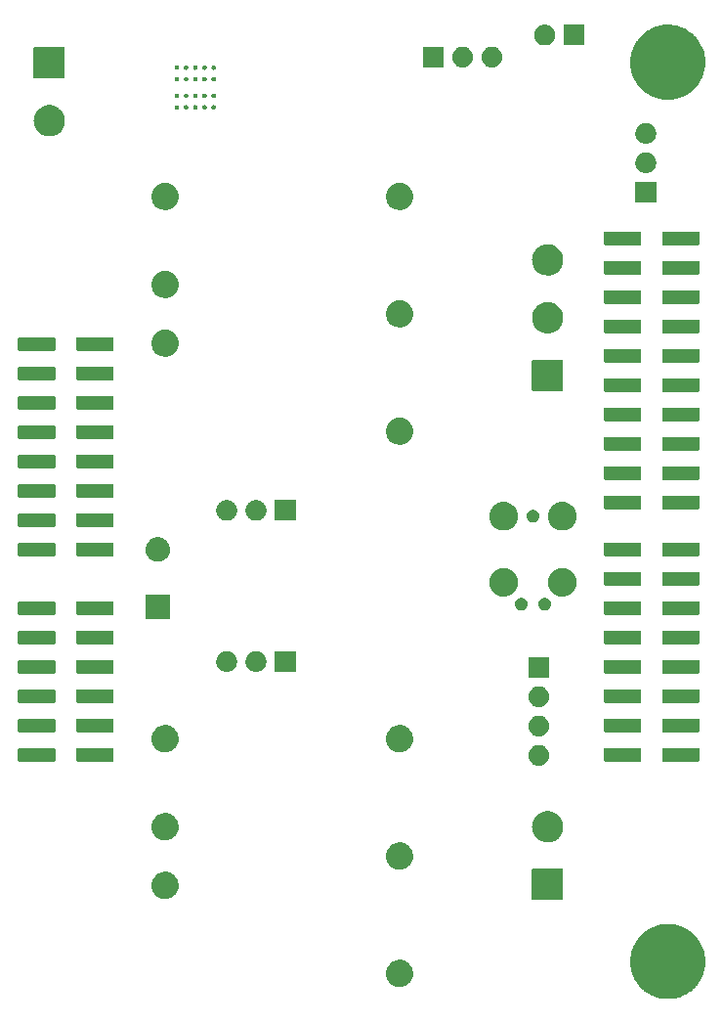
<source format=gbr>
G04 #@! TF.GenerationSoftware,KiCad,Pcbnew,(5.99.0-73-g24ea8f970)*
G04 #@! TF.CreationDate,2019-09-05T16:17:25-04:00*
G04 #@! TF.ProjectId,udoo-power,75646f6f-2d70-46f7-9765-722e6b696361,rev?*
G04 #@! TF.SameCoordinates,Original*
G04 #@! TF.FileFunction,Soldermask,Bot*
G04 #@! TF.FilePolarity,Negative*
%FSLAX46Y46*%
G04 Gerber Fmt 4.6, Leading zero omitted, Abs format (unit mm)*
G04 Created by KiCad (PCBNEW (5.99.0-73-g24ea8f970)) date 2019-09-05 16:17:25*
%MOMM*%
%LPD*%
G04 APERTURE LIST*
%ADD10C,0.100000*%
G04 APERTURE END LIST*
D10*
G36*
X146446667Y-125212589D02*
G01*
X146587757Y-125217146D01*
X146625914Y-125222611D01*
X146661246Y-125224586D01*
X146799345Y-125247448D01*
X146941950Y-125267871D01*
X146976521Y-125276779D01*
X147008636Y-125282096D01*
X147146148Y-125320490D01*
X147288439Y-125357156D01*
X147319161Y-125368795D01*
X147347780Y-125376786D01*
X147482916Y-125430837D01*
X147623037Y-125483924D01*
X147649766Y-125497572D01*
X147674719Y-125507553D01*
X147805669Y-125577181D01*
X147941704Y-125646643D01*
X147964392Y-125661575D01*
X147985611Y-125672857D01*
X148110567Y-125757777D01*
X148240590Y-125843349D01*
X148259306Y-125858859D01*
X148276833Y-125870771D01*
X148393929Y-125970427D01*
X148516086Y-126071664D01*
X148531016Y-126087098D01*
X148544992Y-126098992D01*
X148652475Y-126212653D01*
X148764865Y-126328832D01*
X148776269Y-126343561D01*
X148786924Y-126354828D01*
X148883102Y-126481538D01*
X148983920Y-126611747D01*
X148992151Y-126625205D01*
X148999815Y-126635302D01*
X149083089Y-126773893D01*
X149170608Y-126916991D01*
X149176102Y-126928692D01*
X149181162Y-126937114D01*
X149249935Y-127085952D01*
X149322672Y-127240877D01*
X149325930Y-127250420D01*
X149328859Y-127256759D01*
X149381778Y-127414004D01*
X149438277Y-127579494D01*
X149439850Y-127586559D01*
X149441174Y-127590494D01*
X149477088Y-127753840D01*
X149516025Y-127928753D01*
X149516501Y-127933104D01*
X149516783Y-127934384D01*
X149534094Y-128093740D01*
X149554979Y-128284433D01*
X149554658Y-128321243D01*
X149553477Y-128659470D01*
X149551562Y-128676025D01*
X149551411Y-128693277D01*
X149531018Y-128853582D01*
X149513032Y-129009028D01*
X149508965Y-129026928D01*
X149506256Y-129048224D01*
X149469087Y-129202450D01*
X149435021Y-129352392D01*
X149428123Y-129372427D01*
X149422424Y-129396072D01*
X149369560Y-129542507D01*
X149320382Y-129685330D01*
X149310147Y-129707081D01*
X149300927Y-129732620D01*
X149233639Y-129869669D01*
X149170462Y-130003927D01*
X149156453Y-130026878D01*
X149143233Y-130053803D01*
X149062856Y-130180213D01*
X148987005Y-130304477D01*
X148968874Y-130328021D01*
X148951247Y-130355743D01*
X148859289Y-130470320D01*
X148772166Y-130583452D01*
X148749630Y-130606952D01*
X148727287Y-130634791D01*
X148625342Y-130736558D01*
X148528444Y-130837602D01*
X148501331Y-130860352D01*
X148474058Y-130887578D01*
X148363832Y-130975728D01*
X148258714Y-131063933D01*
X148226941Y-131085203D01*
X148194620Y-131111051D01*
X148077792Y-131185049D01*
X147966111Y-131259813D01*
X147929717Y-131278840D01*
X147892346Y-131302510D01*
X147770691Y-131361977D01*
X147654064Y-131422948D01*
X147613178Y-131438971D01*
X147570888Y-131459643D01*
X147446156Y-131504426D01*
X147326227Y-131551426D01*
X147281109Y-131563684D01*
X147234128Y-131580552D01*
X147107997Y-131610717D01*
X146986425Y-131643747D01*
X146937456Y-131651503D01*
X146886134Y-131663777D01*
X146760308Y-131679561D01*
X146638649Y-131698830D01*
X146586279Y-131701391D01*
X146531109Y-131708312D01*
X146407186Y-131710151D01*
X146286953Y-131716031D01*
X146231780Y-131712753D01*
X146173341Y-131713620D01*
X146052789Y-131702119D01*
X145935467Y-131695148D01*
X145878192Y-131685461D01*
X145817151Y-131679637D01*
X145701359Y-131655552D01*
X145588272Y-131636425D01*
X145529643Y-131619835D01*
X145466842Y-131606772D01*
X145357129Y-131571018D01*
X145249459Y-131540551D01*
X145190333Y-131516663D01*
X145126643Y-131495907D01*
X145024112Y-131449505D01*
X144922994Y-131408650D01*
X144864297Y-131377177D01*
X144800665Y-131348379D01*
X144706282Y-131292450D01*
X144612665Y-131242253D01*
X144555380Y-131203030D01*
X144492844Y-131165972D01*
X144407453Y-131101741D01*
X144322133Y-131043322D01*
X144267260Y-130996290D01*
X144206899Y-130950887D01*
X144131145Y-130879624D01*
X144054778Y-130814170D01*
X144003368Y-130759424D01*
X143946283Y-130705724D01*
X143880667Y-130628761D01*
X143813742Y-130557494D01*
X143766832Y-130495242D01*
X143714143Y-130433442D01*
X143658961Y-130352092D01*
X143601833Y-130276280D01*
X143560476Y-130206903D01*
X143513284Y-130137332D01*
X143468694Y-130052939D01*
X143421534Y-129973827D01*
X143386730Y-129897809D01*
X143346131Y-129820968D01*
X143312116Y-129734835D01*
X143274956Y-129653671D01*
X143247672Y-129571652D01*
X143214704Y-129488172D01*
X143191097Y-129401584D01*
X143163812Y-129319562D01*
X143144947Y-129232307D01*
X143120589Y-129142964D01*
X143107067Y-129057107D01*
X143089400Y-128975392D01*
X143079773Y-128883799D01*
X143064924Y-128789513D01*
X143061038Y-128705545D01*
X143052594Y-128625210D01*
X143052925Y-128530273D01*
X143048381Y-128432089D01*
X143053551Y-128351041D01*
X143053823Y-128273103D01*
X143064719Y-128175963D01*
X143071159Y-128075007D01*
X143084704Y-127997799D01*
X143093075Y-127923167D01*
X143115017Y-127825003D01*
X143132985Y-127722582D01*
X143154117Y-127650080D01*
X143169885Y-127579539D01*
X143203213Y-127481639D01*
X143233109Y-127379069D01*
X143260981Y-127311945D01*
X143283358Y-127246214D01*
X143328255Y-127149932D01*
X143370325Y-127048617D01*
X143404027Y-126987440D01*
X143432171Y-126927085D01*
X143488658Y-126833814D01*
X143542973Y-126735219D01*
X143581549Y-126680433D01*
X143614574Y-126625902D01*
X143682526Y-126537024D01*
X143748970Y-126442659D01*
X143791430Y-126394582D01*
X143828442Y-126346172D01*
X143907554Y-126263096D01*
X143985826Y-126174470D01*
X144031203Y-126133253D01*
X144071270Y-126091178D01*
X144161050Y-126015308D01*
X144250682Y-125933892D01*
X144297995Y-125899580D01*
X144340206Y-125863909D01*
X144439987Y-125796606D01*
X144540337Y-125723831D01*
X144588668Y-125696320D01*
X144632130Y-125667004D01*
X144741095Y-125609553D01*
X144851295Y-125546824D01*
X144899731Y-125525914D01*
X144943599Y-125502785D01*
X145060745Y-125456404D01*
X145179798Y-125405008D01*
X145227524Y-125390371D01*
X145270992Y-125373161D01*
X145395174Y-125338955D01*
X145521879Y-125300097D01*
X145568123Y-125291317D01*
X145610466Y-125279654D01*
X145740405Y-125258608D01*
X145873407Y-125233357D01*
X145917495Y-125229926D01*
X145958046Y-125223358D01*
X146092288Y-125216323D01*
X146230136Y-125205595D01*
X146271499Y-125206931D01*
X146309682Y-125204930D01*
X146446667Y-125212589D01*
X146446667Y-125212589D01*
G37*
G36*
X123125926Y-128313400D02*
G01*
X123165867Y-128313400D01*
X123226049Y-128324012D01*
X123294380Y-128331254D01*
X123334156Y-128343074D01*
X123368484Y-128349127D01*
X123430574Y-128371726D01*
X123501525Y-128392810D01*
X123533845Y-128409314D01*
X123561813Y-128419493D01*
X123623286Y-128454984D01*
X123693983Y-128491084D01*
X123718632Y-128510032D01*
X123739988Y-128522362D01*
X123798049Y-128571081D01*
X123865309Y-128622785D01*
X123882622Y-128642046D01*
X123897592Y-128654608D01*
X123949288Y-128716216D01*
X124009766Y-128783502D01*
X124020570Y-128801166D01*
X124029838Y-128812212D01*
X124072193Y-128885574D01*
X124122516Y-128967854D01*
X124128064Y-128982346D01*
X124132707Y-128990387D01*
X124162836Y-129073166D01*
X124199782Y-129169665D01*
X124201655Y-129179820D01*
X124203073Y-129183716D01*
X124218285Y-129269988D01*
X124238977Y-129382178D01*
X124238800Y-129388720D01*
X124238800Y-129592067D01*
X124232301Y-129628927D01*
X124231469Y-129659661D01*
X124214374Y-129730592D01*
X124203073Y-129794684D01*
X124190803Y-129828396D01*
X124180838Y-129869743D01*
X124153269Y-129931520D01*
X124132707Y-129988013D01*
X124112229Y-130023483D01*
X124092772Y-130067081D01*
X124057391Y-130118464D01*
X124029838Y-130166188D01*
X124000251Y-130201448D01*
X123970218Y-130245065D01*
X123929778Y-130285435D01*
X123897592Y-130323792D01*
X123858461Y-130356627D01*
X123817281Y-130397735D01*
X123774474Y-130427100D01*
X123739988Y-130456038D01*
X123691394Y-130484094D01*
X123639083Y-130519979D01*
X123596402Y-130538937D01*
X123561813Y-130558907D01*
X123504390Y-130579807D01*
X123441592Y-130607701D01*
X123401236Y-130617352D01*
X123368484Y-130629273D01*
X123303417Y-130640746D01*
X123231422Y-130657964D01*
X123195176Y-130659832D01*
X123165867Y-130665000D01*
X123094896Y-130665000D01*
X123015611Y-130669086D01*
X122984783Y-130665000D01*
X122960133Y-130665000D01*
X122885511Y-130651842D01*
X122801387Y-130640692D01*
X122776759Y-130632666D01*
X122757516Y-130629273D01*
X122681951Y-130601770D01*
X122595925Y-130573735D01*
X122577735Y-130563838D01*
X122564187Y-130558907D01*
X122490822Y-130516550D01*
X122406106Y-130470457D01*
X122394058Y-130460683D01*
X122386012Y-130456038D01*
X122318505Y-130399393D01*
X122238285Y-130334316D01*
X122231586Y-130326459D01*
X122228408Y-130323792D01*
X122172071Y-130256653D01*
X122098085Y-130169873D01*
X121996709Y-129993930D01*
X121993293Y-129988013D01*
X121993281Y-129987981D01*
X121990200Y-129982633D01*
X121953206Y-129877876D01*
X121922927Y-129794684D01*
X121922028Y-129789587D01*
X121918243Y-129778868D01*
X121902397Y-129678256D01*
X121887200Y-129592067D01*
X121887200Y-129581758D01*
X121884624Y-129565402D01*
X121887200Y-129470215D01*
X121887200Y-129386333D01*
X121889882Y-129371125D01*
X121890470Y-129349384D01*
X121909122Y-129262006D01*
X121922927Y-129183716D01*
X121929959Y-129164397D01*
X121935583Y-129138049D01*
X121967702Y-129060698D01*
X121993293Y-128990387D01*
X122006130Y-128968153D01*
X122018454Y-128938473D01*
X122061162Y-128872835D01*
X122096162Y-128812212D01*
X122115948Y-128788632D01*
X122136307Y-128757342D01*
X122186570Y-128704469D01*
X122228408Y-128654608D01*
X122255891Y-128631547D01*
X122285195Y-128600721D01*
X122339955Y-128561008D01*
X122386012Y-128522362D01*
X122421488Y-128501880D01*
X122460132Y-128473855D01*
X122516459Y-128447049D01*
X122564187Y-128419493D01*
X122607441Y-128403750D01*
X122655259Y-128380993D01*
X122710464Y-128366252D01*
X122757516Y-128349127D01*
X122807821Y-128340257D01*
X122864042Y-128325245D01*
X122915802Y-128321217D01*
X122960133Y-128313400D01*
X123016243Y-128313400D01*
X123079487Y-128308478D01*
X123125926Y-128313400D01*
X123125926Y-128313400D01*
G37*
G36*
X137189999Y-120441205D02*
G01*
X137190000Y-120441205D01*
X137209821Y-120445148D01*
X137226625Y-120456375D01*
X137237852Y-120473179D01*
X137239347Y-120480692D01*
X137244283Y-120505509D01*
X137244283Y-123080491D01*
X137241795Y-123092999D01*
X137241795Y-123093000D01*
X137237852Y-123112821D01*
X137226625Y-123129625D01*
X137209821Y-123140852D01*
X137190000Y-123144795D01*
X137189999Y-123144795D01*
X137177491Y-123147283D01*
X134602509Y-123147283D01*
X134590001Y-123144795D01*
X134590000Y-123144795D01*
X134570179Y-123140852D01*
X134553375Y-123129625D01*
X134542148Y-123112821D01*
X134538205Y-123093000D01*
X134538205Y-123092999D01*
X134535717Y-123080491D01*
X134535717Y-120505509D01*
X134540654Y-120480692D01*
X134542148Y-120473179D01*
X134553375Y-120456375D01*
X134570179Y-120445148D01*
X134590000Y-120441205D01*
X134590001Y-120441205D01*
X134602509Y-120438717D01*
X137177491Y-120438717D01*
X137189999Y-120441205D01*
X137189999Y-120441205D01*
G37*
G36*
X102805926Y-120693400D02*
G01*
X102845867Y-120693400D01*
X102906049Y-120704012D01*
X102974380Y-120711254D01*
X103014156Y-120723074D01*
X103048484Y-120729127D01*
X103110574Y-120751726D01*
X103181525Y-120772810D01*
X103213845Y-120789314D01*
X103241813Y-120799493D01*
X103303286Y-120834984D01*
X103373983Y-120871084D01*
X103398632Y-120890032D01*
X103419988Y-120902362D01*
X103478049Y-120951081D01*
X103545309Y-121002785D01*
X103562622Y-121022046D01*
X103577592Y-121034608D01*
X103629288Y-121096216D01*
X103689766Y-121163502D01*
X103700570Y-121181166D01*
X103709838Y-121192212D01*
X103752193Y-121265574D01*
X103802516Y-121347854D01*
X103808064Y-121362346D01*
X103812707Y-121370387D01*
X103842836Y-121453166D01*
X103879782Y-121549665D01*
X103881655Y-121559820D01*
X103883073Y-121563716D01*
X103898285Y-121649988D01*
X103918977Y-121762178D01*
X103918800Y-121768720D01*
X103918800Y-121972067D01*
X103912301Y-122008927D01*
X103911469Y-122039661D01*
X103894374Y-122110592D01*
X103883073Y-122174684D01*
X103870803Y-122208396D01*
X103860838Y-122249743D01*
X103833269Y-122311520D01*
X103812707Y-122368013D01*
X103792229Y-122403483D01*
X103772772Y-122447081D01*
X103737391Y-122498464D01*
X103709838Y-122546188D01*
X103680251Y-122581448D01*
X103650218Y-122625065D01*
X103609778Y-122665435D01*
X103577592Y-122703792D01*
X103538461Y-122736627D01*
X103497281Y-122777735D01*
X103454474Y-122807100D01*
X103419988Y-122836038D01*
X103371394Y-122864094D01*
X103319083Y-122899979D01*
X103276402Y-122918937D01*
X103241813Y-122938907D01*
X103184390Y-122959807D01*
X103121592Y-122987701D01*
X103081236Y-122997352D01*
X103048484Y-123009273D01*
X102983417Y-123020746D01*
X102911422Y-123037964D01*
X102875176Y-123039832D01*
X102845867Y-123045000D01*
X102774896Y-123045000D01*
X102695611Y-123049086D01*
X102664783Y-123045000D01*
X102640133Y-123045000D01*
X102565511Y-123031842D01*
X102481387Y-123020692D01*
X102456759Y-123012666D01*
X102437516Y-123009273D01*
X102361951Y-122981770D01*
X102275925Y-122953735D01*
X102257735Y-122943838D01*
X102244187Y-122938907D01*
X102170822Y-122896550D01*
X102086106Y-122850457D01*
X102074058Y-122840683D01*
X102066012Y-122836038D01*
X101998505Y-122779393D01*
X101918285Y-122714316D01*
X101911586Y-122706459D01*
X101908408Y-122703792D01*
X101852071Y-122636653D01*
X101778085Y-122549873D01*
X101676709Y-122373930D01*
X101673293Y-122368013D01*
X101673281Y-122367981D01*
X101670200Y-122362633D01*
X101633206Y-122257876D01*
X101602927Y-122174684D01*
X101602028Y-122169587D01*
X101598243Y-122158868D01*
X101582397Y-122058256D01*
X101567200Y-121972067D01*
X101567200Y-121961758D01*
X101564624Y-121945402D01*
X101567200Y-121850215D01*
X101567200Y-121766333D01*
X101569882Y-121751125D01*
X101570470Y-121729384D01*
X101589122Y-121642006D01*
X101602927Y-121563716D01*
X101609959Y-121544397D01*
X101615583Y-121518049D01*
X101647702Y-121440698D01*
X101673293Y-121370387D01*
X101686130Y-121348153D01*
X101698454Y-121318473D01*
X101741162Y-121252835D01*
X101776162Y-121192212D01*
X101795948Y-121168632D01*
X101816307Y-121137342D01*
X101866570Y-121084469D01*
X101908408Y-121034608D01*
X101935891Y-121011547D01*
X101965195Y-120980721D01*
X102019955Y-120941008D01*
X102066012Y-120902362D01*
X102101488Y-120881880D01*
X102140132Y-120853855D01*
X102196459Y-120827049D01*
X102244187Y-120799493D01*
X102287441Y-120783750D01*
X102335259Y-120760993D01*
X102390464Y-120746252D01*
X102437516Y-120729127D01*
X102487821Y-120720257D01*
X102544042Y-120705245D01*
X102595802Y-120701217D01*
X102640133Y-120693400D01*
X102696243Y-120693400D01*
X102759487Y-120688478D01*
X102805926Y-120693400D01*
X102805926Y-120693400D01*
G37*
G36*
X123125926Y-118153400D02*
G01*
X123165867Y-118153400D01*
X123226049Y-118164012D01*
X123294380Y-118171254D01*
X123334156Y-118183074D01*
X123368484Y-118189127D01*
X123430574Y-118211726D01*
X123501525Y-118232810D01*
X123533845Y-118249314D01*
X123561813Y-118259493D01*
X123623286Y-118294984D01*
X123693983Y-118331084D01*
X123718632Y-118350032D01*
X123739988Y-118362362D01*
X123798049Y-118411081D01*
X123865309Y-118462785D01*
X123882622Y-118482046D01*
X123897592Y-118494608D01*
X123949288Y-118556216D01*
X124009766Y-118623502D01*
X124020570Y-118641166D01*
X124029838Y-118652212D01*
X124072193Y-118725574D01*
X124122516Y-118807854D01*
X124128064Y-118822346D01*
X124132707Y-118830387D01*
X124162836Y-118913166D01*
X124199782Y-119009665D01*
X124201655Y-119019820D01*
X124203073Y-119023716D01*
X124218285Y-119109988D01*
X124238977Y-119222178D01*
X124238800Y-119228720D01*
X124238800Y-119432067D01*
X124232301Y-119468927D01*
X124231469Y-119499661D01*
X124214374Y-119570592D01*
X124203073Y-119634684D01*
X124190803Y-119668396D01*
X124180838Y-119709743D01*
X124153269Y-119771520D01*
X124132707Y-119828013D01*
X124112229Y-119863483D01*
X124092772Y-119907081D01*
X124057391Y-119958464D01*
X124029838Y-120006188D01*
X124000251Y-120041448D01*
X123970218Y-120085065D01*
X123929778Y-120125435D01*
X123897592Y-120163792D01*
X123858461Y-120196627D01*
X123817281Y-120237735D01*
X123774474Y-120267100D01*
X123739988Y-120296038D01*
X123691394Y-120324094D01*
X123639083Y-120359979D01*
X123596402Y-120378937D01*
X123561813Y-120398907D01*
X123504390Y-120419807D01*
X123441592Y-120447701D01*
X123401236Y-120457352D01*
X123368484Y-120469273D01*
X123303417Y-120480746D01*
X123231422Y-120497964D01*
X123195176Y-120499832D01*
X123165867Y-120505000D01*
X123094896Y-120505000D01*
X123015611Y-120509086D01*
X122984783Y-120505000D01*
X122960133Y-120505000D01*
X122885511Y-120491842D01*
X122801387Y-120480692D01*
X122776759Y-120472666D01*
X122757516Y-120469273D01*
X122681951Y-120441770D01*
X122595925Y-120413735D01*
X122577735Y-120403838D01*
X122564187Y-120398907D01*
X122490822Y-120356550D01*
X122406106Y-120310457D01*
X122394058Y-120300683D01*
X122386012Y-120296038D01*
X122318505Y-120239393D01*
X122238285Y-120174316D01*
X122231586Y-120166459D01*
X122228408Y-120163792D01*
X122172071Y-120096653D01*
X122098085Y-120009873D01*
X121996709Y-119833930D01*
X121993293Y-119828013D01*
X121993281Y-119827981D01*
X121990200Y-119822633D01*
X121953206Y-119717876D01*
X121922927Y-119634684D01*
X121922028Y-119629587D01*
X121918243Y-119618868D01*
X121902397Y-119518256D01*
X121887200Y-119432067D01*
X121887200Y-119421758D01*
X121884624Y-119405402D01*
X121887200Y-119310215D01*
X121887200Y-119226333D01*
X121889882Y-119211125D01*
X121890470Y-119189384D01*
X121909122Y-119102006D01*
X121922927Y-119023716D01*
X121929959Y-119004397D01*
X121935583Y-118978049D01*
X121967702Y-118900698D01*
X121993293Y-118830387D01*
X122006130Y-118808153D01*
X122018454Y-118778473D01*
X122061162Y-118712835D01*
X122096162Y-118652212D01*
X122115948Y-118628632D01*
X122136307Y-118597342D01*
X122186570Y-118544469D01*
X122228408Y-118494608D01*
X122255891Y-118471547D01*
X122285195Y-118440721D01*
X122339955Y-118401008D01*
X122386012Y-118362362D01*
X122421488Y-118341880D01*
X122460132Y-118313855D01*
X122516459Y-118287049D01*
X122564187Y-118259493D01*
X122607441Y-118243750D01*
X122655259Y-118220993D01*
X122710464Y-118206252D01*
X122757516Y-118189127D01*
X122807821Y-118180257D01*
X122864042Y-118165245D01*
X122915802Y-118161217D01*
X122960133Y-118153400D01*
X123016243Y-118153400D01*
X123079487Y-118148478D01*
X123125926Y-118153400D01*
X123125926Y-118153400D01*
G37*
G36*
X135987070Y-115445276D02*
G01*
X136069298Y-115449226D01*
X136099578Y-115455911D01*
X136127695Y-115458569D01*
X136209424Y-115480163D01*
X136293146Y-115498647D01*
X136318599Y-115509009D01*
X136342457Y-115515312D01*
X136422965Y-115551493D01*
X136505467Y-115585078D01*
X136525796Y-115597707D01*
X136545059Y-115606364D01*
X136621723Y-115657300D01*
X136700190Y-115706046D01*
X136715457Y-115719577D01*
X136730070Y-115729286D01*
X136800209Y-115794692D01*
X136871747Y-115858095D01*
X136882297Y-115871240D01*
X136892521Y-115880774D01*
X136953483Y-115959934D01*
X137015234Y-116036874D01*
X137021703Y-116048520D01*
X137028050Y-116056762D01*
X137077312Y-116148636D01*
X137126546Y-116237274D01*
X137129786Y-116246500D01*
X137133016Y-116252524D01*
X137168353Y-116356324D01*
X137202501Y-116453564D01*
X137203543Y-116459692D01*
X137204598Y-116462791D01*
X137224099Y-116580583D01*
X137240928Y-116679559D01*
X137238256Y-116934707D01*
X137233844Y-116957725D01*
X137233509Y-116971446D01*
X137213299Y-117064919D01*
X137195105Y-117159848D01*
X137189600Y-117174534D01*
X137186898Y-117187029D01*
X137149596Y-117281244D01*
X137114636Y-117374500D01*
X137108524Y-117384980D01*
X137105128Y-117393558D01*
X137050535Y-117484417D01*
X136999152Y-117572525D01*
X136993641Y-117579104D01*
X136990729Y-117583951D01*
X136918130Y-117669254D01*
X136851953Y-117748261D01*
X136848115Y-117751521D01*
X136846765Y-117753108D01*
X136749020Y-117835709D01*
X136677249Y-117896683D01*
X136596307Y-117944647D01*
X136486309Y-118010219D01*
X136484367Y-118010980D01*
X136480035Y-118013547D01*
X136383785Y-118050398D01*
X136279501Y-118091266D01*
X136273971Y-118092441D01*
X136265951Y-118095512D01*
X136165867Y-118115420D01*
X136062224Y-118137450D01*
X136053010Y-118137868D01*
X136041117Y-118140234D01*
X135941603Y-118142927D01*
X135840335Y-118147525D01*
X135827637Y-118146011D01*
X135811961Y-118146435D01*
X135716282Y-118132733D01*
X135619767Y-118121224D01*
X135604063Y-118116662D01*
X135585038Y-118113937D01*
X135496071Y-118085287D01*
X135406468Y-118059255D01*
X135388500Y-118050646D01*
X135366834Y-118043669D01*
X135286855Y-118001946D01*
X135206147Y-117963277D01*
X135186910Y-117949807D01*
X135163589Y-117937641D01*
X135094434Y-117885054D01*
X135024186Y-117835866D01*
X135004861Y-117816941D01*
X134981114Y-117798884D01*
X134924144Y-117737898D01*
X134865493Y-117680463D01*
X134847407Y-117655752D01*
X134824627Y-117631366D01*
X134780624Y-117564505D01*
X134734302Y-117501214D01*
X134718886Y-117470696D01*
X134698603Y-117439876D01*
X134667878Y-117369717D01*
X134634151Y-117302948D01*
X134622860Y-117266919D01*
X134606644Y-117229890D01*
X134589015Y-117158922D01*
X134567725Y-117090985D01*
X134561973Y-117050056D01*
X134551380Y-117007412D01*
X134546218Y-116937954D01*
X134536812Y-116871024D01*
X134537909Y-116826142D01*
X134534391Y-116778804D01*
X134540676Y-116712934D01*
X134542239Y-116648969D01*
X134551321Y-116601357D01*
X134556164Y-116550601D01*
X134572543Y-116490107D01*
X134583861Y-116430776D01*
X134601833Y-116381931D01*
X134616075Y-116329329D01*
X134640944Y-116275630D01*
X134660562Y-116222311D01*
X134688034Y-116173951D01*
X134712411Y-116121315D01*
X134743980Y-116075467D01*
X134770276Y-116029178D01*
X134807536Y-115983166D01*
X134842418Y-115932507D01*
X134878813Y-115895147D01*
X134910067Y-115856551D01*
X134957023Y-115814862D01*
X135002379Y-115768302D01*
X135041702Y-115739680D01*
X135076165Y-115709082D01*
X135132341Y-115673706D01*
X135187720Y-115633397D01*
X135228151Y-115613371D01*
X135264131Y-115590713D01*
X135328658Y-115563588D01*
X135393141Y-115531649D01*
X135432988Y-115519732D01*
X135468898Y-115504637D01*
X135540494Y-115487581D01*
X135612768Y-115465966D01*
X135650565Y-115461359D01*
X135684975Y-115453161D01*
X135761995Y-115447775D01*
X135840323Y-115438227D01*
X135874834Y-115439885D01*
X135906563Y-115437666D01*
X135987070Y-115445276D01*
X135987070Y-115445276D01*
G37*
G36*
X102805926Y-115613400D02*
G01*
X102845867Y-115613400D01*
X102906049Y-115624012D01*
X102974380Y-115631254D01*
X103014156Y-115643074D01*
X103048484Y-115649127D01*
X103110574Y-115671726D01*
X103181525Y-115692810D01*
X103213845Y-115709314D01*
X103241813Y-115719493D01*
X103303286Y-115754984D01*
X103373983Y-115791084D01*
X103398632Y-115810032D01*
X103419988Y-115822362D01*
X103478049Y-115871081D01*
X103545309Y-115922785D01*
X103562622Y-115942046D01*
X103577592Y-115954608D01*
X103629288Y-116016216D01*
X103689766Y-116083502D01*
X103700570Y-116101166D01*
X103709838Y-116112212D01*
X103752193Y-116185574D01*
X103802516Y-116267854D01*
X103808064Y-116282346D01*
X103812707Y-116290387D01*
X103842836Y-116373166D01*
X103879782Y-116469665D01*
X103881655Y-116479820D01*
X103883073Y-116483716D01*
X103898285Y-116569988D01*
X103918977Y-116682178D01*
X103918800Y-116688720D01*
X103918800Y-116892067D01*
X103912301Y-116928927D01*
X103911469Y-116959661D01*
X103894374Y-117030592D01*
X103883073Y-117094684D01*
X103870803Y-117128396D01*
X103860838Y-117169743D01*
X103833269Y-117231520D01*
X103812707Y-117288013D01*
X103792229Y-117323483D01*
X103772772Y-117367081D01*
X103737391Y-117418464D01*
X103709838Y-117466188D01*
X103680251Y-117501448D01*
X103650218Y-117545065D01*
X103609778Y-117585435D01*
X103577592Y-117623792D01*
X103538461Y-117656627D01*
X103497281Y-117697735D01*
X103454474Y-117727100D01*
X103419988Y-117756038D01*
X103371394Y-117784094D01*
X103319083Y-117819979D01*
X103276402Y-117838937D01*
X103241813Y-117858907D01*
X103184390Y-117879807D01*
X103121592Y-117907701D01*
X103081236Y-117917352D01*
X103048484Y-117929273D01*
X102983417Y-117940746D01*
X102911422Y-117957964D01*
X102875176Y-117959832D01*
X102845867Y-117965000D01*
X102774896Y-117965000D01*
X102695611Y-117969086D01*
X102664783Y-117965000D01*
X102640133Y-117965000D01*
X102565511Y-117951842D01*
X102481387Y-117940692D01*
X102456759Y-117932666D01*
X102437516Y-117929273D01*
X102361951Y-117901770D01*
X102275925Y-117873735D01*
X102257735Y-117863838D01*
X102244187Y-117858907D01*
X102170822Y-117816550D01*
X102086106Y-117770457D01*
X102074058Y-117760683D01*
X102066012Y-117756038D01*
X101998505Y-117699393D01*
X101918285Y-117634316D01*
X101911586Y-117626459D01*
X101908408Y-117623792D01*
X101852071Y-117556653D01*
X101778085Y-117469873D01*
X101676709Y-117293930D01*
X101673293Y-117288013D01*
X101673281Y-117287981D01*
X101670200Y-117282633D01*
X101633206Y-117177876D01*
X101602927Y-117094684D01*
X101602028Y-117089587D01*
X101598243Y-117078868D01*
X101582397Y-116978256D01*
X101567200Y-116892067D01*
X101567200Y-116881758D01*
X101564624Y-116865402D01*
X101567200Y-116770215D01*
X101567200Y-116686333D01*
X101569882Y-116671125D01*
X101570470Y-116649384D01*
X101589122Y-116562006D01*
X101602927Y-116483716D01*
X101609959Y-116464397D01*
X101615583Y-116438049D01*
X101647702Y-116360698D01*
X101673293Y-116290387D01*
X101686130Y-116268153D01*
X101698454Y-116238473D01*
X101741162Y-116172835D01*
X101776162Y-116112212D01*
X101795948Y-116088632D01*
X101816307Y-116057342D01*
X101866570Y-116004469D01*
X101908408Y-115954608D01*
X101935891Y-115931547D01*
X101965195Y-115900721D01*
X102019955Y-115861008D01*
X102066012Y-115822362D01*
X102101488Y-115801880D01*
X102140132Y-115773855D01*
X102196459Y-115747049D01*
X102244187Y-115719493D01*
X102287441Y-115703750D01*
X102335259Y-115680993D01*
X102390464Y-115666252D01*
X102437516Y-115649127D01*
X102487821Y-115640257D01*
X102544042Y-115625245D01*
X102595802Y-115621217D01*
X102640133Y-115613400D01*
X102696243Y-115613400D01*
X102759487Y-115608478D01*
X102805926Y-115613400D01*
X102805926Y-115613400D01*
G37*
G36*
X135316318Y-109731032D02*
G01*
X135397270Y-109757335D01*
X135484582Y-109785032D01*
X135487572Y-109786676D01*
X135496406Y-109789546D01*
X135568378Y-109831099D01*
X135639388Y-109870137D01*
X135646875Y-109876419D01*
X135660393Y-109884224D01*
X135718111Y-109936194D01*
X135774715Y-109983690D01*
X135784822Y-109996260D01*
X135801112Y-110010928D01*
X135843278Y-110068965D01*
X135885409Y-110121365D01*
X135895827Y-110141292D01*
X135912412Y-110164120D01*
X135939112Y-110224088D01*
X135967254Y-110277919D01*
X135975396Y-110305583D01*
X135989430Y-110337104D01*
X136001797Y-110395287D01*
X136017132Y-110447391D01*
X136020321Y-110482437D01*
X136028799Y-110522322D01*
X136028799Y-110575595D01*
X136033142Y-110623319D01*
X136028799Y-110664642D01*
X136028799Y-110711678D01*
X136019020Y-110757683D01*
X136014677Y-110799009D01*
X136000506Y-110844788D01*
X135989430Y-110896896D01*
X135972842Y-110934152D01*
X135962438Y-110967763D01*
X135936610Y-111015531D01*
X135912412Y-111069881D01*
X135892129Y-111097797D01*
X135878414Y-111123164D01*
X135839698Y-111169962D01*
X135801112Y-111223072D01*
X135780140Y-111241955D01*
X135765810Y-111259277D01*
X135713712Y-111301768D01*
X135660393Y-111349776D01*
X135641410Y-111360736D01*
X135628912Y-111370929D01*
X135563677Y-111405615D01*
X135496406Y-111444454D01*
X135481558Y-111449278D01*
X135472932Y-111453865D01*
X135395384Y-111477278D01*
X135316318Y-111502968D01*
X135307077Y-111503939D01*
X135303812Y-111504925D01*
X135212679Y-111513861D01*
X135175201Y-111517800D01*
X135080799Y-111517800D01*
X134939682Y-111502968D01*
X134858730Y-111476665D01*
X134771418Y-111448968D01*
X134768428Y-111447324D01*
X134759594Y-111444454D01*
X134687622Y-111402901D01*
X134616612Y-111363863D01*
X134609125Y-111357581D01*
X134595607Y-111349776D01*
X134537889Y-111297806D01*
X134481285Y-111250310D01*
X134471178Y-111237740D01*
X134454888Y-111223072D01*
X134412722Y-111165035D01*
X134370591Y-111112635D01*
X134360173Y-111092708D01*
X134343588Y-111069880D01*
X134316888Y-111009912D01*
X134288746Y-110956081D01*
X134280604Y-110928417D01*
X134266570Y-110896896D01*
X134254203Y-110838713D01*
X134238868Y-110786609D01*
X134235679Y-110751563D01*
X134227201Y-110711678D01*
X134227201Y-110658405D01*
X134222858Y-110610681D01*
X134227201Y-110569360D01*
X134227201Y-110522322D01*
X134236981Y-110476312D01*
X134241324Y-110434988D01*
X134255494Y-110389213D01*
X134266570Y-110337104D01*
X134283158Y-110299848D01*
X134293562Y-110266237D01*
X134319390Y-110218469D01*
X134343588Y-110164119D01*
X134363871Y-110136203D01*
X134377586Y-110110836D01*
X134416302Y-110064038D01*
X134454888Y-110010928D01*
X134475860Y-109992045D01*
X134490190Y-109974723D01*
X134542288Y-109932232D01*
X134595607Y-109884224D01*
X134614590Y-109873264D01*
X134627088Y-109863071D01*
X134692323Y-109828385D01*
X134759594Y-109789546D01*
X134774442Y-109784722D01*
X134783068Y-109780135D01*
X134860616Y-109756722D01*
X134939682Y-109731032D01*
X134948923Y-109730061D01*
X134952188Y-109729075D01*
X135043321Y-109720139D01*
X135080799Y-109716200D01*
X135175201Y-109716200D01*
X135316318Y-109731032D01*
X135316318Y-109731032D01*
G37*
G36*
X149006999Y-110039805D02*
G01*
X149007000Y-110039805D01*
X149026821Y-110043748D01*
X149043625Y-110054975D01*
X149054852Y-110071779D01*
X149061283Y-110104109D01*
X149061283Y-111079091D01*
X149058795Y-111091599D01*
X149058795Y-111091600D01*
X149054852Y-111111421D01*
X149043625Y-111128225D01*
X149026821Y-111139452D01*
X149007000Y-111143395D01*
X149006999Y-111143395D01*
X148994491Y-111145883D01*
X145869509Y-111145883D01*
X145857001Y-111143395D01*
X145857000Y-111143395D01*
X145837179Y-111139452D01*
X145820375Y-111128225D01*
X145809148Y-111111421D01*
X145805205Y-111091600D01*
X145805205Y-111091599D01*
X145802717Y-111079091D01*
X145802717Y-110104109D01*
X145809148Y-110071779D01*
X145820375Y-110054975D01*
X145837179Y-110043748D01*
X145857000Y-110039805D01*
X145857001Y-110039805D01*
X145869509Y-110037317D01*
X148994491Y-110037317D01*
X149006999Y-110039805D01*
X149006999Y-110039805D01*
G37*
G36*
X93182399Y-110039805D02*
G01*
X93182400Y-110039805D01*
X93202221Y-110043748D01*
X93219025Y-110054975D01*
X93230252Y-110071779D01*
X93236683Y-110104109D01*
X93236683Y-111079091D01*
X93234195Y-111091599D01*
X93234195Y-111091600D01*
X93230252Y-111111421D01*
X93219025Y-111128225D01*
X93202221Y-111139452D01*
X93182400Y-111143395D01*
X93182399Y-111143395D01*
X93169891Y-111145883D01*
X90044909Y-111145883D01*
X90032401Y-111143395D01*
X90032400Y-111143395D01*
X90012579Y-111139452D01*
X89995775Y-111128225D01*
X89984548Y-111111421D01*
X89980605Y-111091600D01*
X89980605Y-111091599D01*
X89978117Y-111079091D01*
X89978117Y-110104109D01*
X89984548Y-110071779D01*
X89995775Y-110054975D01*
X90012579Y-110043748D01*
X90032400Y-110039805D01*
X90032401Y-110039805D01*
X90044909Y-110037317D01*
X93169891Y-110037317D01*
X93182399Y-110039805D01*
X93182399Y-110039805D01*
G37*
G36*
X98232399Y-110039805D02*
G01*
X98232400Y-110039805D01*
X98252221Y-110043748D01*
X98269025Y-110054975D01*
X98280252Y-110071779D01*
X98286683Y-110104109D01*
X98286683Y-111079091D01*
X98284195Y-111091599D01*
X98284195Y-111091600D01*
X98280252Y-111111421D01*
X98269025Y-111128225D01*
X98252221Y-111139452D01*
X98232400Y-111143395D01*
X98232399Y-111143395D01*
X98219891Y-111145883D01*
X95094909Y-111145883D01*
X95082401Y-111143395D01*
X95082400Y-111143395D01*
X95062579Y-111139452D01*
X95045775Y-111128225D01*
X95034548Y-111111421D01*
X95030605Y-111091600D01*
X95030605Y-111091599D01*
X95028117Y-111079091D01*
X95028117Y-110104109D01*
X95034548Y-110071779D01*
X95045775Y-110054975D01*
X95062579Y-110043748D01*
X95082400Y-110039805D01*
X95082401Y-110039805D01*
X95094909Y-110037317D01*
X98219891Y-110037317D01*
X98232399Y-110039805D01*
X98232399Y-110039805D01*
G37*
G36*
X143956999Y-110039805D02*
G01*
X143957000Y-110039805D01*
X143976821Y-110043748D01*
X143993625Y-110054975D01*
X144004852Y-110071779D01*
X144011283Y-110104109D01*
X144011283Y-111079091D01*
X144008795Y-111091599D01*
X144008795Y-111091600D01*
X144004852Y-111111421D01*
X143993625Y-111128225D01*
X143976821Y-111139452D01*
X143957000Y-111143395D01*
X143956999Y-111143395D01*
X143944491Y-111145883D01*
X140819509Y-111145883D01*
X140807001Y-111143395D01*
X140807000Y-111143395D01*
X140787179Y-111139452D01*
X140770375Y-111128225D01*
X140759148Y-111111421D01*
X140755205Y-111091600D01*
X140755205Y-111091599D01*
X140752717Y-111079091D01*
X140752717Y-110104109D01*
X140759148Y-110071779D01*
X140770375Y-110054975D01*
X140787179Y-110043748D01*
X140807000Y-110039805D01*
X140807001Y-110039805D01*
X140819509Y-110037317D01*
X143944491Y-110037317D01*
X143956999Y-110039805D01*
X143956999Y-110039805D01*
G37*
G36*
X102805926Y-107993400D02*
G01*
X102845867Y-107993400D01*
X102906049Y-108004012D01*
X102974380Y-108011254D01*
X103014156Y-108023074D01*
X103048484Y-108029127D01*
X103110574Y-108051726D01*
X103181525Y-108072810D01*
X103213845Y-108089314D01*
X103241813Y-108099493D01*
X103303286Y-108134984D01*
X103373983Y-108171084D01*
X103398632Y-108190032D01*
X103419988Y-108202362D01*
X103478049Y-108251081D01*
X103545309Y-108302785D01*
X103562622Y-108322046D01*
X103577592Y-108334608D01*
X103629288Y-108396216D01*
X103689766Y-108463502D01*
X103700570Y-108481166D01*
X103709838Y-108492212D01*
X103752193Y-108565574D01*
X103802516Y-108647854D01*
X103808064Y-108662346D01*
X103812707Y-108670387D01*
X103842836Y-108753166D01*
X103879782Y-108849665D01*
X103881655Y-108859820D01*
X103883073Y-108863716D01*
X103898285Y-108949988D01*
X103918977Y-109062178D01*
X103918800Y-109068720D01*
X103918800Y-109272067D01*
X103912301Y-109308927D01*
X103911469Y-109339661D01*
X103894374Y-109410592D01*
X103883073Y-109474684D01*
X103870803Y-109508396D01*
X103860838Y-109549743D01*
X103833269Y-109611520D01*
X103812707Y-109668013D01*
X103792229Y-109703483D01*
X103772772Y-109747081D01*
X103737391Y-109798464D01*
X103709838Y-109846188D01*
X103680251Y-109881448D01*
X103650218Y-109925065D01*
X103609778Y-109965435D01*
X103577592Y-110003792D01*
X103538461Y-110036627D01*
X103497281Y-110077735D01*
X103454474Y-110107100D01*
X103419988Y-110136038D01*
X103371394Y-110164094D01*
X103319083Y-110199979D01*
X103276402Y-110218937D01*
X103241813Y-110238907D01*
X103184390Y-110259807D01*
X103121592Y-110287701D01*
X103081236Y-110297352D01*
X103048484Y-110309273D01*
X102983417Y-110320746D01*
X102911422Y-110337964D01*
X102875176Y-110339832D01*
X102845867Y-110345000D01*
X102774896Y-110345000D01*
X102695611Y-110349086D01*
X102664783Y-110345000D01*
X102640133Y-110345000D01*
X102565511Y-110331842D01*
X102481387Y-110320692D01*
X102456759Y-110312666D01*
X102437516Y-110309273D01*
X102361951Y-110281770D01*
X102275925Y-110253735D01*
X102257735Y-110243838D01*
X102244187Y-110238907D01*
X102170822Y-110196550D01*
X102086106Y-110150457D01*
X102074058Y-110140683D01*
X102066012Y-110136038D01*
X101998505Y-110079393D01*
X101918285Y-110014316D01*
X101911586Y-110006459D01*
X101908408Y-110003792D01*
X101852071Y-109936653D01*
X101778085Y-109849873D01*
X101676709Y-109673930D01*
X101673293Y-109668013D01*
X101673281Y-109667981D01*
X101670200Y-109662633D01*
X101633206Y-109557876D01*
X101602927Y-109474684D01*
X101602028Y-109469587D01*
X101598243Y-109458868D01*
X101582397Y-109358256D01*
X101567200Y-109272067D01*
X101567200Y-109261758D01*
X101564624Y-109245402D01*
X101567200Y-109150215D01*
X101567200Y-109066333D01*
X101569882Y-109051125D01*
X101570470Y-109029384D01*
X101589122Y-108942006D01*
X101602927Y-108863716D01*
X101609959Y-108844397D01*
X101615583Y-108818049D01*
X101647702Y-108740698D01*
X101673293Y-108670387D01*
X101686130Y-108648153D01*
X101698454Y-108618473D01*
X101741162Y-108552835D01*
X101776162Y-108492212D01*
X101795948Y-108468632D01*
X101816307Y-108437342D01*
X101866570Y-108384469D01*
X101908408Y-108334608D01*
X101935891Y-108311547D01*
X101965195Y-108280721D01*
X102019955Y-108241008D01*
X102066012Y-108202362D01*
X102101488Y-108181880D01*
X102140132Y-108153855D01*
X102196459Y-108127049D01*
X102244187Y-108099493D01*
X102287441Y-108083750D01*
X102335259Y-108060993D01*
X102390464Y-108046252D01*
X102437516Y-108029127D01*
X102487821Y-108020257D01*
X102544042Y-108005245D01*
X102595802Y-108001217D01*
X102640133Y-107993400D01*
X102696243Y-107993400D01*
X102759487Y-107988478D01*
X102805926Y-107993400D01*
X102805926Y-107993400D01*
G37*
G36*
X123125926Y-107993400D02*
G01*
X123165867Y-107993400D01*
X123226049Y-108004012D01*
X123294380Y-108011254D01*
X123334156Y-108023074D01*
X123368484Y-108029127D01*
X123430574Y-108051726D01*
X123501525Y-108072810D01*
X123533845Y-108089314D01*
X123561813Y-108099493D01*
X123623286Y-108134984D01*
X123693983Y-108171084D01*
X123718632Y-108190032D01*
X123739988Y-108202362D01*
X123798049Y-108251081D01*
X123865309Y-108302785D01*
X123882622Y-108322046D01*
X123897592Y-108334608D01*
X123949288Y-108396216D01*
X124009766Y-108463502D01*
X124020570Y-108481166D01*
X124029838Y-108492212D01*
X124072193Y-108565574D01*
X124122516Y-108647854D01*
X124128064Y-108662346D01*
X124132707Y-108670387D01*
X124162836Y-108753166D01*
X124199782Y-108849665D01*
X124201655Y-108859820D01*
X124203073Y-108863716D01*
X124218285Y-108949988D01*
X124238977Y-109062178D01*
X124238800Y-109068720D01*
X124238800Y-109272067D01*
X124232301Y-109308927D01*
X124231469Y-109339661D01*
X124214374Y-109410592D01*
X124203073Y-109474684D01*
X124190803Y-109508396D01*
X124180838Y-109549743D01*
X124153269Y-109611520D01*
X124132707Y-109668013D01*
X124112229Y-109703483D01*
X124092772Y-109747081D01*
X124057391Y-109798464D01*
X124029838Y-109846188D01*
X124000251Y-109881448D01*
X123970218Y-109925065D01*
X123929778Y-109965435D01*
X123897592Y-110003792D01*
X123858461Y-110036627D01*
X123817281Y-110077735D01*
X123774474Y-110107100D01*
X123739988Y-110136038D01*
X123691394Y-110164094D01*
X123639083Y-110199979D01*
X123596402Y-110218937D01*
X123561813Y-110238907D01*
X123504390Y-110259807D01*
X123441592Y-110287701D01*
X123401236Y-110297352D01*
X123368484Y-110309273D01*
X123303417Y-110320746D01*
X123231422Y-110337964D01*
X123195176Y-110339832D01*
X123165867Y-110345000D01*
X123094896Y-110345000D01*
X123015611Y-110349086D01*
X122984783Y-110345000D01*
X122960133Y-110345000D01*
X122885511Y-110331842D01*
X122801387Y-110320692D01*
X122776759Y-110312666D01*
X122757516Y-110309273D01*
X122681951Y-110281770D01*
X122595925Y-110253735D01*
X122577735Y-110243838D01*
X122564187Y-110238907D01*
X122490822Y-110196550D01*
X122406106Y-110150457D01*
X122394058Y-110140683D01*
X122386012Y-110136038D01*
X122318505Y-110079393D01*
X122238285Y-110014316D01*
X122231586Y-110006459D01*
X122228408Y-110003792D01*
X122172071Y-109936653D01*
X122098085Y-109849873D01*
X121996709Y-109673930D01*
X121993293Y-109668013D01*
X121993281Y-109667981D01*
X121990200Y-109662633D01*
X121953206Y-109557876D01*
X121922927Y-109474684D01*
X121922028Y-109469587D01*
X121918243Y-109458868D01*
X121902397Y-109358256D01*
X121887200Y-109272067D01*
X121887200Y-109261758D01*
X121884624Y-109245402D01*
X121887200Y-109150215D01*
X121887200Y-109066333D01*
X121889882Y-109051125D01*
X121890470Y-109029384D01*
X121909122Y-108942006D01*
X121922927Y-108863716D01*
X121929959Y-108844397D01*
X121935583Y-108818049D01*
X121967702Y-108740698D01*
X121993293Y-108670387D01*
X122006130Y-108648153D01*
X122018454Y-108618473D01*
X122061162Y-108552835D01*
X122096162Y-108492212D01*
X122115948Y-108468632D01*
X122136307Y-108437342D01*
X122186570Y-108384469D01*
X122228408Y-108334608D01*
X122255891Y-108311547D01*
X122285195Y-108280721D01*
X122339955Y-108241008D01*
X122386012Y-108202362D01*
X122421488Y-108181880D01*
X122460132Y-108153855D01*
X122516459Y-108127049D01*
X122564187Y-108099493D01*
X122607441Y-108083750D01*
X122655259Y-108060993D01*
X122710464Y-108046252D01*
X122757516Y-108029127D01*
X122807821Y-108020257D01*
X122864042Y-108005245D01*
X122915802Y-108001217D01*
X122960133Y-107993400D01*
X123016243Y-107993400D01*
X123079487Y-107988478D01*
X123125926Y-107993400D01*
X123125926Y-107993400D01*
G37*
G36*
X135316318Y-107191032D02*
G01*
X135397270Y-107217335D01*
X135484582Y-107245032D01*
X135487572Y-107246676D01*
X135496406Y-107249546D01*
X135568378Y-107291099D01*
X135639388Y-107330137D01*
X135646875Y-107336419D01*
X135660393Y-107344224D01*
X135718111Y-107396194D01*
X135774715Y-107443690D01*
X135784822Y-107456260D01*
X135801112Y-107470928D01*
X135843278Y-107528965D01*
X135885409Y-107581365D01*
X135895827Y-107601292D01*
X135912412Y-107624120D01*
X135939112Y-107684088D01*
X135967254Y-107737919D01*
X135975396Y-107765583D01*
X135989430Y-107797104D01*
X136001797Y-107855287D01*
X136017132Y-107907391D01*
X136020321Y-107942437D01*
X136028799Y-107982322D01*
X136028799Y-108035595D01*
X136033142Y-108083319D01*
X136028799Y-108124642D01*
X136028799Y-108171678D01*
X136019020Y-108217683D01*
X136014677Y-108259009D01*
X136000506Y-108304788D01*
X135989430Y-108356896D01*
X135972842Y-108394152D01*
X135962438Y-108427763D01*
X135936610Y-108475531D01*
X135912412Y-108529881D01*
X135892129Y-108557797D01*
X135878414Y-108583164D01*
X135839698Y-108629962D01*
X135801112Y-108683072D01*
X135780140Y-108701955D01*
X135765810Y-108719277D01*
X135713712Y-108761768D01*
X135660393Y-108809776D01*
X135641410Y-108820736D01*
X135628912Y-108830929D01*
X135563677Y-108865615D01*
X135496406Y-108904454D01*
X135481558Y-108909278D01*
X135472932Y-108913865D01*
X135395384Y-108937278D01*
X135316318Y-108962968D01*
X135307077Y-108963939D01*
X135303812Y-108964925D01*
X135212679Y-108973861D01*
X135175201Y-108977800D01*
X135080799Y-108977800D01*
X134939682Y-108962968D01*
X134858730Y-108936665D01*
X134771418Y-108908968D01*
X134768428Y-108907324D01*
X134759594Y-108904454D01*
X134687622Y-108862901D01*
X134616612Y-108823863D01*
X134609125Y-108817581D01*
X134595607Y-108809776D01*
X134537889Y-108757806D01*
X134481285Y-108710310D01*
X134471178Y-108697740D01*
X134454888Y-108683072D01*
X134412722Y-108625035D01*
X134370591Y-108572635D01*
X134360173Y-108552708D01*
X134343588Y-108529880D01*
X134316888Y-108469912D01*
X134288746Y-108416081D01*
X134280604Y-108388417D01*
X134266570Y-108356896D01*
X134254203Y-108298713D01*
X134238868Y-108246609D01*
X134235679Y-108211563D01*
X134227201Y-108171678D01*
X134227201Y-108118405D01*
X134222858Y-108070681D01*
X134227201Y-108029360D01*
X134227201Y-107982322D01*
X134236981Y-107936312D01*
X134241324Y-107894988D01*
X134255494Y-107849213D01*
X134266570Y-107797104D01*
X134283158Y-107759848D01*
X134293562Y-107726237D01*
X134319390Y-107678469D01*
X134343588Y-107624119D01*
X134363871Y-107596203D01*
X134377586Y-107570836D01*
X134416302Y-107524038D01*
X134454888Y-107470928D01*
X134475860Y-107452045D01*
X134490190Y-107434723D01*
X134542288Y-107392232D01*
X134595607Y-107344224D01*
X134614590Y-107333264D01*
X134627088Y-107323071D01*
X134692323Y-107288385D01*
X134759594Y-107249546D01*
X134774442Y-107244722D01*
X134783068Y-107240135D01*
X134860616Y-107216722D01*
X134939682Y-107191032D01*
X134948923Y-107190061D01*
X134952188Y-107189075D01*
X135043321Y-107180139D01*
X135080799Y-107176200D01*
X135175201Y-107176200D01*
X135316318Y-107191032D01*
X135316318Y-107191032D01*
G37*
G36*
X93182399Y-107499805D02*
G01*
X93182400Y-107499805D01*
X93202221Y-107503748D01*
X93219025Y-107514975D01*
X93230252Y-107531779D01*
X93236683Y-107564109D01*
X93236683Y-108539091D01*
X93234195Y-108551599D01*
X93234195Y-108551600D01*
X93230252Y-108571421D01*
X93219025Y-108588225D01*
X93202221Y-108599452D01*
X93182400Y-108603395D01*
X93182399Y-108603395D01*
X93169891Y-108605883D01*
X90044909Y-108605883D01*
X90032401Y-108603395D01*
X90032400Y-108603395D01*
X90012579Y-108599452D01*
X89995775Y-108588225D01*
X89984548Y-108571421D01*
X89980605Y-108551600D01*
X89980605Y-108551599D01*
X89978117Y-108539091D01*
X89978117Y-107564109D01*
X89984548Y-107531779D01*
X89995775Y-107514975D01*
X90012579Y-107503748D01*
X90032400Y-107499805D01*
X90032401Y-107499805D01*
X90044909Y-107497317D01*
X93169891Y-107497317D01*
X93182399Y-107499805D01*
X93182399Y-107499805D01*
G37*
G36*
X98232399Y-107499805D02*
G01*
X98232400Y-107499805D01*
X98252221Y-107503748D01*
X98269025Y-107514975D01*
X98280252Y-107531779D01*
X98286683Y-107564109D01*
X98286683Y-108539091D01*
X98284195Y-108551599D01*
X98284195Y-108551600D01*
X98280252Y-108571421D01*
X98269025Y-108588225D01*
X98252221Y-108599452D01*
X98232400Y-108603395D01*
X98232399Y-108603395D01*
X98219891Y-108605883D01*
X95094909Y-108605883D01*
X95082401Y-108603395D01*
X95082400Y-108603395D01*
X95062579Y-108599452D01*
X95045775Y-108588225D01*
X95034548Y-108571421D01*
X95030605Y-108551600D01*
X95030605Y-108551599D01*
X95028117Y-108539091D01*
X95028117Y-107564109D01*
X95034548Y-107531779D01*
X95045775Y-107514975D01*
X95062579Y-107503748D01*
X95082400Y-107499805D01*
X95082401Y-107499805D01*
X95094909Y-107497317D01*
X98219891Y-107497317D01*
X98232399Y-107499805D01*
X98232399Y-107499805D01*
G37*
G36*
X149006999Y-107499805D02*
G01*
X149007000Y-107499805D01*
X149026821Y-107503748D01*
X149043625Y-107514975D01*
X149054852Y-107531779D01*
X149061283Y-107564109D01*
X149061283Y-108539091D01*
X149058795Y-108551599D01*
X149058795Y-108551600D01*
X149054852Y-108571421D01*
X149043625Y-108588225D01*
X149026821Y-108599452D01*
X149007000Y-108603395D01*
X149006999Y-108603395D01*
X148994491Y-108605883D01*
X145869509Y-108605883D01*
X145857001Y-108603395D01*
X145857000Y-108603395D01*
X145837179Y-108599452D01*
X145820375Y-108588225D01*
X145809148Y-108571421D01*
X145805205Y-108551600D01*
X145805205Y-108551599D01*
X145802717Y-108539091D01*
X145802717Y-107564109D01*
X145809148Y-107531779D01*
X145820375Y-107514975D01*
X145837179Y-107503748D01*
X145857000Y-107499805D01*
X145857001Y-107499805D01*
X145869509Y-107497317D01*
X148994491Y-107497317D01*
X149006999Y-107499805D01*
X149006999Y-107499805D01*
G37*
G36*
X143956999Y-107499805D02*
G01*
X143957000Y-107499805D01*
X143976821Y-107503748D01*
X143993625Y-107514975D01*
X144004852Y-107531779D01*
X144011283Y-107564109D01*
X144011283Y-108539091D01*
X144008795Y-108551599D01*
X144008795Y-108551600D01*
X144004852Y-108571421D01*
X143993625Y-108588225D01*
X143976821Y-108599452D01*
X143957000Y-108603395D01*
X143956999Y-108603395D01*
X143944491Y-108605883D01*
X140819509Y-108605883D01*
X140807001Y-108603395D01*
X140807000Y-108603395D01*
X140787179Y-108599452D01*
X140770375Y-108588225D01*
X140759148Y-108571421D01*
X140755205Y-108551600D01*
X140755205Y-108551599D01*
X140752717Y-108539091D01*
X140752717Y-107564109D01*
X140759148Y-107531779D01*
X140770375Y-107514975D01*
X140787179Y-107503748D01*
X140807000Y-107499805D01*
X140807001Y-107499805D01*
X140819509Y-107497317D01*
X143944491Y-107497317D01*
X143956999Y-107499805D01*
X143956999Y-107499805D01*
G37*
G36*
X135316318Y-104651032D02*
G01*
X135397270Y-104677335D01*
X135484582Y-104705032D01*
X135487572Y-104706676D01*
X135496406Y-104709546D01*
X135568378Y-104751099D01*
X135639388Y-104790137D01*
X135646875Y-104796419D01*
X135660393Y-104804224D01*
X135718111Y-104856194D01*
X135774715Y-104903690D01*
X135784822Y-104916260D01*
X135801112Y-104930928D01*
X135843278Y-104988965D01*
X135885409Y-105041365D01*
X135895827Y-105061292D01*
X135912412Y-105084120D01*
X135939112Y-105144088D01*
X135967254Y-105197919D01*
X135975396Y-105225583D01*
X135989430Y-105257104D01*
X136001797Y-105315287D01*
X136017132Y-105367391D01*
X136020321Y-105402437D01*
X136028799Y-105442322D01*
X136028799Y-105495595D01*
X136033142Y-105543319D01*
X136028799Y-105584642D01*
X136028799Y-105631678D01*
X136019020Y-105677683D01*
X136014677Y-105719009D01*
X136000506Y-105764788D01*
X135989430Y-105816896D01*
X135972842Y-105854152D01*
X135962438Y-105887763D01*
X135936610Y-105935531D01*
X135912412Y-105989881D01*
X135892129Y-106017797D01*
X135878414Y-106043164D01*
X135839698Y-106089962D01*
X135801112Y-106143072D01*
X135780140Y-106161955D01*
X135765810Y-106179277D01*
X135713712Y-106221768D01*
X135660393Y-106269776D01*
X135641410Y-106280736D01*
X135628912Y-106290929D01*
X135563677Y-106325615D01*
X135496406Y-106364454D01*
X135481558Y-106369278D01*
X135472932Y-106373865D01*
X135395384Y-106397278D01*
X135316318Y-106422968D01*
X135307077Y-106423939D01*
X135303812Y-106424925D01*
X135212679Y-106433861D01*
X135175201Y-106437800D01*
X135080799Y-106437800D01*
X134939682Y-106422968D01*
X134858730Y-106396665D01*
X134771418Y-106368968D01*
X134768428Y-106367324D01*
X134759594Y-106364454D01*
X134687622Y-106322901D01*
X134616612Y-106283863D01*
X134609125Y-106277581D01*
X134595607Y-106269776D01*
X134537889Y-106217806D01*
X134481285Y-106170310D01*
X134471178Y-106157740D01*
X134454888Y-106143072D01*
X134412722Y-106085035D01*
X134370591Y-106032635D01*
X134360173Y-106012708D01*
X134343588Y-105989880D01*
X134316888Y-105929912D01*
X134288746Y-105876081D01*
X134280604Y-105848417D01*
X134266570Y-105816896D01*
X134254203Y-105758713D01*
X134238868Y-105706609D01*
X134235679Y-105671563D01*
X134227201Y-105631678D01*
X134227201Y-105578405D01*
X134222858Y-105530681D01*
X134227201Y-105489360D01*
X134227201Y-105442322D01*
X134236981Y-105396312D01*
X134241324Y-105354988D01*
X134255494Y-105309213D01*
X134266570Y-105257104D01*
X134283158Y-105219848D01*
X134293562Y-105186237D01*
X134319390Y-105138469D01*
X134343588Y-105084119D01*
X134363871Y-105056203D01*
X134377586Y-105030836D01*
X134416302Y-104984038D01*
X134454888Y-104930928D01*
X134475860Y-104912045D01*
X134490190Y-104894723D01*
X134542288Y-104852232D01*
X134595607Y-104804224D01*
X134614590Y-104793264D01*
X134627088Y-104783071D01*
X134692323Y-104748385D01*
X134759594Y-104709546D01*
X134774442Y-104704722D01*
X134783068Y-104700135D01*
X134860616Y-104676722D01*
X134939682Y-104651032D01*
X134948923Y-104650061D01*
X134952188Y-104649075D01*
X135043321Y-104640139D01*
X135080799Y-104636200D01*
X135175201Y-104636200D01*
X135316318Y-104651032D01*
X135316318Y-104651032D01*
G37*
G36*
X149006999Y-104959805D02*
G01*
X149007000Y-104959805D01*
X149026821Y-104963748D01*
X149043625Y-104974975D01*
X149054852Y-104991779D01*
X149061283Y-105024109D01*
X149061283Y-105999091D01*
X149058795Y-106011599D01*
X149058795Y-106011600D01*
X149054852Y-106031421D01*
X149043625Y-106048225D01*
X149026821Y-106059452D01*
X149007000Y-106063395D01*
X149006999Y-106063395D01*
X148994491Y-106065883D01*
X145869509Y-106065883D01*
X145857001Y-106063395D01*
X145857000Y-106063395D01*
X145837179Y-106059452D01*
X145820375Y-106048225D01*
X145809148Y-106031421D01*
X145805205Y-106011600D01*
X145805205Y-106011599D01*
X145802717Y-105999091D01*
X145802717Y-105024109D01*
X145809148Y-104991779D01*
X145820375Y-104974975D01*
X145837179Y-104963748D01*
X145857000Y-104959805D01*
X145857001Y-104959805D01*
X145869509Y-104957317D01*
X148994491Y-104957317D01*
X149006999Y-104959805D01*
X149006999Y-104959805D01*
G37*
G36*
X143956999Y-104959805D02*
G01*
X143957000Y-104959805D01*
X143976821Y-104963748D01*
X143993625Y-104974975D01*
X144004852Y-104991779D01*
X144011283Y-105024109D01*
X144011283Y-105999091D01*
X144008795Y-106011599D01*
X144008795Y-106011600D01*
X144004852Y-106031421D01*
X143993625Y-106048225D01*
X143976821Y-106059452D01*
X143957000Y-106063395D01*
X143956999Y-106063395D01*
X143944491Y-106065883D01*
X140819509Y-106065883D01*
X140807001Y-106063395D01*
X140807000Y-106063395D01*
X140787179Y-106059452D01*
X140770375Y-106048225D01*
X140759148Y-106031421D01*
X140755205Y-106011600D01*
X140755205Y-106011599D01*
X140752717Y-105999091D01*
X140752717Y-105024109D01*
X140759148Y-104991779D01*
X140770375Y-104974975D01*
X140787179Y-104963748D01*
X140807000Y-104959805D01*
X140807001Y-104959805D01*
X140819509Y-104957317D01*
X143944491Y-104957317D01*
X143956999Y-104959805D01*
X143956999Y-104959805D01*
G37*
G36*
X93182399Y-104959805D02*
G01*
X93182400Y-104959805D01*
X93202221Y-104963748D01*
X93219025Y-104974975D01*
X93230252Y-104991779D01*
X93236683Y-105024109D01*
X93236683Y-105999091D01*
X93234195Y-106011599D01*
X93234195Y-106011600D01*
X93230252Y-106031421D01*
X93219025Y-106048225D01*
X93202221Y-106059452D01*
X93182400Y-106063395D01*
X93182399Y-106063395D01*
X93169891Y-106065883D01*
X90044909Y-106065883D01*
X90032401Y-106063395D01*
X90032400Y-106063395D01*
X90012579Y-106059452D01*
X89995775Y-106048225D01*
X89984548Y-106031421D01*
X89980605Y-106011600D01*
X89980605Y-106011599D01*
X89978117Y-105999091D01*
X89978117Y-105024109D01*
X89984548Y-104991779D01*
X89995775Y-104974975D01*
X90012579Y-104963748D01*
X90032400Y-104959805D01*
X90032401Y-104959805D01*
X90044909Y-104957317D01*
X93169891Y-104957317D01*
X93182399Y-104959805D01*
X93182399Y-104959805D01*
G37*
G36*
X98232399Y-104959805D02*
G01*
X98232400Y-104959805D01*
X98252221Y-104963748D01*
X98269025Y-104974975D01*
X98280252Y-104991779D01*
X98286683Y-105024109D01*
X98286683Y-105999091D01*
X98284195Y-106011599D01*
X98284195Y-106011600D01*
X98280252Y-106031421D01*
X98269025Y-106048225D01*
X98252221Y-106059452D01*
X98232400Y-106063395D01*
X98232399Y-106063395D01*
X98219891Y-106065883D01*
X95094909Y-106065883D01*
X95082401Y-106063395D01*
X95082400Y-106063395D01*
X95062579Y-106059452D01*
X95045775Y-106048225D01*
X95034548Y-106031421D01*
X95030605Y-106011600D01*
X95030605Y-106011599D01*
X95028117Y-105999091D01*
X95028117Y-105024109D01*
X95034548Y-104991779D01*
X95045775Y-104974975D01*
X95062579Y-104963748D01*
X95082400Y-104959805D01*
X95082401Y-104959805D01*
X95094909Y-104957317D01*
X98219891Y-104957317D01*
X98232399Y-104959805D01*
X98232399Y-104959805D01*
G37*
G36*
X135977999Y-102095205D02*
G01*
X135978000Y-102095205D01*
X135997821Y-102099148D01*
X136014625Y-102110375D01*
X136025852Y-102127179D01*
X136032283Y-102159509D01*
X136032283Y-103834491D01*
X136029795Y-103846999D01*
X136029795Y-103847000D01*
X136025852Y-103866821D01*
X136014625Y-103883625D01*
X135997821Y-103894852D01*
X135978000Y-103898795D01*
X135977999Y-103898795D01*
X135965491Y-103901283D01*
X134290509Y-103901283D01*
X134278001Y-103898795D01*
X134278000Y-103898795D01*
X134258179Y-103894852D01*
X134241375Y-103883625D01*
X134230148Y-103866821D01*
X134226205Y-103847000D01*
X134226205Y-103846999D01*
X134223717Y-103834491D01*
X134223717Y-102159509D01*
X134230148Y-102127179D01*
X134241375Y-102110375D01*
X134258179Y-102099148D01*
X134278000Y-102095205D01*
X134278001Y-102095205D01*
X134290509Y-102092717D01*
X135965491Y-102092717D01*
X135977999Y-102095205D01*
X135977999Y-102095205D01*
G37*
G36*
X98232399Y-102419805D02*
G01*
X98232400Y-102419805D01*
X98252221Y-102423748D01*
X98269025Y-102434975D01*
X98280252Y-102451779D01*
X98286683Y-102484109D01*
X98286683Y-103459091D01*
X98284195Y-103471599D01*
X98284195Y-103471600D01*
X98280252Y-103491421D01*
X98269025Y-103508225D01*
X98252221Y-103519452D01*
X98232400Y-103523395D01*
X98232399Y-103523395D01*
X98219891Y-103525883D01*
X95094909Y-103525883D01*
X95082401Y-103523395D01*
X95082400Y-103523395D01*
X95062579Y-103519452D01*
X95045775Y-103508225D01*
X95034548Y-103491421D01*
X95030605Y-103471600D01*
X95030605Y-103471599D01*
X95028117Y-103459091D01*
X95028117Y-102484109D01*
X95034548Y-102451779D01*
X95045775Y-102434975D01*
X95062579Y-102423748D01*
X95082400Y-102419805D01*
X95082401Y-102419805D01*
X95094909Y-102417317D01*
X98219891Y-102417317D01*
X98232399Y-102419805D01*
X98232399Y-102419805D01*
G37*
G36*
X93182399Y-102419805D02*
G01*
X93182400Y-102419805D01*
X93202221Y-102423748D01*
X93219025Y-102434975D01*
X93230252Y-102451779D01*
X93236683Y-102484109D01*
X93236683Y-103459091D01*
X93234195Y-103471599D01*
X93234195Y-103471600D01*
X93230252Y-103491421D01*
X93219025Y-103508225D01*
X93202221Y-103519452D01*
X93182400Y-103523395D01*
X93182399Y-103523395D01*
X93169891Y-103525883D01*
X90044909Y-103525883D01*
X90032401Y-103523395D01*
X90032400Y-103523395D01*
X90012579Y-103519452D01*
X89995775Y-103508225D01*
X89984548Y-103491421D01*
X89980605Y-103471600D01*
X89980605Y-103471599D01*
X89978117Y-103459091D01*
X89978117Y-102484109D01*
X89984548Y-102451779D01*
X89995775Y-102434975D01*
X90012579Y-102423748D01*
X90032400Y-102419805D01*
X90032401Y-102419805D01*
X90044909Y-102417317D01*
X93169891Y-102417317D01*
X93182399Y-102419805D01*
X93182399Y-102419805D01*
G37*
G36*
X143956999Y-102419805D02*
G01*
X143957000Y-102419805D01*
X143976821Y-102423748D01*
X143993625Y-102434975D01*
X144004852Y-102451779D01*
X144011283Y-102484109D01*
X144011283Y-103459091D01*
X144008795Y-103471599D01*
X144008795Y-103471600D01*
X144004852Y-103491421D01*
X143993625Y-103508225D01*
X143976821Y-103519452D01*
X143957000Y-103523395D01*
X143956999Y-103523395D01*
X143944491Y-103525883D01*
X140819509Y-103525883D01*
X140807001Y-103523395D01*
X140807000Y-103523395D01*
X140787179Y-103519452D01*
X140770375Y-103508225D01*
X140759148Y-103491421D01*
X140755205Y-103471600D01*
X140755205Y-103471599D01*
X140752717Y-103459091D01*
X140752717Y-102484109D01*
X140759148Y-102451779D01*
X140770375Y-102434975D01*
X140787179Y-102423748D01*
X140807000Y-102419805D01*
X140807001Y-102419805D01*
X140819509Y-102417317D01*
X143944491Y-102417317D01*
X143956999Y-102419805D01*
X143956999Y-102419805D01*
G37*
G36*
X149006999Y-102419805D02*
G01*
X149007000Y-102419805D01*
X149026821Y-102423748D01*
X149043625Y-102434975D01*
X149054852Y-102451779D01*
X149061283Y-102484109D01*
X149061283Y-103459091D01*
X149058795Y-103471599D01*
X149058795Y-103471600D01*
X149054852Y-103491421D01*
X149043625Y-103508225D01*
X149026821Y-103519452D01*
X149007000Y-103523395D01*
X149006999Y-103523395D01*
X148994491Y-103525883D01*
X145869509Y-103525883D01*
X145857001Y-103523395D01*
X145857000Y-103523395D01*
X145837179Y-103519452D01*
X145820375Y-103508225D01*
X145809148Y-103491421D01*
X145805205Y-103471600D01*
X145805205Y-103471599D01*
X145802717Y-103459091D01*
X145802717Y-102484109D01*
X145809148Y-102451779D01*
X145820375Y-102434975D01*
X145837179Y-102423748D01*
X145857000Y-102419805D01*
X145857001Y-102419805D01*
X145869509Y-102417317D01*
X148994491Y-102417317D01*
X149006999Y-102419805D01*
X149006999Y-102419805D01*
G37*
G36*
X114006999Y-101587205D02*
G01*
X114007000Y-101587205D01*
X114026821Y-101591148D01*
X114043625Y-101602375D01*
X114054852Y-101619179D01*
X114061283Y-101651509D01*
X114061283Y-103326491D01*
X114058795Y-103338999D01*
X114058795Y-103339000D01*
X114054852Y-103358821D01*
X114043625Y-103375625D01*
X114026821Y-103386852D01*
X114007000Y-103390795D01*
X114006999Y-103390795D01*
X113994491Y-103393283D01*
X112319509Y-103393283D01*
X112307001Y-103390795D01*
X112307000Y-103390795D01*
X112287179Y-103386852D01*
X112270375Y-103375625D01*
X112259148Y-103358821D01*
X112255205Y-103339000D01*
X112255205Y-103338999D01*
X112252717Y-103326491D01*
X112252717Y-101651509D01*
X112259148Y-101619179D01*
X112270375Y-101602375D01*
X112287179Y-101591148D01*
X112307000Y-101587205D01*
X112307001Y-101587205D01*
X112319509Y-101584717D01*
X113994491Y-101584717D01*
X114006999Y-101587205D01*
X114006999Y-101587205D01*
G37*
G36*
X108265318Y-101603032D02*
G01*
X108346270Y-101629335D01*
X108433582Y-101657032D01*
X108436572Y-101658676D01*
X108445406Y-101661546D01*
X108517378Y-101703099D01*
X108588388Y-101742137D01*
X108595875Y-101748419D01*
X108609393Y-101756224D01*
X108667111Y-101808194D01*
X108723715Y-101855690D01*
X108733822Y-101868260D01*
X108750112Y-101882928D01*
X108792278Y-101940965D01*
X108834409Y-101993365D01*
X108844827Y-102013292D01*
X108861412Y-102036120D01*
X108888112Y-102096088D01*
X108916254Y-102149919D01*
X108924396Y-102177583D01*
X108938430Y-102209104D01*
X108950797Y-102267287D01*
X108966132Y-102319391D01*
X108969321Y-102354437D01*
X108977799Y-102394322D01*
X108977799Y-102447595D01*
X108982142Y-102495319D01*
X108977799Y-102536642D01*
X108977799Y-102583678D01*
X108968020Y-102629683D01*
X108963677Y-102671009D01*
X108949506Y-102716788D01*
X108938430Y-102768896D01*
X108921842Y-102806152D01*
X108911438Y-102839763D01*
X108885610Y-102887531D01*
X108861412Y-102941881D01*
X108841129Y-102969797D01*
X108827414Y-102995164D01*
X108788698Y-103041962D01*
X108750112Y-103095072D01*
X108729140Y-103113955D01*
X108714810Y-103131277D01*
X108662712Y-103173768D01*
X108609393Y-103221776D01*
X108590410Y-103232736D01*
X108577912Y-103242929D01*
X108512677Y-103277615D01*
X108445406Y-103316454D01*
X108430558Y-103321278D01*
X108421932Y-103325865D01*
X108344384Y-103349278D01*
X108265318Y-103374968D01*
X108256077Y-103375939D01*
X108252812Y-103376925D01*
X108161679Y-103385861D01*
X108124201Y-103389800D01*
X108029799Y-103389800D01*
X107888682Y-103374968D01*
X107807730Y-103348665D01*
X107720418Y-103320968D01*
X107717428Y-103319324D01*
X107708594Y-103316454D01*
X107636622Y-103274901D01*
X107565612Y-103235863D01*
X107558125Y-103229581D01*
X107544607Y-103221776D01*
X107486889Y-103169806D01*
X107430285Y-103122310D01*
X107420178Y-103109740D01*
X107403888Y-103095072D01*
X107361722Y-103037035D01*
X107319591Y-102984635D01*
X107309173Y-102964708D01*
X107292588Y-102941880D01*
X107265888Y-102881912D01*
X107237746Y-102828081D01*
X107229604Y-102800417D01*
X107215570Y-102768896D01*
X107203203Y-102710713D01*
X107187868Y-102658609D01*
X107184679Y-102623563D01*
X107176201Y-102583678D01*
X107176201Y-102530405D01*
X107171858Y-102482681D01*
X107176201Y-102441360D01*
X107176201Y-102394322D01*
X107185981Y-102348312D01*
X107190324Y-102306988D01*
X107204494Y-102261213D01*
X107215570Y-102209104D01*
X107232158Y-102171848D01*
X107242562Y-102138237D01*
X107268390Y-102090469D01*
X107292588Y-102036119D01*
X107312871Y-102008203D01*
X107326586Y-101982836D01*
X107365302Y-101936038D01*
X107403888Y-101882928D01*
X107424860Y-101864045D01*
X107439190Y-101846723D01*
X107491288Y-101804232D01*
X107544607Y-101756224D01*
X107563590Y-101745264D01*
X107576088Y-101735071D01*
X107641323Y-101700385D01*
X107708594Y-101661546D01*
X107723442Y-101656722D01*
X107732068Y-101652135D01*
X107809616Y-101628722D01*
X107888682Y-101603032D01*
X107897923Y-101602061D01*
X107901188Y-101601075D01*
X107992321Y-101592139D01*
X108029799Y-101588200D01*
X108124201Y-101588200D01*
X108265318Y-101603032D01*
X108265318Y-101603032D01*
G37*
G36*
X110805318Y-101603032D02*
G01*
X110886270Y-101629335D01*
X110973582Y-101657032D01*
X110976572Y-101658676D01*
X110985406Y-101661546D01*
X111057378Y-101703099D01*
X111128388Y-101742137D01*
X111135875Y-101748419D01*
X111149393Y-101756224D01*
X111207111Y-101808194D01*
X111263715Y-101855690D01*
X111273822Y-101868260D01*
X111290112Y-101882928D01*
X111332278Y-101940965D01*
X111374409Y-101993365D01*
X111384827Y-102013292D01*
X111401412Y-102036120D01*
X111428112Y-102096088D01*
X111456254Y-102149919D01*
X111464396Y-102177583D01*
X111478430Y-102209104D01*
X111490797Y-102267287D01*
X111506132Y-102319391D01*
X111509321Y-102354437D01*
X111517799Y-102394322D01*
X111517799Y-102447595D01*
X111522142Y-102495319D01*
X111517799Y-102536642D01*
X111517799Y-102583678D01*
X111508020Y-102629683D01*
X111503677Y-102671009D01*
X111489506Y-102716788D01*
X111478430Y-102768896D01*
X111461842Y-102806152D01*
X111451438Y-102839763D01*
X111425610Y-102887531D01*
X111401412Y-102941881D01*
X111381129Y-102969797D01*
X111367414Y-102995164D01*
X111328698Y-103041962D01*
X111290112Y-103095072D01*
X111269140Y-103113955D01*
X111254810Y-103131277D01*
X111202712Y-103173768D01*
X111149393Y-103221776D01*
X111130410Y-103232736D01*
X111117912Y-103242929D01*
X111052677Y-103277615D01*
X110985406Y-103316454D01*
X110970558Y-103321278D01*
X110961932Y-103325865D01*
X110884384Y-103349278D01*
X110805318Y-103374968D01*
X110796077Y-103375939D01*
X110792812Y-103376925D01*
X110701679Y-103385861D01*
X110664201Y-103389800D01*
X110569799Y-103389800D01*
X110428682Y-103374968D01*
X110347730Y-103348665D01*
X110260418Y-103320968D01*
X110257428Y-103319324D01*
X110248594Y-103316454D01*
X110176622Y-103274901D01*
X110105612Y-103235863D01*
X110098125Y-103229581D01*
X110084607Y-103221776D01*
X110026889Y-103169806D01*
X109970285Y-103122310D01*
X109960178Y-103109740D01*
X109943888Y-103095072D01*
X109901722Y-103037035D01*
X109859591Y-102984635D01*
X109849173Y-102964708D01*
X109832588Y-102941880D01*
X109805888Y-102881912D01*
X109777746Y-102828081D01*
X109769604Y-102800417D01*
X109755570Y-102768896D01*
X109743203Y-102710713D01*
X109727868Y-102658609D01*
X109724679Y-102623563D01*
X109716201Y-102583678D01*
X109716201Y-102530405D01*
X109711858Y-102482681D01*
X109716201Y-102441360D01*
X109716201Y-102394322D01*
X109725981Y-102348312D01*
X109730324Y-102306988D01*
X109744494Y-102261213D01*
X109755570Y-102209104D01*
X109772158Y-102171848D01*
X109782562Y-102138237D01*
X109808390Y-102090469D01*
X109832588Y-102036119D01*
X109852871Y-102008203D01*
X109866586Y-101982836D01*
X109905302Y-101936038D01*
X109943888Y-101882928D01*
X109964860Y-101864045D01*
X109979190Y-101846723D01*
X110031288Y-101804232D01*
X110084607Y-101756224D01*
X110103590Y-101745264D01*
X110116088Y-101735071D01*
X110181323Y-101700385D01*
X110248594Y-101661546D01*
X110263442Y-101656722D01*
X110272068Y-101652135D01*
X110349616Y-101628722D01*
X110428682Y-101603032D01*
X110437923Y-101602061D01*
X110441188Y-101601075D01*
X110532321Y-101592139D01*
X110569799Y-101588200D01*
X110664201Y-101588200D01*
X110805318Y-101603032D01*
X110805318Y-101603032D01*
G37*
G36*
X149006999Y-99879805D02*
G01*
X149007000Y-99879805D01*
X149026821Y-99883748D01*
X149043625Y-99894975D01*
X149054852Y-99911779D01*
X149061283Y-99944109D01*
X149061283Y-100919091D01*
X149058795Y-100931599D01*
X149058795Y-100931600D01*
X149054852Y-100951421D01*
X149043625Y-100968225D01*
X149026821Y-100979452D01*
X149007000Y-100983395D01*
X149006999Y-100983395D01*
X148994491Y-100985883D01*
X145869509Y-100985883D01*
X145857001Y-100983395D01*
X145857000Y-100983395D01*
X145837179Y-100979452D01*
X145820375Y-100968225D01*
X145809148Y-100951421D01*
X145805205Y-100931600D01*
X145805205Y-100931599D01*
X145802717Y-100919091D01*
X145802717Y-99944109D01*
X145809148Y-99911779D01*
X145820375Y-99894975D01*
X145837179Y-99883748D01*
X145857000Y-99879805D01*
X145857001Y-99879805D01*
X145869509Y-99877317D01*
X148994491Y-99877317D01*
X149006999Y-99879805D01*
X149006999Y-99879805D01*
G37*
G36*
X143956999Y-99879805D02*
G01*
X143957000Y-99879805D01*
X143976821Y-99883748D01*
X143993625Y-99894975D01*
X144004852Y-99911779D01*
X144011283Y-99944109D01*
X144011283Y-100919091D01*
X144008795Y-100931599D01*
X144008795Y-100931600D01*
X144004852Y-100951421D01*
X143993625Y-100968225D01*
X143976821Y-100979452D01*
X143957000Y-100983395D01*
X143956999Y-100983395D01*
X143944491Y-100985883D01*
X140819509Y-100985883D01*
X140807001Y-100983395D01*
X140807000Y-100983395D01*
X140787179Y-100979452D01*
X140770375Y-100968225D01*
X140759148Y-100951421D01*
X140755205Y-100931600D01*
X140755205Y-100931599D01*
X140752717Y-100919091D01*
X140752717Y-99944109D01*
X140759148Y-99911779D01*
X140770375Y-99894975D01*
X140787179Y-99883748D01*
X140807000Y-99879805D01*
X140807001Y-99879805D01*
X140819509Y-99877317D01*
X143944491Y-99877317D01*
X143956999Y-99879805D01*
X143956999Y-99879805D01*
G37*
G36*
X98232399Y-99879805D02*
G01*
X98232400Y-99879805D01*
X98252221Y-99883748D01*
X98269025Y-99894975D01*
X98280252Y-99911779D01*
X98286683Y-99944109D01*
X98286683Y-100919091D01*
X98284195Y-100931599D01*
X98284195Y-100931600D01*
X98280252Y-100951421D01*
X98269025Y-100968225D01*
X98252221Y-100979452D01*
X98232400Y-100983395D01*
X98232399Y-100983395D01*
X98219891Y-100985883D01*
X95094909Y-100985883D01*
X95082401Y-100983395D01*
X95082400Y-100983395D01*
X95062579Y-100979452D01*
X95045775Y-100968225D01*
X95034548Y-100951421D01*
X95030605Y-100931600D01*
X95030605Y-100931599D01*
X95028117Y-100919091D01*
X95028117Y-99944109D01*
X95034548Y-99911779D01*
X95045775Y-99894975D01*
X95062579Y-99883748D01*
X95082400Y-99879805D01*
X95082401Y-99879805D01*
X95094909Y-99877317D01*
X98219891Y-99877317D01*
X98232399Y-99879805D01*
X98232399Y-99879805D01*
G37*
G36*
X93182399Y-99879805D02*
G01*
X93182400Y-99879805D01*
X93202221Y-99883748D01*
X93219025Y-99894975D01*
X93230252Y-99911779D01*
X93236683Y-99944109D01*
X93236683Y-100919091D01*
X93234195Y-100931599D01*
X93234195Y-100931600D01*
X93230252Y-100951421D01*
X93219025Y-100968225D01*
X93202221Y-100979452D01*
X93182400Y-100983395D01*
X93182399Y-100983395D01*
X93169891Y-100985883D01*
X90044909Y-100985883D01*
X90032401Y-100983395D01*
X90032400Y-100983395D01*
X90012579Y-100979452D01*
X89995775Y-100968225D01*
X89984548Y-100951421D01*
X89980605Y-100931600D01*
X89980605Y-100931599D01*
X89978117Y-100919091D01*
X89978117Y-99944109D01*
X89984548Y-99911779D01*
X89995775Y-99894975D01*
X90012579Y-99883748D01*
X90032400Y-99879805D01*
X90032401Y-99879805D01*
X90044909Y-99877317D01*
X93169891Y-99877317D01*
X93182399Y-99879805D01*
X93182399Y-99879805D01*
G37*
G36*
X103107999Y-96738205D02*
G01*
X103108000Y-96738205D01*
X103127821Y-96742148D01*
X103144625Y-96753375D01*
X103155852Y-96770179D01*
X103162283Y-96802509D01*
X103162283Y-98777491D01*
X103159795Y-98789999D01*
X103159795Y-98790000D01*
X103155852Y-98809821D01*
X103144625Y-98826625D01*
X103127821Y-98837852D01*
X103108000Y-98841795D01*
X103107999Y-98841795D01*
X103095491Y-98844283D01*
X101120509Y-98844283D01*
X101108001Y-98841795D01*
X101108000Y-98841795D01*
X101088179Y-98837852D01*
X101071375Y-98826625D01*
X101060148Y-98809821D01*
X101056205Y-98790000D01*
X101056205Y-98789999D01*
X101053717Y-98777491D01*
X101053717Y-96802509D01*
X101060148Y-96770179D01*
X101071375Y-96753375D01*
X101088179Y-96742148D01*
X101108000Y-96738205D01*
X101108001Y-96738205D01*
X101120509Y-96735717D01*
X103095491Y-96735717D01*
X103107999Y-96738205D01*
X103107999Y-96738205D01*
G37*
G36*
X149006999Y-97339805D02*
G01*
X149007000Y-97339805D01*
X149026821Y-97343748D01*
X149043625Y-97354975D01*
X149054852Y-97371779D01*
X149061283Y-97404109D01*
X149061283Y-98379091D01*
X149058795Y-98391599D01*
X149058795Y-98391600D01*
X149054852Y-98411421D01*
X149043625Y-98428225D01*
X149026821Y-98439452D01*
X149007000Y-98443395D01*
X149006999Y-98443395D01*
X148994491Y-98445883D01*
X145869509Y-98445883D01*
X145857001Y-98443395D01*
X145857000Y-98443395D01*
X145837179Y-98439452D01*
X145820375Y-98428225D01*
X145809148Y-98411421D01*
X145805205Y-98391600D01*
X145805205Y-98391599D01*
X145802717Y-98379091D01*
X145802717Y-97404109D01*
X145809148Y-97371779D01*
X145820375Y-97354975D01*
X145837179Y-97343748D01*
X145857000Y-97339805D01*
X145857001Y-97339805D01*
X145869509Y-97337317D01*
X148994491Y-97337317D01*
X149006999Y-97339805D01*
X149006999Y-97339805D01*
G37*
G36*
X143956999Y-97339805D02*
G01*
X143957000Y-97339805D01*
X143976821Y-97343748D01*
X143993625Y-97354975D01*
X144004852Y-97371779D01*
X144011283Y-97404109D01*
X144011283Y-98379091D01*
X144008795Y-98391599D01*
X144008795Y-98391600D01*
X144004852Y-98411421D01*
X143993625Y-98428225D01*
X143976821Y-98439452D01*
X143957000Y-98443395D01*
X143956999Y-98443395D01*
X143944491Y-98445883D01*
X140819509Y-98445883D01*
X140807001Y-98443395D01*
X140807000Y-98443395D01*
X140787179Y-98439452D01*
X140770375Y-98428225D01*
X140759148Y-98411421D01*
X140755205Y-98391600D01*
X140755205Y-98391599D01*
X140752717Y-98379091D01*
X140752717Y-97404109D01*
X140759148Y-97371779D01*
X140770375Y-97354975D01*
X140787179Y-97343748D01*
X140807000Y-97339805D01*
X140807001Y-97339805D01*
X140819509Y-97337317D01*
X143944491Y-97337317D01*
X143956999Y-97339805D01*
X143956999Y-97339805D01*
G37*
G36*
X93182399Y-97339805D02*
G01*
X93182400Y-97339805D01*
X93202221Y-97343748D01*
X93219025Y-97354975D01*
X93230252Y-97371779D01*
X93236683Y-97404109D01*
X93236683Y-98379091D01*
X93234195Y-98391599D01*
X93234195Y-98391600D01*
X93230252Y-98411421D01*
X93219025Y-98428225D01*
X93202221Y-98439452D01*
X93182400Y-98443395D01*
X93182399Y-98443395D01*
X93169891Y-98445883D01*
X90044909Y-98445883D01*
X90032401Y-98443395D01*
X90032400Y-98443395D01*
X90012579Y-98439452D01*
X89995775Y-98428225D01*
X89984548Y-98411421D01*
X89980605Y-98391600D01*
X89980605Y-98391599D01*
X89978117Y-98379091D01*
X89978117Y-97404109D01*
X89984548Y-97371779D01*
X89995775Y-97354975D01*
X90012579Y-97343748D01*
X90032400Y-97339805D01*
X90032401Y-97339805D01*
X90044909Y-97337317D01*
X93169891Y-97337317D01*
X93182399Y-97339805D01*
X93182399Y-97339805D01*
G37*
G36*
X98232399Y-97339805D02*
G01*
X98232400Y-97339805D01*
X98252221Y-97343748D01*
X98269025Y-97354975D01*
X98280252Y-97371779D01*
X98286683Y-97404109D01*
X98286683Y-98379091D01*
X98284195Y-98391599D01*
X98284195Y-98391600D01*
X98280252Y-98411421D01*
X98269025Y-98428225D01*
X98252221Y-98439452D01*
X98232400Y-98443395D01*
X98232399Y-98443395D01*
X98219891Y-98445883D01*
X95094909Y-98445883D01*
X95082401Y-98443395D01*
X95082400Y-98443395D01*
X95062579Y-98439452D01*
X95045775Y-98428225D01*
X95034548Y-98411421D01*
X95030605Y-98391600D01*
X95030605Y-98391599D01*
X95028117Y-98379091D01*
X95028117Y-97404109D01*
X95034548Y-97371779D01*
X95045775Y-97354975D01*
X95062579Y-97343748D01*
X95082400Y-97339805D01*
X95082401Y-97339805D01*
X95094909Y-97337317D01*
X98219891Y-97337317D01*
X98232399Y-97339805D01*
X98232399Y-97339805D01*
G37*
G36*
X133621218Y-96987703D02*
G01*
X133644371Y-96986246D01*
X133695185Y-96997047D01*
X133738016Y-97002458D01*
X133759577Y-97010734D01*
X133790724Y-97017355D01*
X133829128Y-97037432D01*
X133861418Y-97049827D01*
X133887463Y-97067929D01*
X133923319Y-97086674D01*
X133948625Y-97110438D01*
X133969954Y-97125262D01*
X133996616Y-97155505D01*
X134032389Y-97189097D01*
X134045899Y-97211404D01*
X134057365Y-97224410D01*
X134080020Y-97267744D01*
X134109898Y-97317079D01*
X134114582Y-97333856D01*
X134118603Y-97341547D01*
X134132306Y-97397337D01*
X134150134Y-97461189D01*
X134148447Y-97622232D01*
X134129287Y-97685693D01*
X134114417Y-97741189D01*
X134110236Y-97748794D01*
X134105202Y-97765468D01*
X134074299Y-97814162D01*
X134050742Y-97857013D01*
X134039005Y-97869776D01*
X134025030Y-97891798D01*
X133988557Y-97924638D01*
X133961269Y-97954314D01*
X133939637Y-97968686D01*
X133913839Y-97991915D01*
X133877597Y-98009906D01*
X133851180Y-98027457D01*
X133818639Y-98039173D01*
X133779821Y-98058442D01*
X133748544Y-98064408D01*
X133726811Y-98072233D01*
X133683871Y-98076746D01*
X133632849Y-98086479D01*
X133609731Y-98084538D01*
X133595361Y-98086048D01*
X133544101Y-98079027D01*
X133483752Y-98073959D01*
X133470136Y-98068895D01*
X133464403Y-98068110D01*
X133408342Y-98045914D01*
X133343514Y-98021804D01*
X133285235Y-97979462D01*
X133233767Y-97942886D01*
X133231875Y-97940695D01*
X133222467Y-97933859D01*
X133183072Y-97884154D01*
X133147396Y-97842823D01*
X133142145Y-97832517D01*
X133129530Y-97816601D01*
X133108291Y-97766075D01*
X133087390Y-97725055D01*
X133082773Y-97705371D01*
X133071549Y-97678670D01*
X133065757Y-97632822D01*
X133057206Y-97596365D01*
X133057508Y-97567526D01*
X133052796Y-97530228D01*
X133058288Y-97493036D01*
X133058590Y-97464195D01*
X133067903Y-97427923D01*
X133074653Y-97382211D01*
X133086432Y-97355755D01*
X133091460Y-97336172D01*
X133113216Y-97295598D01*
X133135510Y-97245524D01*
X133148456Y-97229875D01*
X133153923Y-97219679D01*
X133190463Y-97179097D01*
X133230883Y-97130238D01*
X133240432Y-97123601D01*
X133242369Y-97121450D01*
X133294586Y-97085963D01*
X133353745Y-97044847D01*
X133419041Y-97022109D01*
X133475579Y-97001082D01*
X133481332Y-97000416D01*
X133495045Y-96995641D01*
X133555459Y-96991840D01*
X133606877Y-96985891D01*
X133621218Y-96987703D01*
X133621218Y-96987703D01*
G37*
G36*
X135653218Y-96987703D02*
G01*
X135676371Y-96986246D01*
X135727185Y-96997047D01*
X135770016Y-97002458D01*
X135791577Y-97010734D01*
X135822724Y-97017355D01*
X135861128Y-97037432D01*
X135893418Y-97049827D01*
X135919463Y-97067929D01*
X135955319Y-97086674D01*
X135980625Y-97110438D01*
X136001954Y-97125262D01*
X136028616Y-97155505D01*
X136064389Y-97189097D01*
X136077899Y-97211404D01*
X136089365Y-97224410D01*
X136112020Y-97267744D01*
X136141898Y-97317079D01*
X136146582Y-97333856D01*
X136150603Y-97341547D01*
X136164306Y-97397337D01*
X136182134Y-97461189D01*
X136180447Y-97622232D01*
X136161287Y-97685693D01*
X136146417Y-97741189D01*
X136142236Y-97748794D01*
X136137202Y-97765468D01*
X136106299Y-97814162D01*
X136082742Y-97857013D01*
X136071005Y-97869776D01*
X136057030Y-97891798D01*
X136020557Y-97924638D01*
X135993269Y-97954314D01*
X135971637Y-97968686D01*
X135945839Y-97991915D01*
X135909597Y-98009906D01*
X135883180Y-98027457D01*
X135850639Y-98039173D01*
X135811821Y-98058442D01*
X135780544Y-98064408D01*
X135758811Y-98072233D01*
X135715871Y-98076746D01*
X135664849Y-98086479D01*
X135641731Y-98084538D01*
X135627361Y-98086048D01*
X135576101Y-98079027D01*
X135515752Y-98073959D01*
X135502136Y-98068895D01*
X135496403Y-98068110D01*
X135440342Y-98045914D01*
X135375514Y-98021804D01*
X135317235Y-97979462D01*
X135265767Y-97942886D01*
X135263875Y-97940695D01*
X135254467Y-97933859D01*
X135215072Y-97884154D01*
X135179396Y-97842823D01*
X135174145Y-97832517D01*
X135161530Y-97816601D01*
X135140291Y-97766075D01*
X135119390Y-97725055D01*
X135114773Y-97705371D01*
X135103549Y-97678670D01*
X135097757Y-97632822D01*
X135089206Y-97596365D01*
X135089508Y-97567526D01*
X135084796Y-97530228D01*
X135090288Y-97493036D01*
X135090590Y-97464195D01*
X135099903Y-97427923D01*
X135106653Y-97382211D01*
X135118432Y-97355755D01*
X135123460Y-97336172D01*
X135145216Y-97295598D01*
X135167510Y-97245524D01*
X135180456Y-97229875D01*
X135185923Y-97219679D01*
X135222463Y-97179097D01*
X135262883Y-97130238D01*
X135272432Y-97123601D01*
X135274369Y-97121450D01*
X135326586Y-97085963D01*
X135385745Y-97044847D01*
X135451041Y-97022109D01*
X135507579Y-97001082D01*
X135513332Y-97000416D01*
X135527045Y-96995641D01*
X135587459Y-96991840D01*
X135638877Y-96985891D01*
X135653218Y-96987703D01*
X135653218Y-96987703D01*
G37*
G36*
X132089621Y-94391754D02*
G01*
X132151567Y-94389808D01*
X132200969Y-94397103D01*
X132244357Y-94399187D01*
X132303480Y-94412240D01*
X132370232Y-94422097D01*
X132412393Y-94436286D01*
X132449562Y-94444492D01*
X132510560Y-94469323D01*
X132579723Y-94492599D01*
X132613916Y-94511397D01*
X132644186Y-94523719D01*
X132704604Y-94561253D01*
X132773419Y-94599084D01*
X132799507Y-94620210D01*
X132822687Y-94634610D01*
X132879821Y-94685247D01*
X132945196Y-94738187D01*
X132963567Y-94759470D01*
X132979950Y-94773990D01*
X133030942Y-94837524D01*
X133089626Y-94905510D01*
X133101161Y-94925015D01*
X133111481Y-94937873D01*
X133153430Y-95013397D01*
X133202143Y-95095765D01*
X133208144Y-95111900D01*
X133213518Y-95121576D01*
X133243618Y-95207288D01*
X133279190Y-95302939D01*
X133281272Y-95314513D01*
X133283145Y-95319845D01*
X133298852Y-95412214D01*
X133318332Y-95520482D01*
X133318189Y-95525937D01*
X133318269Y-95526406D01*
X133315806Y-95761502D01*
X133311422Y-95784377D01*
X133310851Y-95806176D01*
X133291124Y-95890283D01*
X133276365Y-95967288D01*
X133267543Y-95990821D01*
X133260377Y-96021372D01*
X133228304Y-96095488D01*
X133202602Y-96164048D01*
X133187228Y-96190411D01*
X133172593Y-96224230D01*
X133130979Y-96286864D01*
X133096740Y-96345575D01*
X133073678Y-96373107D01*
X133050273Y-96408335D01*
X133002049Y-96458622D01*
X132961802Y-96506672D01*
X132930338Y-96533403D01*
X132897284Y-96567871D01*
X132845364Y-96605593D01*
X132801658Y-96642724D01*
X132761523Y-96666507D01*
X132718462Y-96697793D01*
X132665619Y-96723339D01*
X132620873Y-96749854D01*
X132572299Y-96768451D01*
X132519459Y-96793995D01*
X132468199Y-96808307D01*
X132424630Y-96824988D01*
X132368383Y-96836176D01*
X132306565Y-96853436D01*
X132259013Y-96857931D01*
X132218527Y-96865984D01*
X132155885Y-96867679D01*
X132086510Y-96874237D01*
X132044359Y-96870697D01*
X132008459Y-96871669D01*
X131941173Y-96862033D01*
X131866248Y-96855741D01*
X131830662Y-96846206D01*
X131800450Y-96841879D01*
X131730765Y-96819439D01*
X131652744Y-96798533D01*
X131624339Y-96785166D01*
X131600420Y-96777464D01*
X131530912Y-96741203D01*
X131452744Y-96704420D01*
X131431602Y-96689395D01*
X131414112Y-96680271D01*
X131347686Y-96629759D01*
X131272571Y-96576378D01*
X131258237Y-96561740D01*
X131246840Y-96553074D01*
X131186582Y-96488568D01*
X131117920Y-96418453D01*
X131109475Y-96406027D01*
X131103395Y-96399518D01*
X131052610Y-96322353D01*
X130993679Y-96235638D01*
X130989786Y-96226893D01*
X130987869Y-96223981D01*
X130950657Y-96139008D01*
X130903776Y-96033712D01*
X130873130Y-95908944D01*
X130852912Y-95827552D01*
X130852814Y-95826234D01*
X130851051Y-95819056D01*
X130844263Y-95711156D01*
X130837339Y-95617986D01*
X130837979Y-95611279D01*
X130837172Y-95598455D01*
X130848746Y-95498421D01*
X130857297Y-95408796D01*
X130860474Y-95397064D01*
X130862577Y-95378884D01*
X130889888Y-95288425D01*
X130912216Y-95205961D01*
X130919599Y-95190020D01*
X130926464Y-95167281D01*
X130966720Y-95088274D01*
X131000527Y-95015277D01*
X131013553Y-94996359D01*
X131026812Y-94970337D01*
X131076985Y-94904237D01*
X131119697Y-94842206D01*
X131139496Y-94821881D01*
X131160451Y-94794275D01*
X131217442Y-94741869D01*
X131266337Y-94691677D01*
X131293624Y-94671816D01*
X131323155Y-94644660D01*
X131383851Y-94606141D01*
X131436231Y-94568015D01*
X131471298Y-94550646D01*
X131509782Y-94526223D01*
X131571239Y-94501143D01*
X131624542Y-94474741D01*
X131667187Y-94461988D01*
X131714433Y-94442707D01*
X131773988Y-94430048D01*
X131825864Y-94414534D01*
X131875359Y-94408500D01*
X131930639Y-94396750D01*
X131986025Y-94395010D01*
X132034462Y-94389105D01*
X132089621Y-94391754D01*
X132089621Y-94391754D01*
G37*
G36*
X137169621Y-94391754D02*
G01*
X137231567Y-94389808D01*
X137280969Y-94397103D01*
X137324357Y-94399187D01*
X137383480Y-94412240D01*
X137450232Y-94422097D01*
X137492393Y-94436286D01*
X137529562Y-94444492D01*
X137590560Y-94469323D01*
X137659723Y-94492599D01*
X137693916Y-94511397D01*
X137724186Y-94523719D01*
X137784604Y-94561253D01*
X137853419Y-94599084D01*
X137879507Y-94620210D01*
X137902687Y-94634610D01*
X137959821Y-94685247D01*
X138025196Y-94738187D01*
X138043567Y-94759470D01*
X138059950Y-94773990D01*
X138110942Y-94837524D01*
X138169626Y-94905510D01*
X138181161Y-94925015D01*
X138191481Y-94937873D01*
X138233430Y-95013397D01*
X138282143Y-95095765D01*
X138288144Y-95111900D01*
X138293518Y-95121576D01*
X138323618Y-95207288D01*
X138359190Y-95302939D01*
X138361272Y-95314513D01*
X138363145Y-95319845D01*
X138378852Y-95412214D01*
X138398332Y-95520482D01*
X138398189Y-95525937D01*
X138398269Y-95526406D01*
X138395806Y-95761502D01*
X138391422Y-95784377D01*
X138390851Y-95806176D01*
X138371124Y-95890283D01*
X138356365Y-95967288D01*
X138347543Y-95990821D01*
X138340377Y-96021372D01*
X138308304Y-96095488D01*
X138282602Y-96164048D01*
X138267228Y-96190411D01*
X138252593Y-96224230D01*
X138210979Y-96286864D01*
X138176740Y-96345575D01*
X138153678Y-96373107D01*
X138130273Y-96408335D01*
X138082049Y-96458622D01*
X138041802Y-96506672D01*
X138010338Y-96533403D01*
X137977284Y-96567871D01*
X137925364Y-96605593D01*
X137881658Y-96642724D01*
X137841523Y-96666507D01*
X137798462Y-96697793D01*
X137745619Y-96723339D01*
X137700873Y-96749854D01*
X137652299Y-96768451D01*
X137599459Y-96793995D01*
X137548199Y-96808307D01*
X137504630Y-96824988D01*
X137448383Y-96836176D01*
X137386565Y-96853436D01*
X137339013Y-96857931D01*
X137298527Y-96865984D01*
X137235885Y-96867679D01*
X137166510Y-96874237D01*
X137124359Y-96870697D01*
X137088459Y-96871669D01*
X137021173Y-96862033D01*
X136946248Y-96855741D01*
X136910662Y-96846206D01*
X136880450Y-96841879D01*
X136810765Y-96819439D01*
X136732744Y-96798533D01*
X136704339Y-96785166D01*
X136680420Y-96777464D01*
X136610912Y-96741203D01*
X136532744Y-96704420D01*
X136511602Y-96689395D01*
X136494112Y-96680271D01*
X136427686Y-96629759D01*
X136352571Y-96576378D01*
X136338237Y-96561740D01*
X136326840Y-96553074D01*
X136266582Y-96488568D01*
X136197920Y-96418453D01*
X136189475Y-96406027D01*
X136183395Y-96399518D01*
X136132610Y-96322353D01*
X136073679Y-96235638D01*
X136069786Y-96226893D01*
X136067869Y-96223981D01*
X136030657Y-96139008D01*
X135983776Y-96033712D01*
X135953130Y-95908944D01*
X135932912Y-95827552D01*
X135932814Y-95826234D01*
X135931051Y-95819056D01*
X135924263Y-95711156D01*
X135917339Y-95617986D01*
X135917979Y-95611279D01*
X135917172Y-95598455D01*
X135928746Y-95498421D01*
X135937297Y-95408796D01*
X135940474Y-95397064D01*
X135942577Y-95378884D01*
X135969888Y-95288425D01*
X135992216Y-95205961D01*
X135999599Y-95190020D01*
X136006464Y-95167281D01*
X136046720Y-95088274D01*
X136080527Y-95015277D01*
X136093553Y-94996359D01*
X136106812Y-94970337D01*
X136156985Y-94904237D01*
X136199697Y-94842206D01*
X136219496Y-94821881D01*
X136240451Y-94794275D01*
X136297442Y-94741869D01*
X136346337Y-94691677D01*
X136373624Y-94671816D01*
X136403155Y-94644660D01*
X136463851Y-94606141D01*
X136516231Y-94568015D01*
X136551298Y-94550646D01*
X136589782Y-94526223D01*
X136651239Y-94501143D01*
X136704542Y-94474741D01*
X136747187Y-94461988D01*
X136794433Y-94442707D01*
X136853988Y-94430048D01*
X136905864Y-94414534D01*
X136955359Y-94408500D01*
X137010639Y-94396750D01*
X137066025Y-94395010D01*
X137114462Y-94389105D01*
X137169621Y-94391754D01*
X137169621Y-94391754D01*
G37*
G36*
X149006999Y-94799805D02*
G01*
X149007000Y-94799805D01*
X149026821Y-94803748D01*
X149043625Y-94814975D01*
X149054852Y-94831779D01*
X149061283Y-94864109D01*
X149061283Y-95839091D01*
X149058795Y-95851599D01*
X149058795Y-95851600D01*
X149054852Y-95871421D01*
X149043625Y-95888225D01*
X149026821Y-95899452D01*
X149007000Y-95903395D01*
X149006999Y-95903395D01*
X148994491Y-95905883D01*
X145869509Y-95905883D01*
X145857001Y-95903395D01*
X145857000Y-95903395D01*
X145837179Y-95899452D01*
X145820375Y-95888225D01*
X145809148Y-95871421D01*
X145805205Y-95851600D01*
X145805205Y-95851599D01*
X145802717Y-95839091D01*
X145802717Y-94864109D01*
X145809148Y-94831779D01*
X145820375Y-94814975D01*
X145837179Y-94803748D01*
X145857000Y-94799805D01*
X145857001Y-94799805D01*
X145869509Y-94797317D01*
X148994491Y-94797317D01*
X149006999Y-94799805D01*
X149006999Y-94799805D01*
G37*
G36*
X143956999Y-94799805D02*
G01*
X143957000Y-94799805D01*
X143976821Y-94803748D01*
X143993625Y-94814975D01*
X144004852Y-94831779D01*
X144011283Y-94864109D01*
X144011283Y-95839091D01*
X144008795Y-95851599D01*
X144008795Y-95851600D01*
X144004852Y-95871421D01*
X143993625Y-95888225D01*
X143976821Y-95899452D01*
X143957000Y-95903395D01*
X143956999Y-95903395D01*
X143944491Y-95905883D01*
X140819509Y-95905883D01*
X140807001Y-95903395D01*
X140807000Y-95903395D01*
X140787179Y-95899452D01*
X140770375Y-95888225D01*
X140759148Y-95871421D01*
X140755205Y-95851600D01*
X140755205Y-95851599D01*
X140752717Y-95839091D01*
X140752717Y-94864109D01*
X140759148Y-94831779D01*
X140770375Y-94814975D01*
X140787179Y-94803748D01*
X140807000Y-94799805D01*
X140807001Y-94799805D01*
X140819509Y-94797317D01*
X143944491Y-94797317D01*
X143956999Y-94799805D01*
X143956999Y-94799805D01*
G37*
G36*
X102167573Y-91739546D02*
G01*
X102218370Y-91739900D01*
X102269025Y-91750298D01*
X102314784Y-91755148D01*
X102364225Y-91769840D01*
X102420233Y-91781337D01*
X102462008Y-91798898D01*
X102499908Y-91810160D01*
X102551634Y-91836573D01*
X102610204Y-91861193D01*
X102642465Y-91882953D01*
X102671907Y-91897987D01*
X102723125Y-91937359D01*
X102781046Y-91976427D01*
X102803944Y-91999486D01*
X102825020Y-92015687D01*
X102872599Y-92068622D01*
X102926251Y-92122650D01*
X102940678Y-92144364D01*
X102954125Y-92159325D01*
X102994757Y-92225759D01*
X103040290Y-92294292D01*
X103047767Y-92312432D01*
X103054884Y-92324069D01*
X103085201Y-92403254D01*
X103118818Y-92484816D01*
X103121379Y-92497748D01*
X103123938Y-92504433D01*
X103140730Y-92595478D01*
X103158845Y-92686964D01*
X103155558Y-92922337D01*
X103152028Y-92937874D01*
X103151863Y-92943974D01*
X103130564Y-93032350D01*
X103109903Y-93123289D01*
X103107164Y-93129440D01*
X103107007Y-93130093D01*
X103050010Y-93257810D01*
X103026086Y-93311545D01*
X102972069Y-93388119D01*
X102918775Y-93465518D01*
X102914363Y-93469923D01*
X102907299Y-93479936D01*
X102842853Y-93541307D01*
X102782101Y-93601953D01*
X102771615Y-93609146D01*
X102758067Y-93622048D01*
X102687851Y-93666608D01*
X102622841Y-93711205D01*
X102605301Y-93718996D01*
X102584074Y-93732467D01*
X102512275Y-93760316D01*
X102446349Y-93789599D01*
X102421389Y-93795568D01*
X102391948Y-93806988D01*
X102322268Y-93819274D01*
X102258518Y-93834521D01*
X102226419Y-93836175D01*
X102189006Y-93842772D01*
X102124589Y-93841423D01*
X102065646Y-93844460D01*
X102027362Y-93839386D01*
X101982979Y-93838456D01*
X101926259Y-93825985D01*
X101874198Y-93819085D01*
X101831318Y-93805111D01*
X101781714Y-93794205D01*
X101734339Y-93773507D01*
X101690577Y-93759246D01*
X101645260Y-93734590D01*
X101592877Y-93711704D01*
X101555672Y-93685846D01*
X101520935Y-93666946D01*
X101475821Y-93630348D01*
X101423661Y-93594096D01*
X101396635Y-93566110D01*
X101370957Y-93545279D01*
X101329035Y-93496108D01*
X101280511Y-93445860D01*
X101262911Y-93418550D01*
X101245658Y-93398314D01*
X101210118Y-93336632D01*
X101168879Y-93272642D01*
X101159282Y-93248404D01*
X101149242Y-93230978D01*
X101123316Y-93157564D01*
X101093019Y-93081041D01*
X101089476Y-93061737D01*
X101084935Y-93048878D01*
X101071747Y-92965139D01*
X101055819Y-92878354D01*
X101056003Y-92865171D01*
X101054890Y-92858103D01*
X101057394Y-92765582D01*
X101058696Y-92672302D01*
X101060096Y-92665716D01*
X101060114Y-92665047D01*
X101089196Y-92528810D01*
X101101541Y-92470732D01*
X101138454Y-92384607D01*
X101174493Y-92297817D01*
X101177892Y-92292593D01*
X101182722Y-92281324D01*
X101233011Y-92207879D01*
X101279817Y-92135941D01*
X101288578Y-92126725D01*
X101299146Y-92111291D01*
X101358563Y-92053106D01*
X101412878Y-91995970D01*
X101428412Y-91984705D01*
X101446379Y-91967110D01*
X101510827Y-91924936D01*
X101569220Y-91882589D01*
X101592393Y-91871561D01*
X101618813Y-91854272D01*
X101684408Y-91827770D01*
X101743604Y-91799598D01*
X101774660Y-91791306D01*
X101809880Y-91777076D01*
X101873169Y-91765003D01*
X101930190Y-91749778D01*
X101968689Y-91746782D01*
X102012303Y-91738462D01*
X102070382Y-91738867D01*
X102122732Y-91734793D01*
X102167573Y-91739546D01*
X102167573Y-91739546D01*
G37*
G36*
X149006999Y-92259805D02*
G01*
X149007000Y-92259805D01*
X149026821Y-92263748D01*
X149043625Y-92274975D01*
X149054852Y-92291779D01*
X149061283Y-92324109D01*
X149061283Y-93299091D01*
X149058795Y-93311599D01*
X149058795Y-93311600D01*
X149054852Y-93331421D01*
X149043625Y-93348225D01*
X149026821Y-93359452D01*
X149007000Y-93363395D01*
X149006999Y-93363395D01*
X148994491Y-93365883D01*
X145869509Y-93365883D01*
X145857001Y-93363395D01*
X145857000Y-93363395D01*
X145837179Y-93359452D01*
X145820375Y-93348225D01*
X145809148Y-93331421D01*
X145805205Y-93311600D01*
X145805205Y-93311599D01*
X145802717Y-93299091D01*
X145802717Y-92324109D01*
X145809148Y-92291779D01*
X145820375Y-92274975D01*
X145837179Y-92263748D01*
X145857000Y-92259805D01*
X145857001Y-92259805D01*
X145869509Y-92257317D01*
X148994491Y-92257317D01*
X149006999Y-92259805D01*
X149006999Y-92259805D01*
G37*
G36*
X143956999Y-92259805D02*
G01*
X143957000Y-92259805D01*
X143976821Y-92263748D01*
X143993625Y-92274975D01*
X144004852Y-92291779D01*
X144011283Y-92324109D01*
X144011283Y-93299091D01*
X144008795Y-93311599D01*
X144008795Y-93311600D01*
X144004852Y-93331421D01*
X143993625Y-93348225D01*
X143976821Y-93359452D01*
X143957000Y-93363395D01*
X143956999Y-93363395D01*
X143944491Y-93365883D01*
X140819509Y-93365883D01*
X140807001Y-93363395D01*
X140807000Y-93363395D01*
X140787179Y-93359452D01*
X140770375Y-93348225D01*
X140759148Y-93331421D01*
X140755205Y-93311600D01*
X140755205Y-93311599D01*
X140752717Y-93299091D01*
X140752717Y-92324109D01*
X140759148Y-92291779D01*
X140770375Y-92274975D01*
X140787179Y-92263748D01*
X140807000Y-92259805D01*
X140807001Y-92259805D01*
X140819509Y-92257317D01*
X143944491Y-92257317D01*
X143956999Y-92259805D01*
X143956999Y-92259805D01*
G37*
G36*
X98232399Y-92259805D02*
G01*
X98232400Y-92259805D01*
X98252221Y-92263748D01*
X98269025Y-92274975D01*
X98280252Y-92291779D01*
X98286683Y-92324109D01*
X98286683Y-93299091D01*
X98284195Y-93311599D01*
X98284195Y-93311600D01*
X98280252Y-93331421D01*
X98269025Y-93348225D01*
X98252221Y-93359452D01*
X98232400Y-93363395D01*
X98232399Y-93363395D01*
X98219891Y-93365883D01*
X95094909Y-93365883D01*
X95082401Y-93363395D01*
X95082400Y-93363395D01*
X95062579Y-93359452D01*
X95045775Y-93348225D01*
X95034548Y-93331421D01*
X95030605Y-93311600D01*
X95030605Y-93311599D01*
X95028117Y-93299091D01*
X95028117Y-92324109D01*
X95034548Y-92291779D01*
X95045775Y-92274975D01*
X95062579Y-92263748D01*
X95082400Y-92259805D01*
X95082401Y-92259805D01*
X95094909Y-92257317D01*
X98219891Y-92257317D01*
X98232399Y-92259805D01*
X98232399Y-92259805D01*
G37*
G36*
X93182399Y-92259805D02*
G01*
X93182400Y-92259805D01*
X93202221Y-92263748D01*
X93219025Y-92274975D01*
X93230252Y-92291779D01*
X93236683Y-92324109D01*
X93236683Y-93299091D01*
X93234195Y-93311599D01*
X93234195Y-93311600D01*
X93230252Y-93331421D01*
X93219025Y-93348225D01*
X93202221Y-93359452D01*
X93182400Y-93363395D01*
X93182399Y-93363395D01*
X93169891Y-93365883D01*
X90044909Y-93365883D01*
X90032401Y-93363395D01*
X90032400Y-93363395D01*
X90012579Y-93359452D01*
X89995775Y-93348225D01*
X89984548Y-93331421D01*
X89980605Y-93311600D01*
X89980605Y-93311599D01*
X89978117Y-93299091D01*
X89978117Y-92324109D01*
X89984548Y-92291779D01*
X89995775Y-92274975D01*
X90012579Y-92263748D01*
X90032400Y-92259805D01*
X90032401Y-92259805D01*
X90044909Y-92257317D01*
X93169891Y-92257317D01*
X93182399Y-92259805D01*
X93182399Y-92259805D01*
G37*
G36*
X132089621Y-88676754D02*
G01*
X132151567Y-88674808D01*
X132200969Y-88682103D01*
X132244357Y-88684187D01*
X132303480Y-88697240D01*
X132370232Y-88707097D01*
X132412393Y-88721286D01*
X132449562Y-88729492D01*
X132510560Y-88754323D01*
X132579723Y-88777599D01*
X132613916Y-88796397D01*
X132644186Y-88808719D01*
X132704604Y-88846253D01*
X132773419Y-88884084D01*
X132799507Y-88905210D01*
X132822687Y-88919610D01*
X132879821Y-88970247D01*
X132945196Y-89023187D01*
X132963567Y-89044470D01*
X132979950Y-89058990D01*
X133030942Y-89122524D01*
X133089626Y-89190510D01*
X133101161Y-89210015D01*
X133111481Y-89222873D01*
X133153430Y-89298397D01*
X133202143Y-89380765D01*
X133208144Y-89396900D01*
X133213518Y-89406576D01*
X133243618Y-89492288D01*
X133279190Y-89587939D01*
X133281272Y-89599513D01*
X133283145Y-89604845D01*
X133298852Y-89697214D01*
X133318332Y-89805482D01*
X133318189Y-89810937D01*
X133318269Y-89811406D01*
X133315806Y-90046502D01*
X133311422Y-90069377D01*
X133310851Y-90091176D01*
X133291124Y-90175283D01*
X133276365Y-90252288D01*
X133267543Y-90275821D01*
X133260377Y-90306372D01*
X133228304Y-90380488D01*
X133202602Y-90449048D01*
X133187228Y-90475411D01*
X133172593Y-90509230D01*
X133130979Y-90571864D01*
X133096740Y-90630575D01*
X133073678Y-90658107D01*
X133050273Y-90693335D01*
X133002049Y-90743622D01*
X132961802Y-90791672D01*
X132930338Y-90818403D01*
X132897284Y-90852871D01*
X132845364Y-90890593D01*
X132801658Y-90927724D01*
X132761523Y-90951507D01*
X132718462Y-90982793D01*
X132665619Y-91008339D01*
X132620873Y-91034854D01*
X132572299Y-91053451D01*
X132519459Y-91078995D01*
X132468199Y-91093307D01*
X132424630Y-91109988D01*
X132368383Y-91121176D01*
X132306565Y-91138436D01*
X132259013Y-91142931D01*
X132218527Y-91150984D01*
X132155885Y-91152679D01*
X132086510Y-91159237D01*
X132044359Y-91155697D01*
X132008459Y-91156669D01*
X131941173Y-91147033D01*
X131866248Y-91140741D01*
X131830662Y-91131206D01*
X131800450Y-91126879D01*
X131730765Y-91104439D01*
X131652744Y-91083533D01*
X131624339Y-91070166D01*
X131600420Y-91062464D01*
X131530912Y-91026203D01*
X131452744Y-90989420D01*
X131431602Y-90974395D01*
X131414112Y-90965271D01*
X131347686Y-90914759D01*
X131272571Y-90861378D01*
X131258237Y-90846740D01*
X131246840Y-90838074D01*
X131186582Y-90773568D01*
X131117920Y-90703453D01*
X131109475Y-90691027D01*
X131103395Y-90684518D01*
X131052610Y-90607353D01*
X130993679Y-90520638D01*
X130989786Y-90511893D01*
X130987869Y-90508981D01*
X130950657Y-90424008D01*
X130903776Y-90318712D01*
X130873130Y-90193944D01*
X130852912Y-90112552D01*
X130852814Y-90111234D01*
X130851051Y-90104056D01*
X130844263Y-89996156D01*
X130837339Y-89902986D01*
X130837979Y-89896279D01*
X130837172Y-89883455D01*
X130848746Y-89783421D01*
X130857297Y-89693796D01*
X130860474Y-89682064D01*
X130862577Y-89663884D01*
X130889888Y-89573425D01*
X130912216Y-89490961D01*
X130919599Y-89475020D01*
X130926464Y-89452281D01*
X130966720Y-89373274D01*
X131000527Y-89300277D01*
X131013553Y-89281359D01*
X131026812Y-89255337D01*
X131076985Y-89189237D01*
X131119697Y-89127206D01*
X131139496Y-89106881D01*
X131160451Y-89079275D01*
X131217442Y-89026869D01*
X131266337Y-88976677D01*
X131293624Y-88956816D01*
X131323155Y-88929660D01*
X131383851Y-88891141D01*
X131436231Y-88853015D01*
X131471298Y-88835646D01*
X131509782Y-88811223D01*
X131571239Y-88786143D01*
X131624542Y-88759741D01*
X131667187Y-88746988D01*
X131714433Y-88727707D01*
X131773988Y-88715048D01*
X131825864Y-88699534D01*
X131875359Y-88693500D01*
X131930639Y-88681750D01*
X131986025Y-88680010D01*
X132034462Y-88674105D01*
X132089621Y-88676754D01*
X132089621Y-88676754D01*
G37*
G36*
X137169621Y-88676754D02*
G01*
X137231567Y-88674808D01*
X137280969Y-88682103D01*
X137324357Y-88684187D01*
X137383480Y-88697240D01*
X137450232Y-88707097D01*
X137492393Y-88721286D01*
X137529562Y-88729492D01*
X137590560Y-88754323D01*
X137659723Y-88777599D01*
X137693916Y-88796397D01*
X137724186Y-88808719D01*
X137784604Y-88846253D01*
X137853419Y-88884084D01*
X137879507Y-88905210D01*
X137902687Y-88919610D01*
X137959821Y-88970247D01*
X138025196Y-89023187D01*
X138043567Y-89044470D01*
X138059950Y-89058990D01*
X138110942Y-89122524D01*
X138169626Y-89190510D01*
X138181161Y-89210015D01*
X138191481Y-89222873D01*
X138233430Y-89298397D01*
X138282143Y-89380765D01*
X138288144Y-89396900D01*
X138293518Y-89406576D01*
X138323618Y-89492288D01*
X138359190Y-89587939D01*
X138361272Y-89599513D01*
X138363145Y-89604845D01*
X138378852Y-89697214D01*
X138398332Y-89805482D01*
X138398189Y-89810937D01*
X138398269Y-89811406D01*
X138395806Y-90046502D01*
X138391422Y-90069377D01*
X138390851Y-90091176D01*
X138371124Y-90175283D01*
X138356365Y-90252288D01*
X138347543Y-90275821D01*
X138340377Y-90306372D01*
X138308304Y-90380488D01*
X138282602Y-90449048D01*
X138267228Y-90475411D01*
X138252593Y-90509230D01*
X138210979Y-90571864D01*
X138176740Y-90630575D01*
X138153678Y-90658107D01*
X138130273Y-90693335D01*
X138082049Y-90743622D01*
X138041802Y-90791672D01*
X138010338Y-90818403D01*
X137977284Y-90852871D01*
X137925364Y-90890593D01*
X137881658Y-90927724D01*
X137841523Y-90951507D01*
X137798462Y-90982793D01*
X137745619Y-91008339D01*
X137700873Y-91034854D01*
X137652299Y-91053451D01*
X137599459Y-91078995D01*
X137548199Y-91093307D01*
X137504630Y-91109988D01*
X137448383Y-91121176D01*
X137386565Y-91138436D01*
X137339013Y-91142931D01*
X137298527Y-91150984D01*
X137235885Y-91152679D01*
X137166510Y-91159237D01*
X137124359Y-91155697D01*
X137088459Y-91156669D01*
X137021173Y-91147033D01*
X136946248Y-91140741D01*
X136910662Y-91131206D01*
X136880450Y-91126879D01*
X136810765Y-91104439D01*
X136732744Y-91083533D01*
X136704339Y-91070166D01*
X136680420Y-91062464D01*
X136610912Y-91026203D01*
X136532744Y-90989420D01*
X136511602Y-90974395D01*
X136494112Y-90965271D01*
X136427686Y-90914759D01*
X136352571Y-90861378D01*
X136338237Y-90846740D01*
X136326840Y-90838074D01*
X136266582Y-90773568D01*
X136197920Y-90703453D01*
X136189475Y-90691027D01*
X136183395Y-90684518D01*
X136132610Y-90607353D01*
X136073679Y-90520638D01*
X136069786Y-90511893D01*
X136067869Y-90508981D01*
X136030657Y-90424008D01*
X135983776Y-90318712D01*
X135953130Y-90193944D01*
X135932912Y-90112552D01*
X135932814Y-90111234D01*
X135931051Y-90104056D01*
X135924263Y-89996156D01*
X135917339Y-89902986D01*
X135917979Y-89896279D01*
X135917172Y-89883455D01*
X135928746Y-89783421D01*
X135937297Y-89693796D01*
X135940474Y-89682064D01*
X135942577Y-89663884D01*
X135969888Y-89573425D01*
X135992216Y-89490961D01*
X135999599Y-89475020D01*
X136006464Y-89452281D01*
X136046720Y-89373274D01*
X136080527Y-89300277D01*
X136093553Y-89281359D01*
X136106812Y-89255337D01*
X136156985Y-89189237D01*
X136199697Y-89127206D01*
X136219496Y-89106881D01*
X136240451Y-89079275D01*
X136297442Y-89026869D01*
X136346337Y-88976677D01*
X136373624Y-88956816D01*
X136403155Y-88929660D01*
X136463851Y-88891141D01*
X136516231Y-88853015D01*
X136551298Y-88835646D01*
X136589782Y-88811223D01*
X136651239Y-88786143D01*
X136704542Y-88759741D01*
X136747187Y-88746988D01*
X136794433Y-88727707D01*
X136853988Y-88715048D01*
X136905864Y-88699534D01*
X136955359Y-88693500D01*
X137010639Y-88681750D01*
X137066025Y-88680010D01*
X137114462Y-88674105D01*
X137169621Y-88676754D01*
X137169621Y-88676754D01*
G37*
G36*
X93182399Y-89719805D02*
G01*
X93182400Y-89719805D01*
X93202221Y-89723748D01*
X93219025Y-89734975D01*
X93230252Y-89751779D01*
X93236683Y-89784109D01*
X93236683Y-90759091D01*
X93234195Y-90771599D01*
X93234195Y-90771600D01*
X93230252Y-90791421D01*
X93219025Y-90808225D01*
X93202221Y-90819452D01*
X93182400Y-90823395D01*
X93182399Y-90823395D01*
X93169891Y-90825883D01*
X90044909Y-90825883D01*
X90032401Y-90823395D01*
X90032400Y-90823395D01*
X90012579Y-90819452D01*
X89995775Y-90808225D01*
X89984548Y-90791421D01*
X89980605Y-90771600D01*
X89980605Y-90771599D01*
X89978117Y-90759091D01*
X89978117Y-89784109D01*
X89984548Y-89751779D01*
X89995775Y-89734975D01*
X90012579Y-89723748D01*
X90032400Y-89719805D01*
X90032401Y-89719805D01*
X90044909Y-89717317D01*
X93169891Y-89717317D01*
X93182399Y-89719805D01*
X93182399Y-89719805D01*
G37*
G36*
X98232399Y-89719805D02*
G01*
X98232400Y-89719805D01*
X98252221Y-89723748D01*
X98269025Y-89734975D01*
X98280252Y-89751779D01*
X98286683Y-89784109D01*
X98286683Y-90759091D01*
X98284195Y-90771599D01*
X98284195Y-90771600D01*
X98280252Y-90791421D01*
X98269025Y-90808225D01*
X98252221Y-90819452D01*
X98232400Y-90823395D01*
X98232399Y-90823395D01*
X98219891Y-90825883D01*
X95094909Y-90825883D01*
X95082401Y-90823395D01*
X95082400Y-90823395D01*
X95062579Y-90819452D01*
X95045775Y-90808225D01*
X95034548Y-90791421D01*
X95030605Y-90771600D01*
X95030605Y-90771599D01*
X95028117Y-90759091D01*
X95028117Y-89784109D01*
X95034548Y-89751779D01*
X95045775Y-89734975D01*
X95062579Y-89723748D01*
X95082400Y-89719805D01*
X95082401Y-89719805D01*
X95094909Y-89717317D01*
X98219891Y-89717317D01*
X98232399Y-89719805D01*
X98232399Y-89719805D01*
G37*
G36*
X134637218Y-89367703D02*
G01*
X134660371Y-89366246D01*
X134711185Y-89377047D01*
X134754016Y-89382458D01*
X134775577Y-89390734D01*
X134806724Y-89397355D01*
X134845128Y-89417432D01*
X134877418Y-89429827D01*
X134903463Y-89447929D01*
X134939319Y-89466674D01*
X134964625Y-89490438D01*
X134985954Y-89505262D01*
X135012616Y-89535505D01*
X135048389Y-89569097D01*
X135061899Y-89591404D01*
X135073365Y-89604410D01*
X135096020Y-89647744D01*
X135125898Y-89697079D01*
X135130582Y-89713856D01*
X135134603Y-89721547D01*
X135148306Y-89777337D01*
X135166134Y-89841189D01*
X135164447Y-90002232D01*
X135145287Y-90065693D01*
X135130417Y-90121189D01*
X135126236Y-90128794D01*
X135121202Y-90145468D01*
X135090299Y-90194162D01*
X135066742Y-90237013D01*
X135055005Y-90249776D01*
X135041030Y-90271798D01*
X135004557Y-90304638D01*
X134977269Y-90334314D01*
X134955637Y-90348686D01*
X134929839Y-90371915D01*
X134893597Y-90389906D01*
X134867180Y-90407457D01*
X134834639Y-90419173D01*
X134795821Y-90438442D01*
X134764544Y-90444408D01*
X134742811Y-90452233D01*
X134699871Y-90456746D01*
X134648849Y-90466479D01*
X134625731Y-90464538D01*
X134611361Y-90466048D01*
X134560101Y-90459027D01*
X134499752Y-90453959D01*
X134486136Y-90448895D01*
X134480403Y-90448110D01*
X134424342Y-90425914D01*
X134359514Y-90401804D01*
X134301235Y-90359462D01*
X134249767Y-90322886D01*
X134247875Y-90320695D01*
X134238467Y-90313859D01*
X134199072Y-90264154D01*
X134163396Y-90222823D01*
X134158145Y-90212517D01*
X134145530Y-90196601D01*
X134124291Y-90146075D01*
X134103390Y-90105055D01*
X134098773Y-90085371D01*
X134087549Y-90058670D01*
X134081757Y-90012822D01*
X134073206Y-89976365D01*
X134073508Y-89947526D01*
X134068796Y-89910228D01*
X134074288Y-89873036D01*
X134074590Y-89844195D01*
X134083903Y-89807923D01*
X134090653Y-89762211D01*
X134102432Y-89735755D01*
X134107460Y-89716172D01*
X134129216Y-89675598D01*
X134151510Y-89625524D01*
X134164456Y-89609875D01*
X134169923Y-89599679D01*
X134206463Y-89559097D01*
X134246883Y-89510238D01*
X134256432Y-89503601D01*
X134258369Y-89501450D01*
X134310586Y-89465963D01*
X134369745Y-89424847D01*
X134435041Y-89402109D01*
X134491579Y-89381082D01*
X134497332Y-89380416D01*
X134511045Y-89375641D01*
X134571459Y-89371840D01*
X134622877Y-89365891D01*
X134637218Y-89367703D01*
X134637218Y-89367703D01*
G37*
G36*
X114006999Y-88506205D02*
G01*
X114007000Y-88506205D01*
X114026821Y-88510148D01*
X114043625Y-88521375D01*
X114054852Y-88538179D01*
X114061283Y-88570509D01*
X114061283Y-90245491D01*
X114058795Y-90257999D01*
X114058795Y-90258000D01*
X114054852Y-90277821D01*
X114043625Y-90294625D01*
X114026821Y-90305852D01*
X114007000Y-90309795D01*
X114006999Y-90309795D01*
X113994491Y-90312283D01*
X112319509Y-90312283D01*
X112307001Y-90309795D01*
X112307000Y-90309795D01*
X112287179Y-90305852D01*
X112270375Y-90294625D01*
X112259148Y-90277821D01*
X112255205Y-90258000D01*
X112255205Y-90257999D01*
X112252717Y-90245491D01*
X112252717Y-88570509D01*
X112259148Y-88538179D01*
X112270375Y-88521375D01*
X112287179Y-88510148D01*
X112307000Y-88506205D01*
X112307001Y-88506205D01*
X112319509Y-88503717D01*
X113994491Y-88503717D01*
X114006999Y-88506205D01*
X114006999Y-88506205D01*
G37*
G36*
X110805318Y-88522032D02*
G01*
X110886270Y-88548335D01*
X110973582Y-88576032D01*
X110976572Y-88577676D01*
X110985406Y-88580546D01*
X111057378Y-88622099D01*
X111128388Y-88661137D01*
X111135875Y-88667419D01*
X111149393Y-88675224D01*
X111207111Y-88727194D01*
X111263715Y-88774690D01*
X111273822Y-88787260D01*
X111290112Y-88801928D01*
X111332278Y-88859965D01*
X111374409Y-88912365D01*
X111384827Y-88932292D01*
X111401412Y-88955120D01*
X111428112Y-89015088D01*
X111456254Y-89068919D01*
X111464396Y-89096583D01*
X111478430Y-89128104D01*
X111490797Y-89186287D01*
X111506132Y-89238391D01*
X111509321Y-89273437D01*
X111517799Y-89313322D01*
X111517799Y-89366595D01*
X111522142Y-89414319D01*
X111517799Y-89455642D01*
X111517799Y-89502678D01*
X111508020Y-89548683D01*
X111503677Y-89590009D01*
X111489506Y-89635788D01*
X111478430Y-89687896D01*
X111461842Y-89725152D01*
X111451438Y-89758763D01*
X111425610Y-89806531D01*
X111401412Y-89860881D01*
X111381129Y-89888797D01*
X111367414Y-89914164D01*
X111328698Y-89960962D01*
X111290112Y-90014072D01*
X111269140Y-90032955D01*
X111254810Y-90050277D01*
X111202712Y-90092768D01*
X111149393Y-90140776D01*
X111130410Y-90151736D01*
X111117912Y-90161929D01*
X111052677Y-90196615D01*
X110985406Y-90235454D01*
X110970558Y-90240278D01*
X110961932Y-90244865D01*
X110884384Y-90268278D01*
X110805318Y-90293968D01*
X110796077Y-90294939D01*
X110792812Y-90295925D01*
X110701679Y-90304861D01*
X110664201Y-90308800D01*
X110569799Y-90308800D01*
X110428682Y-90293968D01*
X110347730Y-90267665D01*
X110260418Y-90239968D01*
X110257428Y-90238324D01*
X110248594Y-90235454D01*
X110176622Y-90193901D01*
X110105612Y-90154863D01*
X110098125Y-90148581D01*
X110084607Y-90140776D01*
X110026889Y-90088806D01*
X109970285Y-90041310D01*
X109960178Y-90028740D01*
X109943888Y-90014072D01*
X109901722Y-89956035D01*
X109859591Y-89903635D01*
X109849173Y-89883708D01*
X109832588Y-89860880D01*
X109805888Y-89800912D01*
X109777746Y-89747081D01*
X109769604Y-89719417D01*
X109755570Y-89687896D01*
X109743203Y-89629713D01*
X109727868Y-89577609D01*
X109724679Y-89542563D01*
X109716201Y-89502678D01*
X109716201Y-89449405D01*
X109711858Y-89401681D01*
X109716201Y-89360360D01*
X109716201Y-89313322D01*
X109725981Y-89267312D01*
X109730324Y-89225988D01*
X109744494Y-89180213D01*
X109755570Y-89128104D01*
X109772158Y-89090848D01*
X109782562Y-89057237D01*
X109808390Y-89009469D01*
X109832588Y-88955119D01*
X109852871Y-88927203D01*
X109866586Y-88901836D01*
X109905302Y-88855038D01*
X109943888Y-88801928D01*
X109964860Y-88783045D01*
X109979190Y-88765723D01*
X110031288Y-88723232D01*
X110084607Y-88675224D01*
X110103590Y-88664264D01*
X110116088Y-88654071D01*
X110181323Y-88619385D01*
X110248594Y-88580546D01*
X110263442Y-88575722D01*
X110272068Y-88571135D01*
X110349616Y-88547722D01*
X110428682Y-88522032D01*
X110437923Y-88521061D01*
X110441188Y-88520075D01*
X110532321Y-88511139D01*
X110569799Y-88507200D01*
X110664201Y-88507200D01*
X110805318Y-88522032D01*
X110805318Y-88522032D01*
G37*
G36*
X108265318Y-88522032D02*
G01*
X108346270Y-88548335D01*
X108433582Y-88576032D01*
X108436572Y-88577676D01*
X108445406Y-88580546D01*
X108517378Y-88622099D01*
X108588388Y-88661137D01*
X108595875Y-88667419D01*
X108609393Y-88675224D01*
X108667111Y-88727194D01*
X108723715Y-88774690D01*
X108733822Y-88787260D01*
X108750112Y-88801928D01*
X108792278Y-88859965D01*
X108834409Y-88912365D01*
X108844827Y-88932292D01*
X108861412Y-88955120D01*
X108888112Y-89015088D01*
X108916254Y-89068919D01*
X108924396Y-89096583D01*
X108938430Y-89128104D01*
X108950797Y-89186287D01*
X108966132Y-89238391D01*
X108969321Y-89273437D01*
X108977799Y-89313322D01*
X108977799Y-89366595D01*
X108982142Y-89414319D01*
X108977799Y-89455642D01*
X108977799Y-89502678D01*
X108968020Y-89548683D01*
X108963677Y-89590009D01*
X108949506Y-89635788D01*
X108938430Y-89687896D01*
X108921842Y-89725152D01*
X108911438Y-89758763D01*
X108885610Y-89806531D01*
X108861412Y-89860881D01*
X108841129Y-89888797D01*
X108827414Y-89914164D01*
X108788698Y-89960962D01*
X108750112Y-90014072D01*
X108729140Y-90032955D01*
X108714810Y-90050277D01*
X108662712Y-90092768D01*
X108609393Y-90140776D01*
X108590410Y-90151736D01*
X108577912Y-90161929D01*
X108512677Y-90196615D01*
X108445406Y-90235454D01*
X108430558Y-90240278D01*
X108421932Y-90244865D01*
X108344384Y-90268278D01*
X108265318Y-90293968D01*
X108256077Y-90294939D01*
X108252812Y-90295925D01*
X108161679Y-90304861D01*
X108124201Y-90308800D01*
X108029799Y-90308800D01*
X107888682Y-90293968D01*
X107807730Y-90267665D01*
X107720418Y-90239968D01*
X107717428Y-90238324D01*
X107708594Y-90235454D01*
X107636622Y-90193901D01*
X107565612Y-90154863D01*
X107558125Y-90148581D01*
X107544607Y-90140776D01*
X107486889Y-90088806D01*
X107430285Y-90041310D01*
X107420178Y-90028740D01*
X107403888Y-90014072D01*
X107361722Y-89956035D01*
X107319591Y-89903635D01*
X107309173Y-89883708D01*
X107292588Y-89860880D01*
X107265888Y-89800912D01*
X107237746Y-89747081D01*
X107229604Y-89719417D01*
X107215570Y-89687896D01*
X107203203Y-89629713D01*
X107187868Y-89577609D01*
X107184679Y-89542563D01*
X107176201Y-89502678D01*
X107176201Y-89449405D01*
X107171858Y-89401681D01*
X107176201Y-89360360D01*
X107176201Y-89313322D01*
X107185981Y-89267312D01*
X107190324Y-89225988D01*
X107204494Y-89180213D01*
X107215570Y-89128104D01*
X107232158Y-89090848D01*
X107242562Y-89057237D01*
X107268390Y-89009469D01*
X107292588Y-88955119D01*
X107312871Y-88927203D01*
X107326586Y-88901836D01*
X107365302Y-88855038D01*
X107403888Y-88801928D01*
X107424860Y-88783045D01*
X107439190Y-88765723D01*
X107491288Y-88723232D01*
X107544607Y-88675224D01*
X107563590Y-88664264D01*
X107576088Y-88654071D01*
X107641323Y-88619385D01*
X107708594Y-88580546D01*
X107723442Y-88575722D01*
X107732068Y-88571135D01*
X107809616Y-88547722D01*
X107888682Y-88522032D01*
X107897923Y-88521061D01*
X107901188Y-88520075D01*
X107992321Y-88511139D01*
X108029799Y-88507200D01*
X108124201Y-88507200D01*
X108265318Y-88522032D01*
X108265318Y-88522032D01*
G37*
G36*
X149006999Y-88195805D02*
G01*
X149007000Y-88195805D01*
X149026821Y-88199748D01*
X149043625Y-88210975D01*
X149054852Y-88227779D01*
X149061283Y-88260109D01*
X149061283Y-89235091D01*
X149058795Y-89247599D01*
X149058795Y-89247600D01*
X149054852Y-89267421D01*
X149043625Y-89284225D01*
X149026821Y-89295452D01*
X149007000Y-89299395D01*
X149006999Y-89299395D01*
X148994491Y-89301883D01*
X145869509Y-89301883D01*
X145857001Y-89299395D01*
X145857000Y-89299395D01*
X145837179Y-89295452D01*
X145820375Y-89284225D01*
X145809148Y-89267421D01*
X145805205Y-89247600D01*
X145805205Y-89247599D01*
X145802717Y-89235091D01*
X145802717Y-88260109D01*
X145809148Y-88227779D01*
X145820375Y-88210975D01*
X145837179Y-88199748D01*
X145857000Y-88195805D01*
X145857001Y-88195805D01*
X145869509Y-88193317D01*
X148994491Y-88193317D01*
X149006999Y-88195805D01*
X149006999Y-88195805D01*
G37*
G36*
X143956999Y-88195805D02*
G01*
X143957000Y-88195805D01*
X143976821Y-88199748D01*
X143993625Y-88210975D01*
X144004852Y-88227779D01*
X144011283Y-88260109D01*
X144011283Y-89235091D01*
X144008795Y-89247599D01*
X144008795Y-89247600D01*
X144004852Y-89267421D01*
X143993625Y-89284225D01*
X143976821Y-89295452D01*
X143957000Y-89299395D01*
X143956999Y-89299395D01*
X143944491Y-89301883D01*
X140819509Y-89301883D01*
X140807001Y-89299395D01*
X140807000Y-89299395D01*
X140787179Y-89295452D01*
X140770375Y-89284225D01*
X140759148Y-89267421D01*
X140755205Y-89247600D01*
X140755205Y-89247599D01*
X140752717Y-89235091D01*
X140752717Y-88260109D01*
X140759148Y-88227779D01*
X140770375Y-88210975D01*
X140787179Y-88199748D01*
X140807000Y-88195805D01*
X140807001Y-88195805D01*
X140819509Y-88193317D01*
X143944491Y-88193317D01*
X143956999Y-88195805D01*
X143956999Y-88195805D01*
G37*
G36*
X93182399Y-87179805D02*
G01*
X93182400Y-87179805D01*
X93202221Y-87183748D01*
X93219025Y-87194975D01*
X93230252Y-87211779D01*
X93236683Y-87244109D01*
X93236683Y-88219091D01*
X93234195Y-88231599D01*
X93234195Y-88231600D01*
X93230252Y-88251421D01*
X93219025Y-88268225D01*
X93202221Y-88279452D01*
X93182400Y-88283395D01*
X93182399Y-88283395D01*
X93169891Y-88285883D01*
X90044909Y-88285883D01*
X90032401Y-88283395D01*
X90032400Y-88283395D01*
X90012579Y-88279452D01*
X89995775Y-88268225D01*
X89984548Y-88251421D01*
X89980605Y-88231600D01*
X89980605Y-88231599D01*
X89978117Y-88219091D01*
X89978117Y-87244109D01*
X89984548Y-87211779D01*
X89995775Y-87194975D01*
X90012579Y-87183748D01*
X90032400Y-87179805D01*
X90032401Y-87179805D01*
X90044909Y-87177317D01*
X93169891Y-87177317D01*
X93182399Y-87179805D01*
X93182399Y-87179805D01*
G37*
G36*
X98232399Y-87179805D02*
G01*
X98232400Y-87179805D01*
X98252221Y-87183748D01*
X98269025Y-87194975D01*
X98280252Y-87211779D01*
X98286683Y-87244109D01*
X98286683Y-88219091D01*
X98284195Y-88231599D01*
X98284195Y-88231600D01*
X98280252Y-88251421D01*
X98269025Y-88268225D01*
X98252221Y-88279452D01*
X98232400Y-88283395D01*
X98232399Y-88283395D01*
X98219891Y-88285883D01*
X95094909Y-88285883D01*
X95082401Y-88283395D01*
X95082400Y-88283395D01*
X95062579Y-88279452D01*
X95045775Y-88268225D01*
X95034548Y-88251421D01*
X95030605Y-88231600D01*
X95030605Y-88231599D01*
X95028117Y-88219091D01*
X95028117Y-87244109D01*
X95034548Y-87211779D01*
X95045775Y-87194975D01*
X95062579Y-87183748D01*
X95082400Y-87179805D01*
X95082401Y-87179805D01*
X95094909Y-87177317D01*
X98219891Y-87177317D01*
X98232399Y-87179805D01*
X98232399Y-87179805D01*
G37*
G36*
X143956999Y-85655805D02*
G01*
X143957000Y-85655805D01*
X143976821Y-85659748D01*
X143993625Y-85670975D01*
X144004852Y-85687779D01*
X144011283Y-85720109D01*
X144011283Y-86695091D01*
X144008795Y-86707599D01*
X144008795Y-86707600D01*
X144004852Y-86727421D01*
X143993625Y-86744225D01*
X143976821Y-86755452D01*
X143957000Y-86759395D01*
X143956999Y-86759395D01*
X143944491Y-86761883D01*
X140819509Y-86761883D01*
X140807001Y-86759395D01*
X140807000Y-86759395D01*
X140787179Y-86755452D01*
X140770375Y-86744225D01*
X140759148Y-86727421D01*
X140755205Y-86707600D01*
X140755205Y-86707599D01*
X140752717Y-86695091D01*
X140752717Y-85720109D01*
X140759148Y-85687779D01*
X140770375Y-85670975D01*
X140787179Y-85659748D01*
X140807000Y-85655805D01*
X140807001Y-85655805D01*
X140819509Y-85653317D01*
X143944491Y-85653317D01*
X143956999Y-85655805D01*
X143956999Y-85655805D01*
G37*
G36*
X149006999Y-85655805D02*
G01*
X149007000Y-85655805D01*
X149026821Y-85659748D01*
X149043625Y-85670975D01*
X149054852Y-85687779D01*
X149061283Y-85720109D01*
X149061283Y-86695091D01*
X149058795Y-86707599D01*
X149058795Y-86707600D01*
X149054852Y-86727421D01*
X149043625Y-86744225D01*
X149026821Y-86755452D01*
X149007000Y-86759395D01*
X149006999Y-86759395D01*
X148994491Y-86761883D01*
X145869509Y-86761883D01*
X145857001Y-86759395D01*
X145857000Y-86759395D01*
X145837179Y-86755452D01*
X145820375Y-86744225D01*
X145809148Y-86727421D01*
X145805205Y-86707600D01*
X145805205Y-86707599D01*
X145802717Y-86695091D01*
X145802717Y-85720109D01*
X145809148Y-85687779D01*
X145820375Y-85670975D01*
X145837179Y-85659748D01*
X145857000Y-85655805D01*
X145857001Y-85655805D01*
X145869509Y-85653317D01*
X148994491Y-85653317D01*
X149006999Y-85655805D01*
X149006999Y-85655805D01*
G37*
G36*
X98232399Y-84639805D02*
G01*
X98232400Y-84639805D01*
X98252221Y-84643748D01*
X98269025Y-84654975D01*
X98280252Y-84671779D01*
X98286683Y-84704109D01*
X98286683Y-85679091D01*
X98284195Y-85691599D01*
X98284195Y-85691600D01*
X98280252Y-85711421D01*
X98269025Y-85728225D01*
X98252221Y-85739452D01*
X98232400Y-85743395D01*
X98232399Y-85743395D01*
X98219891Y-85745883D01*
X95094909Y-85745883D01*
X95082401Y-85743395D01*
X95082400Y-85743395D01*
X95062579Y-85739452D01*
X95045775Y-85728225D01*
X95034548Y-85711421D01*
X95030605Y-85691600D01*
X95030605Y-85691599D01*
X95028117Y-85679091D01*
X95028117Y-84704109D01*
X95034548Y-84671779D01*
X95045775Y-84654975D01*
X95062579Y-84643748D01*
X95082400Y-84639805D01*
X95082401Y-84639805D01*
X95094909Y-84637317D01*
X98219891Y-84637317D01*
X98232399Y-84639805D01*
X98232399Y-84639805D01*
G37*
G36*
X93182399Y-84639805D02*
G01*
X93182400Y-84639805D01*
X93202221Y-84643748D01*
X93219025Y-84654975D01*
X93230252Y-84671779D01*
X93236683Y-84704109D01*
X93236683Y-85679091D01*
X93234195Y-85691599D01*
X93234195Y-85691600D01*
X93230252Y-85711421D01*
X93219025Y-85728225D01*
X93202221Y-85739452D01*
X93182400Y-85743395D01*
X93182399Y-85743395D01*
X93169891Y-85745883D01*
X90044909Y-85745883D01*
X90032401Y-85743395D01*
X90032400Y-85743395D01*
X90012579Y-85739452D01*
X89995775Y-85728225D01*
X89984548Y-85711421D01*
X89980605Y-85691600D01*
X89980605Y-85691599D01*
X89978117Y-85679091D01*
X89978117Y-84704109D01*
X89984548Y-84671779D01*
X89995775Y-84654975D01*
X90012579Y-84643748D01*
X90032400Y-84639805D01*
X90032401Y-84639805D01*
X90044909Y-84637317D01*
X93169891Y-84637317D01*
X93182399Y-84639805D01*
X93182399Y-84639805D01*
G37*
G36*
X149006999Y-83115805D02*
G01*
X149007000Y-83115805D01*
X149026821Y-83119748D01*
X149043625Y-83130975D01*
X149054852Y-83147779D01*
X149061283Y-83180109D01*
X149061283Y-84155091D01*
X149058795Y-84167599D01*
X149058795Y-84167600D01*
X149054852Y-84187421D01*
X149043625Y-84204225D01*
X149026821Y-84215452D01*
X149007000Y-84219395D01*
X149006999Y-84219395D01*
X148994491Y-84221883D01*
X145869509Y-84221883D01*
X145857001Y-84219395D01*
X145857000Y-84219395D01*
X145837179Y-84215452D01*
X145820375Y-84204225D01*
X145809148Y-84187421D01*
X145805205Y-84167600D01*
X145805205Y-84167599D01*
X145802717Y-84155091D01*
X145802717Y-83180109D01*
X145809148Y-83147779D01*
X145820375Y-83130975D01*
X145837179Y-83119748D01*
X145857000Y-83115805D01*
X145857001Y-83115805D01*
X145869509Y-83113317D01*
X148994491Y-83113317D01*
X149006999Y-83115805D01*
X149006999Y-83115805D01*
G37*
G36*
X143956999Y-83115805D02*
G01*
X143957000Y-83115805D01*
X143976821Y-83119748D01*
X143993625Y-83130975D01*
X144004852Y-83147779D01*
X144011283Y-83180109D01*
X144011283Y-84155091D01*
X144008795Y-84167599D01*
X144008795Y-84167600D01*
X144004852Y-84187421D01*
X143993625Y-84204225D01*
X143976821Y-84215452D01*
X143957000Y-84219395D01*
X143956999Y-84219395D01*
X143944491Y-84221883D01*
X140819509Y-84221883D01*
X140807001Y-84219395D01*
X140807000Y-84219395D01*
X140787179Y-84215452D01*
X140770375Y-84204225D01*
X140759148Y-84187421D01*
X140755205Y-84167600D01*
X140755205Y-84167599D01*
X140752717Y-84155091D01*
X140752717Y-83180109D01*
X140759148Y-83147779D01*
X140770375Y-83130975D01*
X140787179Y-83119748D01*
X140807000Y-83115805D01*
X140807001Y-83115805D01*
X140819509Y-83113317D01*
X143944491Y-83113317D01*
X143956999Y-83115805D01*
X143956999Y-83115805D01*
G37*
G36*
X123125926Y-81374200D02*
G01*
X123165867Y-81374200D01*
X123226049Y-81384812D01*
X123294380Y-81392054D01*
X123334156Y-81403874D01*
X123368484Y-81409927D01*
X123430574Y-81432526D01*
X123501525Y-81453610D01*
X123533845Y-81470114D01*
X123561813Y-81480293D01*
X123623286Y-81515784D01*
X123693983Y-81551884D01*
X123718632Y-81570832D01*
X123739988Y-81583162D01*
X123798049Y-81631881D01*
X123865309Y-81683585D01*
X123882622Y-81702846D01*
X123897592Y-81715408D01*
X123949288Y-81777016D01*
X124009766Y-81844302D01*
X124020570Y-81861966D01*
X124029838Y-81873012D01*
X124072193Y-81946374D01*
X124122516Y-82028654D01*
X124128064Y-82043146D01*
X124132707Y-82051187D01*
X124162836Y-82133966D01*
X124199782Y-82230465D01*
X124201655Y-82240620D01*
X124203073Y-82244516D01*
X124218285Y-82330788D01*
X124238977Y-82442978D01*
X124238800Y-82449520D01*
X124238800Y-82652867D01*
X124232301Y-82689727D01*
X124231469Y-82720461D01*
X124214374Y-82791392D01*
X124203073Y-82855484D01*
X124190803Y-82889196D01*
X124180838Y-82930543D01*
X124153269Y-82992320D01*
X124132707Y-83048813D01*
X124112229Y-83084283D01*
X124092772Y-83127881D01*
X124057391Y-83179264D01*
X124029838Y-83226988D01*
X124000251Y-83262248D01*
X123970218Y-83305865D01*
X123929778Y-83346235D01*
X123897592Y-83384592D01*
X123858461Y-83417427D01*
X123817281Y-83458535D01*
X123774474Y-83487900D01*
X123739988Y-83516838D01*
X123691394Y-83544894D01*
X123639083Y-83580779D01*
X123596402Y-83599737D01*
X123561813Y-83619707D01*
X123504390Y-83640607D01*
X123441592Y-83668501D01*
X123401236Y-83678152D01*
X123368484Y-83690073D01*
X123303417Y-83701546D01*
X123231422Y-83718764D01*
X123195176Y-83720632D01*
X123165867Y-83725800D01*
X123094896Y-83725800D01*
X123015611Y-83729886D01*
X122984783Y-83725800D01*
X122960133Y-83725800D01*
X122885511Y-83712642D01*
X122801387Y-83701492D01*
X122776759Y-83693466D01*
X122757516Y-83690073D01*
X122681951Y-83662570D01*
X122595925Y-83634535D01*
X122577735Y-83624638D01*
X122564187Y-83619707D01*
X122490822Y-83577350D01*
X122406106Y-83531257D01*
X122394058Y-83521483D01*
X122386012Y-83516838D01*
X122318505Y-83460193D01*
X122238285Y-83395116D01*
X122231586Y-83387259D01*
X122228408Y-83384592D01*
X122172071Y-83317453D01*
X122098085Y-83230673D01*
X121996709Y-83054730D01*
X121993293Y-83048813D01*
X121993281Y-83048781D01*
X121990200Y-83043433D01*
X121953206Y-82938676D01*
X121922927Y-82855484D01*
X121922028Y-82850387D01*
X121918243Y-82839668D01*
X121902397Y-82739056D01*
X121887200Y-82652867D01*
X121887200Y-82642558D01*
X121884624Y-82626202D01*
X121887200Y-82531015D01*
X121887200Y-82447133D01*
X121889882Y-82431925D01*
X121890470Y-82410184D01*
X121909122Y-82322806D01*
X121922927Y-82244516D01*
X121929959Y-82225197D01*
X121935583Y-82198849D01*
X121967702Y-82121498D01*
X121993293Y-82051187D01*
X122006130Y-82028953D01*
X122018454Y-81999273D01*
X122061162Y-81933635D01*
X122096162Y-81873012D01*
X122115948Y-81849432D01*
X122136307Y-81818142D01*
X122186570Y-81765269D01*
X122228408Y-81715408D01*
X122255891Y-81692347D01*
X122285195Y-81661521D01*
X122339955Y-81621808D01*
X122386012Y-81583162D01*
X122421488Y-81562680D01*
X122460132Y-81534655D01*
X122516459Y-81507849D01*
X122564187Y-81480293D01*
X122607441Y-81464550D01*
X122655259Y-81441793D01*
X122710464Y-81427052D01*
X122757516Y-81409927D01*
X122807821Y-81401057D01*
X122864042Y-81386045D01*
X122915802Y-81382017D01*
X122960133Y-81374200D01*
X123016243Y-81374200D01*
X123079487Y-81369278D01*
X123125926Y-81374200D01*
X123125926Y-81374200D01*
G37*
G36*
X93182399Y-82099805D02*
G01*
X93182400Y-82099805D01*
X93202221Y-82103748D01*
X93219025Y-82114975D01*
X93230252Y-82131779D01*
X93236683Y-82164109D01*
X93236683Y-83139091D01*
X93234195Y-83151599D01*
X93234195Y-83151600D01*
X93230252Y-83171421D01*
X93219025Y-83188225D01*
X93202221Y-83199452D01*
X93182400Y-83203395D01*
X93182399Y-83203395D01*
X93169891Y-83205883D01*
X90044909Y-83205883D01*
X90032401Y-83203395D01*
X90032400Y-83203395D01*
X90012579Y-83199452D01*
X89995775Y-83188225D01*
X89984548Y-83171421D01*
X89980605Y-83151600D01*
X89980605Y-83151599D01*
X89978117Y-83139091D01*
X89978117Y-82164109D01*
X89984548Y-82131779D01*
X89995775Y-82114975D01*
X90012579Y-82103748D01*
X90032400Y-82099805D01*
X90032401Y-82099805D01*
X90044909Y-82097317D01*
X93169891Y-82097317D01*
X93182399Y-82099805D01*
X93182399Y-82099805D01*
G37*
G36*
X98232399Y-82099805D02*
G01*
X98232400Y-82099805D01*
X98252221Y-82103748D01*
X98269025Y-82114975D01*
X98280252Y-82131779D01*
X98286683Y-82164109D01*
X98286683Y-83139091D01*
X98284195Y-83151599D01*
X98284195Y-83151600D01*
X98280252Y-83171421D01*
X98269025Y-83188225D01*
X98252221Y-83199452D01*
X98232400Y-83203395D01*
X98232399Y-83203395D01*
X98219891Y-83205883D01*
X95094909Y-83205883D01*
X95082401Y-83203395D01*
X95082400Y-83203395D01*
X95062579Y-83199452D01*
X95045775Y-83188225D01*
X95034548Y-83171421D01*
X95030605Y-83151600D01*
X95030605Y-83151599D01*
X95028117Y-83139091D01*
X95028117Y-82164109D01*
X95034548Y-82131779D01*
X95045775Y-82114975D01*
X95062579Y-82103748D01*
X95082400Y-82099805D01*
X95082401Y-82099805D01*
X95094909Y-82097317D01*
X98219891Y-82097317D01*
X98232399Y-82099805D01*
X98232399Y-82099805D01*
G37*
G36*
X149006999Y-80575805D02*
G01*
X149007000Y-80575805D01*
X149026821Y-80579748D01*
X149043625Y-80590975D01*
X149054852Y-80607779D01*
X149061283Y-80640109D01*
X149061283Y-81615091D01*
X149058795Y-81627599D01*
X149058795Y-81627600D01*
X149054852Y-81647421D01*
X149043625Y-81664225D01*
X149026821Y-81675452D01*
X149007000Y-81679395D01*
X149006999Y-81679395D01*
X148994491Y-81681883D01*
X145869509Y-81681883D01*
X145857001Y-81679395D01*
X145857000Y-81679395D01*
X145837179Y-81675452D01*
X145820375Y-81664225D01*
X145809148Y-81647421D01*
X145805205Y-81627600D01*
X145805205Y-81627599D01*
X145802717Y-81615091D01*
X145802717Y-80640109D01*
X145809148Y-80607779D01*
X145820375Y-80590975D01*
X145837179Y-80579748D01*
X145857000Y-80575805D01*
X145857001Y-80575805D01*
X145869509Y-80573317D01*
X148994491Y-80573317D01*
X149006999Y-80575805D01*
X149006999Y-80575805D01*
G37*
G36*
X143956999Y-80575805D02*
G01*
X143957000Y-80575805D01*
X143976821Y-80579748D01*
X143993625Y-80590975D01*
X144004852Y-80607779D01*
X144011283Y-80640109D01*
X144011283Y-81615091D01*
X144008795Y-81627599D01*
X144008795Y-81627600D01*
X144004852Y-81647421D01*
X143993625Y-81664225D01*
X143976821Y-81675452D01*
X143957000Y-81679395D01*
X143956999Y-81679395D01*
X143944491Y-81681883D01*
X140819509Y-81681883D01*
X140807001Y-81679395D01*
X140807000Y-81679395D01*
X140787179Y-81675452D01*
X140770375Y-81664225D01*
X140759148Y-81647421D01*
X140755205Y-81627600D01*
X140755205Y-81627599D01*
X140752717Y-81615091D01*
X140752717Y-80640109D01*
X140759148Y-80607779D01*
X140770375Y-80590975D01*
X140787179Y-80579748D01*
X140807000Y-80575805D01*
X140807001Y-80575805D01*
X140819509Y-80573317D01*
X143944491Y-80573317D01*
X143956999Y-80575805D01*
X143956999Y-80575805D01*
G37*
G36*
X98232399Y-79559805D02*
G01*
X98232400Y-79559805D01*
X98252221Y-79563748D01*
X98269025Y-79574975D01*
X98280252Y-79591779D01*
X98286683Y-79624109D01*
X98286683Y-80599091D01*
X98284195Y-80611599D01*
X98284195Y-80611600D01*
X98280252Y-80631421D01*
X98269025Y-80648225D01*
X98252221Y-80659452D01*
X98232400Y-80663395D01*
X98232399Y-80663395D01*
X98219891Y-80665883D01*
X95094909Y-80665883D01*
X95082401Y-80663395D01*
X95082400Y-80663395D01*
X95062579Y-80659452D01*
X95045775Y-80648225D01*
X95034548Y-80631421D01*
X95030605Y-80611600D01*
X95030605Y-80611599D01*
X95028117Y-80599091D01*
X95028117Y-79624109D01*
X95034548Y-79591779D01*
X95045775Y-79574975D01*
X95062579Y-79563748D01*
X95082400Y-79559805D01*
X95082401Y-79559805D01*
X95094909Y-79557317D01*
X98219891Y-79557317D01*
X98232399Y-79559805D01*
X98232399Y-79559805D01*
G37*
G36*
X93182399Y-79559805D02*
G01*
X93182400Y-79559805D01*
X93202221Y-79563748D01*
X93219025Y-79574975D01*
X93230252Y-79591779D01*
X93236683Y-79624109D01*
X93236683Y-80599091D01*
X93234195Y-80611599D01*
X93234195Y-80611600D01*
X93230252Y-80631421D01*
X93219025Y-80648225D01*
X93202221Y-80659452D01*
X93182400Y-80663395D01*
X93182399Y-80663395D01*
X93169891Y-80665883D01*
X90044909Y-80665883D01*
X90032401Y-80663395D01*
X90032400Y-80663395D01*
X90012579Y-80659452D01*
X89995775Y-80648225D01*
X89984548Y-80631421D01*
X89980605Y-80611600D01*
X89980605Y-80611599D01*
X89978117Y-80599091D01*
X89978117Y-79624109D01*
X89984548Y-79591779D01*
X89995775Y-79574975D01*
X90012579Y-79563748D01*
X90032400Y-79559805D01*
X90032401Y-79559805D01*
X90044909Y-79557317D01*
X93169891Y-79557317D01*
X93182399Y-79559805D01*
X93182399Y-79559805D01*
G37*
G36*
X149006999Y-78035805D02*
G01*
X149007000Y-78035805D01*
X149026821Y-78039748D01*
X149043625Y-78050975D01*
X149054852Y-78067779D01*
X149061283Y-78100109D01*
X149061283Y-79075091D01*
X149058795Y-79087599D01*
X149058795Y-79087600D01*
X149054852Y-79107421D01*
X149043625Y-79124225D01*
X149026821Y-79135452D01*
X149007000Y-79139395D01*
X149006999Y-79139395D01*
X148994491Y-79141883D01*
X145869509Y-79141883D01*
X145857001Y-79139395D01*
X145857000Y-79139395D01*
X145837179Y-79135452D01*
X145820375Y-79124225D01*
X145809148Y-79107421D01*
X145805205Y-79087600D01*
X145805205Y-79087599D01*
X145802717Y-79075091D01*
X145802717Y-78100109D01*
X145809148Y-78067779D01*
X145820375Y-78050975D01*
X145837179Y-78039748D01*
X145857000Y-78035805D01*
X145857001Y-78035805D01*
X145869509Y-78033317D01*
X148994491Y-78033317D01*
X149006999Y-78035805D01*
X149006999Y-78035805D01*
G37*
G36*
X143956999Y-78035805D02*
G01*
X143957000Y-78035805D01*
X143976821Y-78039748D01*
X143993625Y-78050975D01*
X144004852Y-78067779D01*
X144011283Y-78100109D01*
X144011283Y-79075091D01*
X144008795Y-79087599D01*
X144008795Y-79087600D01*
X144004852Y-79107421D01*
X143993625Y-79124225D01*
X143976821Y-79135452D01*
X143957000Y-79139395D01*
X143956999Y-79139395D01*
X143944491Y-79141883D01*
X140819509Y-79141883D01*
X140807001Y-79139395D01*
X140807000Y-79139395D01*
X140787179Y-79135452D01*
X140770375Y-79124225D01*
X140759148Y-79107421D01*
X140755205Y-79087600D01*
X140755205Y-79087599D01*
X140752717Y-79075091D01*
X140752717Y-78100109D01*
X140759148Y-78067779D01*
X140770375Y-78050975D01*
X140787179Y-78039748D01*
X140807000Y-78035805D01*
X140807001Y-78035805D01*
X140819509Y-78033317D01*
X143944491Y-78033317D01*
X143956999Y-78035805D01*
X143956999Y-78035805D01*
G37*
G36*
X137189999Y-76372205D02*
G01*
X137190000Y-76372205D01*
X137209821Y-76376148D01*
X137226625Y-76387375D01*
X137237852Y-76404179D01*
X137244283Y-76436509D01*
X137244283Y-79011491D01*
X137241795Y-79023999D01*
X137241795Y-79024000D01*
X137237852Y-79043821D01*
X137226625Y-79060625D01*
X137209821Y-79071852D01*
X137190000Y-79075795D01*
X137189999Y-79075795D01*
X137177491Y-79078283D01*
X134602509Y-79078283D01*
X134590001Y-79075795D01*
X134590000Y-79075795D01*
X134570179Y-79071852D01*
X134553375Y-79060625D01*
X134542148Y-79043821D01*
X134538205Y-79024000D01*
X134538205Y-79023999D01*
X134535717Y-79011491D01*
X134535717Y-76436509D01*
X134542148Y-76404179D01*
X134553375Y-76387375D01*
X134570179Y-76376148D01*
X134590000Y-76372205D01*
X134590001Y-76372205D01*
X134602509Y-76369717D01*
X137177491Y-76369717D01*
X137189999Y-76372205D01*
X137189999Y-76372205D01*
G37*
G36*
X98232399Y-77019805D02*
G01*
X98232400Y-77019805D01*
X98252221Y-77023748D01*
X98269025Y-77034975D01*
X98280252Y-77051779D01*
X98286683Y-77084109D01*
X98286683Y-78059091D01*
X98284195Y-78071599D01*
X98284195Y-78071600D01*
X98280252Y-78091421D01*
X98269025Y-78108225D01*
X98252221Y-78119452D01*
X98232400Y-78123395D01*
X98232399Y-78123395D01*
X98219891Y-78125883D01*
X95094909Y-78125883D01*
X95082401Y-78123395D01*
X95082400Y-78123395D01*
X95062579Y-78119452D01*
X95045775Y-78108225D01*
X95034548Y-78091421D01*
X95030605Y-78071600D01*
X95030605Y-78071599D01*
X95028117Y-78059091D01*
X95028117Y-77084109D01*
X95034548Y-77051779D01*
X95045775Y-77034975D01*
X95062579Y-77023748D01*
X95082400Y-77019805D01*
X95082401Y-77019805D01*
X95094909Y-77017317D01*
X98219891Y-77017317D01*
X98232399Y-77019805D01*
X98232399Y-77019805D01*
G37*
G36*
X93182399Y-77019805D02*
G01*
X93182400Y-77019805D01*
X93202221Y-77023748D01*
X93219025Y-77034975D01*
X93230252Y-77051779D01*
X93236683Y-77084109D01*
X93236683Y-78059091D01*
X93234195Y-78071599D01*
X93234195Y-78071600D01*
X93230252Y-78091421D01*
X93219025Y-78108225D01*
X93202221Y-78119452D01*
X93182400Y-78123395D01*
X93182399Y-78123395D01*
X93169891Y-78125883D01*
X90044909Y-78125883D01*
X90032401Y-78123395D01*
X90032400Y-78123395D01*
X90012579Y-78119452D01*
X89995775Y-78108225D01*
X89984548Y-78091421D01*
X89980605Y-78071600D01*
X89980605Y-78071599D01*
X89978117Y-78059091D01*
X89978117Y-77084109D01*
X89984548Y-77051779D01*
X89995775Y-77034975D01*
X90012579Y-77023748D01*
X90032400Y-77019805D01*
X90032401Y-77019805D01*
X90044909Y-77017317D01*
X93169891Y-77017317D01*
X93182399Y-77019805D01*
X93182399Y-77019805D01*
G37*
G36*
X149006999Y-75495805D02*
G01*
X149007000Y-75495805D01*
X149026821Y-75499748D01*
X149043625Y-75510975D01*
X149054852Y-75527779D01*
X149061283Y-75560109D01*
X149061283Y-76535091D01*
X149058795Y-76547599D01*
X149058795Y-76547600D01*
X149054852Y-76567421D01*
X149043625Y-76584225D01*
X149026821Y-76595452D01*
X149007000Y-76599395D01*
X149006999Y-76599395D01*
X148994491Y-76601883D01*
X145869509Y-76601883D01*
X145857001Y-76599395D01*
X145857000Y-76599395D01*
X145837179Y-76595452D01*
X145820375Y-76584225D01*
X145809148Y-76567421D01*
X145805205Y-76547600D01*
X145805205Y-76547599D01*
X145802717Y-76535091D01*
X145802717Y-75560109D01*
X145809148Y-75527779D01*
X145820375Y-75510975D01*
X145837179Y-75499748D01*
X145857000Y-75495805D01*
X145857001Y-75495805D01*
X145869509Y-75493317D01*
X148994491Y-75493317D01*
X149006999Y-75495805D01*
X149006999Y-75495805D01*
G37*
G36*
X143956999Y-75495805D02*
G01*
X143957000Y-75495805D01*
X143976821Y-75499748D01*
X143993625Y-75510975D01*
X144004852Y-75527779D01*
X144011283Y-75560109D01*
X144011283Y-76535091D01*
X144008795Y-76547599D01*
X144008795Y-76547600D01*
X144004852Y-76567421D01*
X143993625Y-76584225D01*
X143976821Y-76595452D01*
X143957000Y-76599395D01*
X143956999Y-76599395D01*
X143944491Y-76601883D01*
X140819509Y-76601883D01*
X140807001Y-76599395D01*
X140807000Y-76599395D01*
X140787179Y-76595452D01*
X140770375Y-76584225D01*
X140759148Y-76567421D01*
X140755205Y-76547600D01*
X140755205Y-76547599D01*
X140752717Y-76535091D01*
X140752717Y-75560109D01*
X140759148Y-75527779D01*
X140770375Y-75510975D01*
X140787179Y-75499748D01*
X140807000Y-75495805D01*
X140807001Y-75495805D01*
X140819509Y-75493317D01*
X143944491Y-75493317D01*
X143956999Y-75495805D01*
X143956999Y-75495805D01*
G37*
G36*
X102805926Y-73754200D02*
G01*
X102845867Y-73754200D01*
X102906049Y-73764812D01*
X102974380Y-73772054D01*
X103014156Y-73783874D01*
X103048484Y-73789927D01*
X103110574Y-73812526D01*
X103181525Y-73833610D01*
X103213845Y-73850114D01*
X103241813Y-73860293D01*
X103303286Y-73895784D01*
X103373983Y-73931884D01*
X103398632Y-73950832D01*
X103419988Y-73963162D01*
X103478049Y-74011881D01*
X103545309Y-74063585D01*
X103562622Y-74082846D01*
X103577592Y-74095408D01*
X103629288Y-74157016D01*
X103689766Y-74224302D01*
X103700570Y-74241966D01*
X103709838Y-74253012D01*
X103752193Y-74326374D01*
X103802516Y-74408654D01*
X103808064Y-74423146D01*
X103812707Y-74431187D01*
X103842836Y-74513966D01*
X103879782Y-74610465D01*
X103881655Y-74620620D01*
X103883073Y-74624516D01*
X103898285Y-74710788D01*
X103918977Y-74822978D01*
X103918800Y-74829520D01*
X103918800Y-75032867D01*
X103912301Y-75069727D01*
X103911469Y-75100461D01*
X103894374Y-75171392D01*
X103883073Y-75235484D01*
X103870803Y-75269196D01*
X103860838Y-75310543D01*
X103833269Y-75372320D01*
X103812707Y-75428813D01*
X103792229Y-75464283D01*
X103772772Y-75507881D01*
X103737391Y-75559264D01*
X103709838Y-75606988D01*
X103680251Y-75642248D01*
X103650218Y-75685865D01*
X103609778Y-75726235D01*
X103577592Y-75764592D01*
X103538461Y-75797427D01*
X103497281Y-75838535D01*
X103454474Y-75867900D01*
X103419988Y-75896838D01*
X103371394Y-75924894D01*
X103319083Y-75960779D01*
X103276402Y-75979737D01*
X103241813Y-75999707D01*
X103184390Y-76020607D01*
X103121592Y-76048501D01*
X103081236Y-76058152D01*
X103048484Y-76070073D01*
X102983417Y-76081546D01*
X102911422Y-76098764D01*
X102875176Y-76100632D01*
X102845867Y-76105800D01*
X102774896Y-76105800D01*
X102695611Y-76109886D01*
X102664783Y-76105800D01*
X102640133Y-76105800D01*
X102565511Y-76092642D01*
X102481387Y-76081492D01*
X102456759Y-76073466D01*
X102437516Y-76070073D01*
X102361951Y-76042570D01*
X102275925Y-76014535D01*
X102257735Y-76004638D01*
X102244187Y-75999707D01*
X102170822Y-75957350D01*
X102086106Y-75911257D01*
X102074058Y-75901483D01*
X102066012Y-75896838D01*
X101998505Y-75840193D01*
X101918285Y-75775116D01*
X101911586Y-75767259D01*
X101908408Y-75764592D01*
X101852071Y-75697453D01*
X101778085Y-75610673D01*
X101676709Y-75434730D01*
X101673293Y-75428813D01*
X101673281Y-75428781D01*
X101670200Y-75423433D01*
X101633206Y-75318676D01*
X101602927Y-75235484D01*
X101602028Y-75230387D01*
X101598243Y-75219668D01*
X101582397Y-75119056D01*
X101567200Y-75032867D01*
X101567200Y-75022558D01*
X101564624Y-75006202D01*
X101567200Y-74911015D01*
X101567200Y-74827133D01*
X101569882Y-74811925D01*
X101570470Y-74790184D01*
X101589122Y-74702806D01*
X101602927Y-74624516D01*
X101609959Y-74605197D01*
X101615583Y-74578849D01*
X101647702Y-74501498D01*
X101673293Y-74431187D01*
X101686130Y-74408953D01*
X101698454Y-74379273D01*
X101741162Y-74313635D01*
X101776162Y-74253012D01*
X101795948Y-74229432D01*
X101816307Y-74198142D01*
X101866570Y-74145269D01*
X101908408Y-74095408D01*
X101935891Y-74072347D01*
X101965195Y-74041521D01*
X102019955Y-74001808D01*
X102066012Y-73963162D01*
X102101488Y-73942680D01*
X102140132Y-73914655D01*
X102196459Y-73887849D01*
X102244187Y-73860293D01*
X102287441Y-73844550D01*
X102335259Y-73821793D01*
X102390464Y-73807052D01*
X102437516Y-73789927D01*
X102487821Y-73781057D01*
X102544042Y-73766045D01*
X102595802Y-73762017D01*
X102640133Y-73754200D01*
X102696243Y-73754200D01*
X102759487Y-73749278D01*
X102805926Y-73754200D01*
X102805926Y-73754200D01*
G37*
G36*
X98232399Y-74479805D02*
G01*
X98232400Y-74479805D01*
X98252221Y-74483748D01*
X98269025Y-74494975D01*
X98280252Y-74511779D01*
X98286683Y-74544109D01*
X98286683Y-75519091D01*
X98284195Y-75531599D01*
X98284195Y-75531600D01*
X98280252Y-75551421D01*
X98269025Y-75568225D01*
X98252221Y-75579452D01*
X98232400Y-75583395D01*
X98232399Y-75583395D01*
X98219891Y-75585883D01*
X95094909Y-75585883D01*
X95082401Y-75583395D01*
X95082400Y-75583395D01*
X95062579Y-75579452D01*
X95045775Y-75568225D01*
X95034548Y-75551421D01*
X95030605Y-75531600D01*
X95030605Y-75531599D01*
X95028117Y-75519091D01*
X95028117Y-74544109D01*
X95034548Y-74511779D01*
X95045775Y-74494975D01*
X95062579Y-74483748D01*
X95082400Y-74479805D01*
X95082401Y-74479805D01*
X95094909Y-74477317D01*
X98219891Y-74477317D01*
X98232399Y-74479805D01*
X98232399Y-74479805D01*
G37*
G36*
X93182399Y-74479805D02*
G01*
X93182400Y-74479805D01*
X93202221Y-74483748D01*
X93219025Y-74494975D01*
X93230252Y-74511779D01*
X93236683Y-74544109D01*
X93236683Y-75519091D01*
X93234195Y-75531599D01*
X93234195Y-75531600D01*
X93230252Y-75551421D01*
X93219025Y-75568225D01*
X93202221Y-75579452D01*
X93182400Y-75583395D01*
X93182399Y-75583395D01*
X93169891Y-75585883D01*
X90044909Y-75585883D01*
X90032401Y-75583395D01*
X90032400Y-75583395D01*
X90012579Y-75579452D01*
X89995775Y-75568225D01*
X89984548Y-75551421D01*
X89980605Y-75531600D01*
X89980605Y-75531599D01*
X89978117Y-75519091D01*
X89978117Y-74544109D01*
X89984548Y-74511779D01*
X89995775Y-74494975D01*
X90012579Y-74483748D01*
X90032400Y-74479805D01*
X90032401Y-74479805D01*
X90044909Y-74477317D01*
X93169891Y-74477317D01*
X93182399Y-74479805D01*
X93182399Y-74479805D01*
G37*
G36*
X135987070Y-71376276D02*
G01*
X136069298Y-71380226D01*
X136099578Y-71386911D01*
X136127695Y-71389569D01*
X136209424Y-71411163D01*
X136293146Y-71429647D01*
X136318599Y-71440009D01*
X136342457Y-71446312D01*
X136422965Y-71482493D01*
X136505467Y-71516078D01*
X136525796Y-71528707D01*
X136545059Y-71537364D01*
X136621723Y-71588300D01*
X136700190Y-71637046D01*
X136715457Y-71650577D01*
X136730070Y-71660286D01*
X136800209Y-71725692D01*
X136871747Y-71789095D01*
X136882297Y-71802240D01*
X136892521Y-71811774D01*
X136953483Y-71890934D01*
X137015234Y-71967874D01*
X137021703Y-71979520D01*
X137028050Y-71987762D01*
X137077312Y-72079636D01*
X137126546Y-72168274D01*
X137129786Y-72177500D01*
X137133016Y-72183524D01*
X137168353Y-72287324D01*
X137202501Y-72384564D01*
X137203543Y-72390692D01*
X137204598Y-72393791D01*
X137224099Y-72511583D01*
X137240928Y-72610559D01*
X137238256Y-72865707D01*
X137233844Y-72888725D01*
X137233509Y-72902446D01*
X137213299Y-72995919D01*
X137195105Y-73090848D01*
X137189600Y-73105534D01*
X137186898Y-73118029D01*
X137149596Y-73212244D01*
X137114636Y-73305500D01*
X137108524Y-73315980D01*
X137105128Y-73324558D01*
X137050535Y-73415417D01*
X136999152Y-73503525D01*
X136993641Y-73510104D01*
X136990729Y-73514951D01*
X136918130Y-73600254D01*
X136851953Y-73679261D01*
X136848115Y-73682521D01*
X136846765Y-73684108D01*
X136749020Y-73766709D01*
X136677249Y-73827683D01*
X136596307Y-73875647D01*
X136486309Y-73941219D01*
X136484367Y-73941980D01*
X136480035Y-73944547D01*
X136383785Y-73981398D01*
X136279501Y-74022266D01*
X136273971Y-74023441D01*
X136265951Y-74026512D01*
X136165867Y-74046420D01*
X136062224Y-74068450D01*
X136053010Y-74068868D01*
X136041117Y-74071234D01*
X135941603Y-74073927D01*
X135840335Y-74078525D01*
X135827637Y-74077011D01*
X135811961Y-74077435D01*
X135716282Y-74063733D01*
X135619767Y-74052224D01*
X135604063Y-74047662D01*
X135585038Y-74044937D01*
X135496071Y-74016287D01*
X135406468Y-73990255D01*
X135388500Y-73981646D01*
X135366834Y-73974669D01*
X135286855Y-73932946D01*
X135206147Y-73894277D01*
X135186910Y-73880807D01*
X135163589Y-73868641D01*
X135094434Y-73816054D01*
X135024186Y-73766866D01*
X135004861Y-73747941D01*
X134981114Y-73729884D01*
X134924144Y-73668898D01*
X134865493Y-73611463D01*
X134847407Y-73586752D01*
X134824627Y-73562366D01*
X134780624Y-73495505D01*
X134734302Y-73432214D01*
X134718886Y-73401696D01*
X134698603Y-73370876D01*
X134667878Y-73300717D01*
X134634151Y-73233948D01*
X134622860Y-73197919D01*
X134606644Y-73160890D01*
X134589015Y-73089922D01*
X134567725Y-73021985D01*
X134561973Y-72981056D01*
X134551380Y-72938412D01*
X134546218Y-72868954D01*
X134536812Y-72802024D01*
X134537909Y-72757142D01*
X134534391Y-72709804D01*
X134540676Y-72643934D01*
X134542239Y-72579969D01*
X134551321Y-72532357D01*
X134556164Y-72481601D01*
X134572543Y-72421107D01*
X134583861Y-72361776D01*
X134601833Y-72312931D01*
X134616075Y-72260329D01*
X134640944Y-72206630D01*
X134660562Y-72153311D01*
X134688034Y-72104951D01*
X134712411Y-72052315D01*
X134743980Y-72006467D01*
X134770276Y-71960178D01*
X134807536Y-71914166D01*
X134842418Y-71863507D01*
X134878813Y-71826147D01*
X134910067Y-71787551D01*
X134957023Y-71745862D01*
X135002379Y-71699302D01*
X135041702Y-71670680D01*
X135076165Y-71640082D01*
X135132341Y-71604706D01*
X135187720Y-71564397D01*
X135228151Y-71544371D01*
X135264131Y-71521713D01*
X135328658Y-71494588D01*
X135393141Y-71462649D01*
X135432988Y-71450732D01*
X135468898Y-71435637D01*
X135540494Y-71418581D01*
X135612768Y-71396966D01*
X135650565Y-71392359D01*
X135684975Y-71384161D01*
X135761995Y-71378775D01*
X135840323Y-71369227D01*
X135874834Y-71370885D01*
X135906563Y-71368666D01*
X135987070Y-71376276D01*
X135987070Y-71376276D01*
G37*
G36*
X143956999Y-72955805D02*
G01*
X143957000Y-72955805D01*
X143976821Y-72959748D01*
X143993625Y-72970975D01*
X144004852Y-72987779D01*
X144011283Y-73020109D01*
X144011283Y-73995091D01*
X144008795Y-74007599D01*
X144008795Y-74007600D01*
X144004852Y-74027421D01*
X143993625Y-74044225D01*
X143976821Y-74055452D01*
X143957000Y-74059395D01*
X143956999Y-74059395D01*
X143944491Y-74061883D01*
X140819509Y-74061883D01*
X140807001Y-74059395D01*
X140807000Y-74059395D01*
X140787179Y-74055452D01*
X140770375Y-74044225D01*
X140759148Y-74027421D01*
X140755205Y-74007600D01*
X140755205Y-74007599D01*
X140752717Y-73995091D01*
X140752717Y-73020109D01*
X140759148Y-72987779D01*
X140770375Y-72970975D01*
X140787179Y-72959748D01*
X140807000Y-72955805D01*
X140807001Y-72955805D01*
X140819509Y-72953317D01*
X143944491Y-72953317D01*
X143956999Y-72955805D01*
X143956999Y-72955805D01*
G37*
G36*
X149006999Y-72955805D02*
G01*
X149007000Y-72955805D01*
X149026821Y-72959748D01*
X149043625Y-72970975D01*
X149054852Y-72987779D01*
X149061283Y-73020109D01*
X149061283Y-73995091D01*
X149058795Y-74007599D01*
X149058795Y-74007600D01*
X149054852Y-74027421D01*
X149043625Y-74044225D01*
X149026821Y-74055452D01*
X149007000Y-74059395D01*
X149006999Y-74059395D01*
X148994491Y-74061883D01*
X145869509Y-74061883D01*
X145857001Y-74059395D01*
X145857000Y-74059395D01*
X145837179Y-74055452D01*
X145820375Y-74044225D01*
X145809148Y-74027421D01*
X145805205Y-74007600D01*
X145805205Y-74007599D01*
X145802717Y-73995091D01*
X145802717Y-73020109D01*
X145809148Y-72987779D01*
X145820375Y-72970975D01*
X145837179Y-72959748D01*
X145857000Y-72955805D01*
X145857001Y-72955805D01*
X145869509Y-72953317D01*
X148994491Y-72953317D01*
X149006999Y-72955805D01*
X149006999Y-72955805D01*
G37*
G36*
X123125926Y-71214200D02*
G01*
X123165867Y-71214200D01*
X123226049Y-71224812D01*
X123294380Y-71232054D01*
X123334156Y-71243874D01*
X123368484Y-71249927D01*
X123430574Y-71272526D01*
X123501525Y-71293610D01*
X123533845Y-71310114D01*
X123561813Y-71320293D01*
X123623286Y-71355784D01*
X123693983Y-71391884D01*
X123718632Y-71410832D01*
X123739988Y-71423162D01*
X123798049Y-71471881D01*
X123865309Y-71523585D01*
X123882622Y-71542846D01*
X123897592Y-71555408D01*
X123949288Y-71617016D01*
X124009766Y-71684302D01*
X124020570Y-71701966D01*
X124029838Y-71713012D01*
X124072193Y-71786374D01*
X124122516Y-71868654D01*
X124128064Y-71883146D01*
X124132707Y-71891187D01*
X124162836Y-71973966D01*
X124199782Y-72070465D01*
X124201655Y-72080620D01*
X124203073Y-72084516D01*
X124218285Y-72170788D01*
X124238977Y-72282978D01*
X124238800Y-72289520D01*
X124238800Y-72492867D01*
X124232301Y-72529727D01*
X124231469Y-72560461D01*
X124214374Y-72631392D01*
X124203073Y-72695484D01*
X124190803Y-72729196D01*
X124180838Y-72770543D01*
X124153269Y-72832320D01*
X124132707Y-72888813D01*
X124112229Y-72924283D01*
X124092772Y-72967881D01*
X124057391Y-73019264D01*
X124029838Y-73066988D01*
X124000251Y-73102248D01*
X123970218Y-73145865D01*
X123929778Y-73186235D01*
X123897592Y-73224592D01*
X123858461Y-73257427D01*
X123817281Y-73298535D01*
X123774474Y-73327900D01*
X123739988Y-73356838D01*
X123691394Y-73384894D01*
X123639083Y-73420779D01*
X123596402Y-73439737D01*
X123561813Y-73459707D01*
X123504390Y-73480607D01*
X123441592Y-73508501D01*
X123401236Y-73518152D01*
X123368484Y-73530073D01*
X123303417Y-73541546D01*
X123231422Y-73558764D01*
X123195176Y-73560632D01*
X123165867Y-73565800D01*
X123094896Y-73565800D01*
X123015611Y-73569886D01*
X122984783Y-73565800D01*
X122960133Y-73565800D01*
X122885511Y-73552642D01*
X122801387Y-73541492D01*
X122776759Y-73533466D01*
X122757516Y-73530073D01*
X122681951Y-73502570D01*
X122595925Y-73474535D01*
X122577735Y-73464638D01*
X122564187Y-73459707D01*
X122490822Y-73417350D01*
X122406106Y-73371257D01*
X122394058Y-73361483D01*
X122386012Y-73356838D01*
X122318505Y-73300193D01*
X122238285Y-73235116D01*
X122231586Y-73227259D01*
X122228408Y-73224592D01*
X122172071Y-73157453D01*
X122098085Y-73070673D01*
X121996709Y-72894730D01*
X121993293Y-72888813D01*
X121993281Y-72888781D01*
X121990200Y-72883433D01*
X121953206Y-72778676D01*
X121922927Y-72695484D01*
X121922028Y-72690387D01*
X121918243Y-72679668D01*
X121902397Y-72579056D01*
X121887200Y-72492867D01*
X121887200Y-72482558D01*
X121884624Y-72466202D01*
X121887200Y-72371015D01*
X121887200Y-72287133D01*
X121889882Y-72271925D01*
X121890470Y-72250184D01*
X121909122Y-72162806D01*
X121922927Y-72084516D01*
X121929959Y-72065197D01*
X121935583Y-72038849D01*
X121967702Y-71961498D01*
X121993293Y-71891187D01*
X122006130Y-71868953D01*
X122018454Y-71839273D01*
X122061162Y-71773635D01*
X122096162Y-71713012D01*
X122115948Y-71689432D01*
X122136307Y-71658142D01*
X122186570Y-71605269D01*
X122228408Y-71555408D01*
X122255891Y-71532347D01*
X122285195Y-71501521D01*
X122339955Y-71461808D01*
X122386012Y-71423162D01*
X122421488Y-71402680D01*
X122460132Y-71374655D01*
X122516459Y-71347849D01*
X122564187Y-71320293D01*
X122607441Y-71304550D01*
X122655259Y-71281793D01*
X122710464Y-71267052D01*
X122757516Y-71249927D01*
X122807821Y-71241057D01*
X122864042Y-71226045D01*
X122915802Y-71222017D01*
X122960133Y-71214200D01*
X123016243Y-71214200D01*
X123079487Y-71209278D01*
X123125926Y-71214200D01*
X123125926Y-71214200D01*
G37*
G36*
X143956999Y-70415805D02*
G01*
X143957000Y-70415805D01*
X143976821Y-70419748D01*
X143993625Y-70430975D01*
X144004852Y-70447779D01*
X144011283Y-70480109D01*
X144011283Y-71455091D01*
X144008795Y-71467599D01*
X144008795Y-71467600D01*
X144004852Y-71487421D01*
X143993625Y-71504225D01*
X143976821Y-71515452D01*
X143957000Y-71519395D01*
X143956999Y-71519395D01*
X143944491Y-71521883D01*
X140819509Y-71521883D01*
X140807001Y-71519395D01*
X140807000Y-71519395D01*
X140787179Y-71515452D01*
X140770375Y-71504225D01*
X140759148Y-71487421D01*
X140755205Y-71467600D01*
X140755205Y-71467599D01*
X140752717Y-71455091D01*
X140752717Y-70480109D01*
X140759148Y-70447779D01*
X140770375Y-70430975D01*
X140787179Y-70419748D01*
X140807000Y-70415805D01*
X140807001Y-70415805D01*
X140819509Y-70413317D01*
X143944491Y-70413317D01*
X143956999Y-70415805D01*
X143956999Y-70415805D01*
G37*
G36*
X149006999Y-70415805D02*
G01*
X149007000Y-70415805D01*
X149026821Y-70419748D01*
X149043625Y-70430975D01*
X149054852Y-70447779D01*
X149061283Y-70480109D01*
X149061283Y-71455091D01*
X149058795Y-71467599D01*
X149058795Y-71467600D01*
X149054852Y-71487421D01*
X149043625Y-71504225D01*
X149026821Y-71515452D01*
X149007000Y-71519395D01*
X149006999Y-71519395D01*
X148994491Y-71521883D01*
X145869509Y-71521883D01*
X145857001Y-71519395D01*
X145857000Y-71519395D01*
X145837179Y-71515452D01*
X145820375Y-71504225D01*
X145809148Y-71487421D01*
X145805205Y-71467600D01*
X145805205Y-71467599D01*
X145802717Y-71455091D01*
X145802717Y-70480109D01*
X145809148Y-70447779D01*
X145820375Y-70430975D01*
X145837179Y-70419748D01*
X145857000Y-70415805D01*
X145857001Y-70415805D01*
X145869509Y-70413317D01*
X148994491Y-70413317D01*
X149006999Y-70415805D01*
X149006999Y-70415805D01*
G37*
G36*
X102805926Y-68674200D02*
G01*
X102845867Y-68674200D01*
X102906049Y-68684812D01*
X102974380Y-68692054D01*
X103014156Y-68703874D01*
X103048484Y-68709927D01*
X103110574Y-68732526D01*
X103181525Y-68753610D01*
X103213845Y-68770114D01*
X103241813Y-68780293D01*
X103303286Y-68815784D01*
X103373983Y-68851884D01*
X103398632Y-68870832D01*
X103419988Y-68883162D01*
X103478049Y-68931881D01*
X103545309Y-68983585D01*
X103562622Y-69002846D01*
X103577592Y-69015408D01*
X103629288Y-69077016D01*
X103689766Y-69144302D01*
X103700570Y-69161966D01*
X103709838Y-69173012D01*
X103752193Y-69246374D01*
X103802516Y-69328654D01*
X103808064Y-69343146D01*
X103812707Y-69351187D01*
X103842836Y-69433966D01*
X103879782Y-69530465D01*
X103881655Y-69540620D01*
X103883073Y-69544516D01*
X103898285Y-69630788D01*
X103918977Y-69742978D01*
X103918800Y-69749520D01*
X103918800Y-69952867D01*
X103912301Y-69989727D01*
X103911469Y-70020461D01*
X103894374Y-70091392D01*
X103883073Y-70155484D01*
X103870803Y-70189196D01*
X103860838Y-70230543D01*
X103833269Y-70292320D01*
X103812707Y-70348813D01*
X103792229Y-70384283D01*
X103772772Y-70427881D01*
X103737391Y-70479264D01*
X103709838Y-70526988D01*
X103680251Y-70562248D01*
X103650218Y-70605865D01*
X103609778Y-70646235D01*
X103577592Y-70684592D01*
X103538461Y-70717427D01*
X103497281Y-70758535D01*
X103454474Y-70787900D01*
X103419988Y-70816838D01*
X103371394Y-70844894D01*
X103319083Y-70880779D01*
X103276402Y-70899737D01*
X103241813Y-70919707D01*
X103184390Y-70940607D01*
X103121592Y-70968501D01*
X103081236Y-70978152D01*
X103048484Y-70990073D01*
X102983417Y-71001546D01*
X102911422Y-71018764D01*
X102875176Y-71020632D01*
X102845867Y-71025800D01*
X102774896Y-71025800D01*
X102695611Y-71029886D01*
X102664783Y-71025800D01*
X102640133Y-71025800D01*
X102565511Y-71012642D01*
X102481387Y-71001492D01*
X102456759Y-70993466D01*
X102437516Y-70990073D01*
X102361951Y-70962570D01*
X102275925Y-70934535D01*
X102257735Y-70924638D01*
X102244187Y-70919707D01*
X102170822Y-70877350D01*
X102086106Y-70831257D01*
X102074058Y-70821483D01*
X102066012Y-70816838D01*
X101998505Y-70760193D01*
X101918285Y-70695116D01*
X101911586Y-70687259D01*
X101908408Y-70684592D01*
X101852071Y-70617453D01*
X101778085Y-70530673D01*
X101676709Y-70354730D01*
X101673293Y-70348813D01*
X101673281Y-70348781D01*
X101670200Y-70343433D01*
X101633206Y-70238676D01*
X101602927Y-70155484D01*
X101602028Y-70150387D01*
X101598243Y-70139668D01*
X101582397Y-70039056D01*
X101567200Y-69952867D01*
X101567200Y-69942558D01*
X101564624Y-69926202D01*
X101567200Y-69831015D01*
X101567200Y-69747133D01*
X101569882Y-69731925D01*
X101570470Y-69710184D01*
X101589122Y-69622806D01*
X101602927Y-69544516D01*
X101609959Y-69525197D01*
X101615583Y-69498849D01*
X101647702Y-69421498D01*
X101673293Y-69351187D01*
X101686130Y-69328953D01*
X101698454Y-69299273D01*
X101741162Y-69233635D01*
X101776162Y-69173012D01*
X101795948Y-69149432D01*
X101816307Y-69118142D01*
X101866570Y-69065269D01*
X101908408Y-69015408D01*
X101935891Y-68992347D01*
X101965195Y-68961521D01*
X102019955Y-68921808D01*
X102066012Y-68883162D01*
X102101488Y-68862680D01*
X102140132Y-68834655D01*
X102196459Y-68807849D01*
X102244187Y-68780293D01*
X102287441Y-68764550D01*
X102335259Y-68741793D01*
X102390464Y-68727052D01*
X102437516Y-68709927D01*
X102487821Y-68701057D01*
X102544042Y-68686045D01*
X102595802Y-68682017D01*
X102640133Y-68674200D01*
X102696243Y-68674200D01*
X102759487Y-68669278D01*
X102805926Y-68674200D01*
X102805926Y-68674200D01*
G37*
G36*
X135987070Y-66376276D02*
G01*
X136069298Y-66380226D01*
X136099578Y-66386911D01*
X136127695Y-66389569D01*
X136209424Y-66411163D01*
X136293146Y-66429647D01*
X136318599Y-66440009D01*
X136342457Y-66446312D01*
X136422965Y-66482493D01*
X136505467Y-66516078D01*
X136525796Y-66528707D01*
X136545059Y-66537364D01*
X136621723Y-66588300D01*
X136700190Y-66637046D01*
X136715457Y-66650577D01*
X136730070Y-66660286D01*
X136800209Y-66725692D01*
X136871747Y-66789095D01*
X136882297Y-66802240D01*
X136892521Y-66811774D01*
X136953483Y-66890934D01*
X137015234Y-66967874D01*
X137021703Y-66979520D01*
X137028050Y-66987762D01*
X137077312Y-67079636D01*
X137126546Y-67168274D01*
X137129786Y-67177500D01*
X137133016Y-67183524D01*
X137168353Y-67287324D01*
X137202501Y-67384564D01*
X137203543Y-67390692D01*
X137204598Y-67393791D01*
X137224099Y-67511583D01*
X137240928Y-67610559D01*
X137238256Y-67865707D01*
X137233844Y-67888725D01*
X137233509Y-67902446D01*
X137213299Y-67995919D01*
X137195105Y-68090848D01*
X137189600Y-68105534D01*
X137186898Y-68118029D01*
X137149596Y-68212244D01*
X137114636Y-68305500D01*
X137108524Y-68315980D01*
X137105128Y-68324558D01*
X137050535Y-68415417D01*
X136999152Y-68503525D01*
X136993641Y-68510104D01*
X136990729Y-68514951D01*
X136918130Y-68600254D01*
X136851953Y-68679261D01*
X136848115Y-68682521D01*
X136846765Y-68684108D01*
X136749020Y-68766709D01*
X136677249Y-68827683D01*
X136596307Y-68875647D01*
X136486309Y-68941219D01*
X136484367Y-68941980D01*
X136480035Y-68944547D01*
X136383785Y-68981398D01*
X136279501Y-69022266D01*
X136273971Y-69023441D01*
X136265951Y-69026512D01*
X136165867Y-69046420D01*
X136062224Y-69068450D01*
X136053010Y-69068868D01*
X136041117Y-69071234D01*
X135941603Y-69073927D01*
X135840335Y-69078525D01*
X135827637Y-69077011D01*
X135811961Y-69077435D01*
X135716282Y-69063733D01*
X135619767Y-69052224D01*
X135604063Y-69047662D01*
X135585038Y-69044937D01*
X135496071Y-69016287D01*
X135406468Y-68990255D01*
X135388500Y-68981646D01*
X135366834Y-68974669D01*
X135286855Y-68932946D01*
X135206147Y-68894277D01*
X135186910Y-68880807D01*
X135163589Y-68868641D01*
X135094434Y-68816054D01*
X135024186Y-68766866D01*
X135004861Y-68747941D01*
X134981114Y-68729884D01*
X134924144Y-68668898D01*
X134865493Y-68611463D01*
X134847407Y-68586752D01*
X134824627Y-68562366D01*
X134780624Y-68495505D01*
X134734302Y-68432214D01*
X134718886Y-68401696D01*
X134698603Y-68370876D01*
X134667878Y-68300717D01*
X134634151Y-68233948D01*
X134622860Y-68197919D01*
X134606644Y-68160890D01*
X134589015Y-68089922D01*
X134567725Y-68021985D01*
X134561973Y-67981056D01*
X134551380Y-67938412D01*
X134546218Y-67868954D01*
X134536812Y-67802024D01*
X134537909Y-67757142D01*
X134534391Y-67709804D01*
X134540676Y-67643934D01*
X134542239Y-67579969D01*
X134551321Y-67532357D01*
X134556164Y-67481601D01*
X134572543Y-67421107D01*
X134583861Y-67361776D01*
X134601833Y-67312931D01*
X134616075Y-67260329D01*
X134640944Y-67206630D01*
X134660562Y-67153311D01*
X134688034Y-67104951D01*
X134712411Y-67052315D01*
X134743980Y-67006467D01*
X134770276Y-66960178D01*
X134807536Y-66914166D01*
X134842418Y-66863507D01*
X134878813Y-66826147D01*
X134910067Y-66787551D01*
X134957023Y-66745862D01*
X135002379Y-66699302D01*
X135041702Y-66670680D01*
X135076165Y-66640082D01*
X135132341Y-66604706D01*
X135187720Y-66564397D01*
X135228151Y-66544371D01*
X135264131Y-66521713D01*
X135328658Y-66494588D01*
X135393141Y-66462649D01*
X135432988Y-66450732D01*
X135468898Y-66435637D01*
X135540494Y-66418581D01*
X135612768Y-66396966D01*
X135650565Y-66392359D01*
X135684975Y-66384161D01*
X135761995Y-66378775D01*
X135840323Y-66369227D01*
X135874834Y-66370885D01*
X135906563Y-66368666D01*
X135987070Y-66376276D01*
X135987070Y-66376276D01*
G37*
G36*
X149006999Y-67875805D02*
G01*
X149007000Y-67875805D01*
X149026821Y-67879748D01*
X149043625Y-67890975D01*
X149054852Y-67907779D01*
X149061283Y-67940109D01*
X149061283Y-68915091D01*
X149058795Y-68927599D01*
X149058795Y-68927600D01*
X149054852Y-68947421D01*
X149043625Y-68964225D01*
X149026821Y-68975452D01*
X149007000Y-68979395D01*
X149006999Y-68979395D01*
X148994491Y-68981883D01*
X145869509Y-68981883D01*
X145857001Y-68979395D01*
X145857000Y-68979395D01*
X145837179Y-68975452D01*
X145820375Y-68964225D01*
X145809148Y-68947421D01*
X145805205Y-68927600D01*
X145805205Y-68927599D01*
X145802717Y-68915091D01*
X145802717Y-67940109D01*
X145809148Y-67907779D01*
X145820375Y-67890975D01*
X145837179Y-67879748D01*
X145857000Y-67875805D01*
X145857001Y-67875805D01*
X145869509Y-67873317D01*
X148994491Y-67873317D01*
X149006999Y-67875805D01*
X149006999Y-67875805D01*
G37*
G36*
X143956999Y-67875805D02*
G01*
X143957000Y-67875805D01*
X143976821Y-67879748D01*
X143993625Y-67890975D01*
X144004852Y-67907779D01*
X144011283Y-67940109D01*
X144011283Y-68915091D01*
X144008795Y-68927599D01*
X144008795Y-68927600D01*
X144004852Y-68947421D01*
X143993625Y-68964225D01*
X143976821Y-68975452D01*
X143957000Y-68979395D01*
X143956999Y-68979395D01*
X143944491Y-68981883D01*
X140819509Y-68981883D01*
X140807001Y-68979395D01*
X140807000Y-68979395D01*
X140787179Y-68975452D01*
X140770375Y-68964225D01*
X140759148Y-68947421D01*
X140755205Y-68927600D01*
X140755205Y-68927599D01*
X140752717Y-68915091D01*
X140752717Y-67940109D01*
X140759148Y-67907779D01*
X140770375Y-67890975D01*
X140787179Y-67879748D01*
X140807000Y-67875805D01*
X140807001Y-67875805D01*
X140819509Y-67873317D01*
X143944491Y-67873317D01*
X143956999Y-67875805D01*
X143956999Y-67875805D01*
G37*
G36*
X149006999Y-65335805D02*
G01*
X149007000Y-65335805D01*
X149026821Y-65339748D01*
X149043625Y-65350975D01*
X149054852Y-65367779D01*
X149061283Y-65400109D01*
X149061283Y-66375091D01*
X149058795Y-66387599D01*
X149058795Y-66387600D01*
X149054852Y-66407421D01*
X149043625Y-66424225D01*
X149026821Y-66435452D01*
X149007000Y-66439395D01*
X149006999Y-66439395D01*
X148994491Y-66441883D01*
X145869509Y-66441883D01*
X145857001Y-66439395D01*
X145857000Y-66439395D01*
X145837179Y-66435452D01*
X145820375Y-66424225D01*
X145809148Y-66407421D01*
X145805205Y-66387600D01*
X145805205Y-66387599D01*
X145802717Y-66375091D01*
X145802717Y-65400109D01*
X145809148Y-65367779D01*
X145820375Y-65350975D01*
X145837179Y-65339748D01*
X145857000Y-65335805D01*
X145857001Y-65335805D01*
X145869509Y-65333317D01*
X148994491Y-65333317D01*
X149006999Y-65335805D01*
X149006999Y-65335805D01*
G37*
G36*
X143956999Y-65335805D02*
G01*
X143957000Y-65335805D01*
X143976821Y-65339748D01*
X143993625Y-65350975D01*
X144004852Y-65367779D01*
X144011283Y-65400109D01*
X144011283Y-66375091D01*
X144008795Y-66387599D01*
X144008795Y-66387600D01*
X144004852Y-66407421D01*
X143993625Y-66424225D01*
X143976821Y-66435452D01*
X143957000Y-66439395D01*
X143956999Y-66439395D01*
X143944491Y-66441883D01*
X140819509Y-66441883D01*
X140807001Y-66439395D01*
X140807000Y-66439395D01*
X140787179Y-66435452D01*
X140770375Y-66424225D01*
X140759148Y-66407421D01*
X140755205Y-66387600D01*
X140755205Y-66387599D01*
X140752717Y-66375091D01*
X140752717Y-65400109D01*
X140759148Y-65367779D01*
X140770375Y-65350975D01*
X140787179Y-65339748D01*
X140807000Y-65335805D01*
X140807001Y-65335805D01*
X140819509Y-65333317D01*
X143944491Y-65333317D01*
X143956999Y-65335805D01*
X143956999Y-65335805D01*
G37*
G36*
X123125926Y-61054200D02*
G01*
X123165867Y-61054200D01*
X123226049Y-61064812D01*
X123294380Y-61072054D01*
X123334156Y-61083874D01*
X123368484Y-61089927D01*
X123430574Y-61112526D01*
X123501525Y-61133610D01*
X123533845Y-61150114D01*
X123561813Y-61160293D01*
X123623286Y-61195784D01*
X123693983Y-61231884D01*
X123718632Y-61250832D01*
X123739988Y-61263162D01*
X123798049Y-61311881D01*
X123865309Y-61363585D01*
X123882622Y-61382846D01*
X123897592Y-61395408D01*
X123949288Y-61457016D01*
X124009766Y-61524302D01*
X124020570Y-61541966D01*
X124029838Y-61553012D01*
X124072193Y-61626374D01*
X124122516Y-61708654D01*
X124128064Y-61723146D01*
X124132707Y-61731187D01*
X124162836Y-61813966D01*
X124199782Y-61910465D01*
X124201655Y-61920620D01*
X124203073Y-61924516D01*
X124218285Y-62010788D01*
X124238977Y-62122978D01*
X124238800Y-62129520D01*
X124238800Y-62332867D01*
X124232301Y-62369727D01*
X124231469Y-62400461D01*
X124214374Y-62471392D01*
X124203073Y-62535484D01*
X124190803Y-62569196D01*
X124180838Y-62610543D01*
X124153269Y-62672320D01*
X124132707Y-62728813D01*
X124112229Y-62764283D01*
X124092772Y-62807881D01*
X124057391Y-62859264D01*
X124029838Y-62906988D01*
X124000251Y-62942248D01*
X123970218Y-62985865D01*
X123929778Y-63026235D01*
X123897592Y-63064592D01*
X123858461Y-63097427D01*
X123817281Y-63138535D01*
X123774474Y-63167900D01*
X123739988Y-63196838D01*
X123691394Y-63224894D01*
X123639083Y-63260779D01*
X123596402Y-63279737D01*
X123561813Y-63299707D01*
X123504390Y-63320607D01*
X123441592Y-63348501D01*
X123401236Y-63358152D01*
X123368484Y-63370073D01*
X123303417Y-63381546D01*
X123231422Y-63398764D01*
X123195176Y-63400632D01*
X123165867Y-63405800D01*
X123094896Y-63405800D01*
X123015611Y-63409886D01*
X122984783Y-63405800D01*
X122960133Y-63405800D01*
X122885511Y-63392642D01*
X122801387Y-63381492D01*
X122776759Y-63373466D01*
X122757516Y-63370073D01*
X122681951Y-63342570D01*
X122595925Y-63314535D01*
X122577735Y-63304638D01*
X122564187Y-63299707D01*
X122490822Y-63257350D01*
X122406106Y-63211257D01*
X122394058Y-63201483D01*
X122386012Y-63196838D01*
X122318505Y-63140193D01*
X122238285Y-63075116D01*
X122231586Y-63067259D01*
X122228408Y-63064592D01*
X122172071Y-62997453D01*
X122098085Y-62910673D01*
X121996709Y-62734730D01*
X121993293Y-62728813D01*
X121993281Y-62728781D01*
X121990200Y-62723433D01*
X121953206Y-62618676D01*
X121922927Y-62535484D01*
X121922028Y-62530387D01*
X121918243Y-62519668D01*
X121902397Y-62419056D01*
X121887200Y-62332867D01*
X121887200Y-62322558D01*
X121884624Y-62306202D01*
X121887200Y-62211015D01*
X121887200Y-62127133D01*
X121889882Y-62111925D01*
X121890470Y-62090184D01*
X121909122Y-62002806D01*
X121922927Y-61924516D01*
X121929959Y-61905197D01*
X121935583Y-61878849D01*
X121967702Y-61801498D01*
X121993293Y-61731187D01*
X122006130Y-61708953D01*
X122018454Y-61679273D01*
X122061162Y-61613635D01*
X122096162Y-61553012D01*
X122115948Y-61529432D01*
X122136307Y-61498142D01*
X122186570Y-61445269D01*
X122228408Y-61395408D01*
X122255891Y-61372347D01*
X122285195Y-61341521D01*
X122339955Y-61301808D01*
X122386012Y-61263162D01*
X122421488Y-61242680D01*
X122460132Y-61214655D01*
X122516459Y-61187849D01*
X122564187Y-61160293D01*
X122607441Y-61144550D01*
X122655259Y-61121793D01*
X122710464Y-61107052D01*
X122757516Y-61089927D01*
X122807821Y-61081057D01*
X122864042Y-61066045D01*
X122915802Y-61062017D01*
X122960133Y-61054200D01*
X123016243Y-61054200D01*
X123079487Y-61049278D01*
X123125926Y-61054200D01*
X123125926Y-61054200D01*
G37*
G36*
X102805926Y-61054200D02*
G01*
X102845867Y-61054200D01*
X102906049Y-61064812D01*
X102974380Y-61072054D01*
X103014156Y-61083874D01*
X103048484Y-61089927D01*
X103110574Y-61112526D01*
X103181525Y-61133610D01*
X103213845Y-61150114D01*
X103241813Y-61160293D01*
X103303286Y-61195784D01*
X103373983Y-61231884D01*
X103398632Y-61250832D01*
X103419988Y-61263162D01*
X103478049Y-61311881D01*
X103545309Y-61363585D01*
X103562622Y-61382846D01*
X103577592Y-61395408D01*
X103629288Y-61457016D01*
X103689766Y-61524302D01*
X103700570Y-61541966D01*
X103709838Y-61553012D01*
X103752193Y-61626374D01*
X103802516Y-61708654D01*
X103808064Y-61723146D01*
X103812707Y-61731187D01*
X103842836Y-61813966D01*
X103879782Y-61910465D01*
X103881655Y-61920620D01*
X103883073Y-61924516D01*
X103898285Y-62010788D01*
X103918977Y-62122978D01*
X103918800Y-62129520D01*
X103918800Y-62332867D01*
X103912301Y-62369727D01*
X103911469Y-62400461D01*
X103894374Y-62471392D01*
X103883073Y-62535484D01*
X103870803Y-62569196D01*
X103860838Y-62610543D01*
X103833269Y-62672320D01*
X103812707Y-62728813D01*
X103792229Y-62764283D01*
X103772772Y-62807881D01*
X103737391Y-62859264D01*
X103709838Y-62906988D01*
X103680251Y-62942248D01*
X103650218Y-62985865D01*
X103609778Y-63026235D01*
X103577592Y-63064592D01*
X103538461Y-63097427D01*
X103497281Y-63138535D01*
X103454474Y-63167900D01*
X103419988Y-63196838D01*
X103371394Y-63224894D01*
X103319083Y-63260779D01*
X103276402Y-63279737D01*
X103241813Y-63299707D01*
X103184390Y-63320607D01*
X103121592Y-63348501D01*
X103081236Y-63358152D01*
X103048484Y-63370073D01*
X102983417Y-63381546D01*
X102911422Y-63398764D01*
X102875176Y-63400632D01*
X102845867Y-63405800D01*
X102774896Y-63405800D01*
X102695611Y-63409886D01*
X102664783Y-63405800D01*
X102640133Y-63405800D01*
X102565511Y-63392642D01*
X102481387Y-63381492D01*
X102456759Y-63373466D01*
X102437516Y-63370073D01*
X102361951Y-63342570D01*
X102275925Y-63314535D01*
X102257735Y-63304638D01*
X102244187Y-63299707D01*
X102170822Y-63257350D01*
X102086106Y-63211257D01*
X102074058Y-63201483D01*
X102066012Y-63196838D01*
X101998505Y-63140193D01*
X101918285Y-63075116D01*
X101911586Y-63067259D01*
X101908408Y-63064592D01*
X101852071Y-62997453D01*
X101778085Y-62910673D01*
X101676709Y-62734730D01*
X101673293Y-62728813D01*
X101673281Y-62728781D01*
X101670200Y-62723433D01*
X101633206Y-62618676D01*
X101602927Y-62535484D01*
X101602028Y-62530387D01*
X101598243Y-62519668D01*
X101582397Y-62419056D01*
X101567200Y-62332867D01*
X101567200Y-62322558D01*
X101564624Y-62306202D01*
X101567200Y-62211015D01*
X101567200Y-62127133D01*
X101569882Y-62111925D01*
X101570470Y-62090184D01*
X101589122Y-62002806D01*
X101602927Y-61924516D01*
X101609959Y-61905197D01*
X101615583Y-61878849D01*
X101647702Y-61801498D01*
X101673293Y-61731187D01*
X101686130Y-61708953D01*
X101698454Y-61679273D01*
X101741162Y-61613635D01*
X101776162Y-61553012D01*
X101795948Y-61529432D01*
X101816307Y-61498142D01*
X101866570Y-61445269D01*
X101908408Y-61395408D01*
X101935891Y-61372347D01*
X101965195Y-61341521D01*
X102019955Y-61301808D01*
X102066012Y-61263162D01*
X102101488Y-61242680D01*
X102140132Y-61214655D01*
X102196459Y-61187849D01*
X102244187Y-61160293D01*
X102287441Y-61144550D01*
X102335259Y-61121793D01*
X102390464Y-61107052D01*
X102437516Y-61089927D01*
X102487821Y-61081057D01*
X102544042Y-61066045D01*
X102595802Y-61062017D01*
X102640133Y-61054200D01*
X102696243Y-61054200D01*
X102759487Y-61049278D01*
X102805926Y-61054200D01*
X102805926Y-61054200D01*
G37*
G36*
X145248999Y-60947205D02*
G01*
X145249000Y-60947205D01*
X145268821Y-60951148D01*
X145285625Y-60962375D01*
X145296852Y-60979179D01*
X145303283Y-61011509D01*
X145303283Y-62686491D01*
X145300795Y-62698999D01*
X145300795Y-62699000D01*
X145296852Y-62718821D01*
X145285625Y-62735625D01*
X145268821Y-62746852D01*
X145249000Y-62750795D01*
X145248999Y-62750795D01*
X145236491Y-62753283D01*
X143561509Y-62753283D01*
X143549001Y-62750795D01*
X143549000Y-62750795D01*
X143529179Y-62746852D01*
X143512375Y-62735625D01*
X143501148Y-62718821D01*
X143497205Y-62699000D01*
X143497205Y-62698999D01*
X143494717Y-62686491D01*
X143494717Y-61011509D01*
X143501148Y-60979179D01*
X143512375Y-60962375D01*
X143529179Y-60951148D01*
X143549000Y-60947205D01*
X143549001Y-60947205D01*
X143561509Y-60944717D01*
X145236491Y-60944717D01*
X145248999Y-60947205D01*
X145248999Y-60947205D01*
G37*
G36*
X144587318Y-58423032D02*
G01*
X144668270Y-58449335D01*
X144755582Y-58477032D01*
X144758572Y-58478676D01*
X144767406Y-58481546D01*
X144839378Y-58523099D01*
X144910388Y-58562137D01*
X144917875Y-58568419D01*
X144931393Y-58576224D01*
X144989111Y-58628194D01*
X145045715Y-58675690D01*
X145055822Y-58688260D01*
X145072112Y-58702928D01*
X145114278Y-58760965D01*
X145156409Y-58813365D01*
X145166827Y-58833292D01*
X145183412Y-58856120D01*
X145210112Y-58916088D01*
X145238254Y-58969919D01*
X145246396Y-58997583D01*
X145260430Y-59029104D01*
X145272797Y-59087287D01*
X145288132Y-59139391D01*
X145291321Y-59174437D01*
X145299799Y-59214322D01*
X145299799Y-59267595D01*
X145304142Y-59315319D01*
X145299799Y-59356642D01*
X145299799Y-59403678D01*
X145290020Y-59449683D01*
X145285677Y-59491009D01*
X145271506Y-59536788D01*
X145260430Y-59588896D01*
X145243842Y-59626152D01*
X145233438Y-59659763D01*
X145207610Y-59707531D01*
X145183412Y-59761881D01*
X145163129Y-59789797D01*
X145149414Y-59815164D01*
X145110698Y-59861962D01*
X145072112Y-59915072D01*
X145051140Y-59933955D01*
X145036810Y-59951277D01*
X144984712Y-59993768D01*
X144931393Y-60041776D01*
X144912410Y-60052736D01*
X144899912Y-60062929D01*
X144834677Y-60097615D01*
X144767406Y-60136454D01*
X144752558Y-60141278D01*
X144743932Y-60145865D01*
X144666384Y-60169278D01*
X144587318Y-60194968D01*
X144578077Y-60195939D01*
X144574812Y-60196925D01*
X144483679Y-60205861D01*
X144446201Y-60209800D01*
X144351799Y-60209800D01*
X144210682Y-60194968D01*
X144129730Y-60168665D01*
X144042418Y-60140968D01*
X144039428Y-60139324D01*
X144030594Y-60136454D01*
X143958622Y-60094901D01*
X143887612Y-60055863D01*
X143880125Y-60049581D01*
X143866607Y-60041776D01*
X143808889Y-59989806D01*
X143752285Y-59942310D01*
X143742178Y-59929740D01*
X143725888Y-59915072D01*
X143683722Y-59857035D01*
X143641591Y-59804635D01*
X143631173Y-59784708D01*
X143614588Y-59761880D01*
X143587888Y-59701912D01*
X143559746Y-59648081D01*
X143551604Y-59620417D01*
X143537570Y-59588896D01*
X143525203Y-59530713D01*
X143509868Y-59478609D01*
X143506679Y-59443563D01*
X143498201Y-59403678D01*
X143498201Y-59350405D01*
X143493858Y-59302681D01*
X143498201Y-59261360D01*
X143498201Y-59214322D01*
X143507981Y-59168312D01*
X143512324Y-59126988D01*
X143526494Y-59081213D01*
X143537570Y-59029104D01*
X143554158Y-58991848D01*
X143564562Y-58958237D01*
X143590390Y-58910469D01*
X143614588Y-58856119D01*
X143634871Y-58828203D01*
X143648586Y-58802836D01*
X143687302Y-58756038D01*
X143725888Y-58702928D01*
X143746860Y-58684045D01*
X143761190Y-58666723D01*
X143813288Y-58624232D01*
X143866607Y-58576224D01*
X143885590Y-58565264D01*
X143898088Y-58555071D01*
X143963323Y-58520385D01*
X144030594Y-58481546D01*
X144045442Y-58476722D01*
X144054068Y-58472135D01*
X144131616Y-58448722D01*
X144210682Y-58423032D01*
X144219923Y-58422061D01*
X144223188Y-58421075D01*
X144314321Y-58412139D01*
X144351799Y-58408200D01*
X144446201Y-58408200D01*
X144587318Y-58423032D01*
X144587318Y-58423032D01*
G37*
G36*
X144587318Y-55883032D02*
G01*
X144668270Y-55909335D01*
X144755582Y-55937032D01*
X144758572Y-55938676D01*
X144767406Y-55941546D01*
X144839378Y-55983099D01*
X144910388Y-56022137D01*
X144917875Y-56028419D01*
X144931393Y-56036224D01*
X144989111Y-56088194D01*
X145045715Y-56135690D01*
X145055822Y-56148260D01*
X145072112Y-56162928D01*
X145114278Y-56220965D01*
X145156409Y-56273365D01*
X145166827Y-56293292D01*
X145183412Y-56316120D01*
X145210112Y-56376088D01*
X145238254Y-56429919D01*
X145246396Y-56457583D01*
X145260430Y-56489104D01*
X145272797Y-56547287D01*
X145288132Y-56599391D01*
X145291321Y-56634437D01*
X145299799Y-56674322D01*
X145299799Y-56727595D01*
X145304142Y-56775319D01*
X145299799Y-56816642D01*
X145299799Y-56863678D01*
X145290020Y-56909683D01*
X145285677Y-56951009D01*
X145271506Y-56996788D01*
X145260430Y-57048896D01*
X145243842Y-57086152D01*
X145233438Y-57119763D01*
X145207610Y-57167531D01*
X145183412Y-57221881D01*
X145163129Y-57249797D01*
X145149414Y-57275164D01*
X145110698Y-57321962D01*
X145072112Y-57375072D01*
X145051140Y-57393955D01*
X145036810Y-57411277D01*
X144984712Y-57453768D01*
X144931393Y-57501776D01*
X144912410Y-57512736D01*
X144899912Y-57522929D01*
X144834677Y-57557615D01*
X144767406Y-57596454D01*
X144752558Y-57601278D01*
X144743932Y-57605865D01*
X144666384Y-57629278D01*
X144587318Y-57654968D01*
X144578077Y-57655939D01*
X144574812Y-57656925D01*
X144483679Y-57665861D01*
X144446201Y-57669800D01*
X144351799Y-57669800D01*
X144210682Y-57654968D01*
X144129730Y-57628665D01*
X144042418Y-57600968D01*
X144039428Y-57599324D01*
X144030594Y-57596454D01*
X143958622Y-57554901D01*
X143887612Y-57515863D01*
X143880125Y-57509581D01*
X143866607Y-57501776D01*
X143808889Y-57449806D01*
X143752285Y-57402310D01*
X143742178Y-57389740D01*
X143725888Y-57375072D01*
X143683722Y-57317035D01*
X143641591Y-57264635D01*
X143631173Y-57244708D01*
X143614588Y-57221880D01*
X143587888Y-57161912D01*
X143559746Y-57108081D01*
X143551604Y-57080417D01*
X143537570Y-57048896D01*
X143525203Y-56990713D01*
X143509868Y-56938609D01*
X143506679Y-56903563D01*
X143498201Y-56863678D01*
X143498201Y-56810405D01*
X143493858Y-56762681D01*
X143498201Y-56721360D01*
X143498201Y-56674322D01*
X143507981Y-56628312D01*
X143512324Y-56586988D01*
X143526494Y-56541213D01*
X143537570Y-56489104D01*
X143554158Y-56451848D01*
X143564562Y-56418237D01*
X143590390Y-56370469D01*
X143614588Y-56316119D01*
X143634871Y-56288203D01*
X143648586Y-56262836D01*
X143687302Y-56216038D01*
X143725888Y-56162928D01*
X143746860Y-56144045D01*
X143761190Y-56126723D01*
X143813288Y-56084232D01*
X143866607Y-56036224D01*
X143885590Y-56025264D01*
X143898088Y-56015071D01*
X143963323Y-55980385D01*
X144030594Y-55941546D01*
X144045442Y-55936722D01*
X144054068Y-55932135D01*
X144131616Y-55908722D01*
X144210682Y-55883032D01*
X144219923Y-55882061D01*
X144223188Y-55881075D01*
X144314321Y-55872139D01*
X144351799Y-55868200D01*
X144446201Y-55868200D01*
X144587318Y-55883032D01*
X144587318Y-55883032D01*
G37*
G36*
X92807070Y-54325276D02*
G01*
X92889298Y-54329226D01*
X92919578Y-54335911D01*
X92947695Y-54338569D01*
X93029424Y-54360163D01*
X93113146Y-54378647D01*
X93138599Y-54389009D01*
X93162457Y-54395312D01*
X93242965Y-54431493D01*
X93325467Y-54465078D01*
X93345796Y-54477707D01*
X93365059Y-54486364D01*
X93441723Y-54537300D01*
X93520190Y-54586046D01*
X93535457Y-54599577D01*
X93550070Y-54609286D01*
X93620209Y-54674692D01*
X93691747Y-54738095D01*
X93702297Y-54751240D01*
X93712521Y-54760774D01*
X93773483Y-54839934D01*
X93835234Y-54916874D01*
X93841703Y-54928520D01*
X93848050Y-54936762D01*
X93897312Y-55028636D01*
X93946546Y-55117274D01*
X93949786Y-55126500D01*
X93953016Y-55132524D01*
X93988353Y-55236324D01*
X94022501Y-55333564D01*
X94023543Y-55339692D01*
X94024598Y-55342791D01*
X94044099Y-55460583D01*
X94060928Y-55559559D01*
X94058256Y-55814707D01*
X94053844Y-55837725D01*
X94053509Y-55851446D01*
X94033299Y-55944919D01*
X94015105Y-56039848D01*
X94009600Y-56054534D01*
X94006898Y-56067029D01*
X93969596Y-56161244D01*
X93934636Y-56254500D01*
X93928524Y-56264980D01*
X93925128Y-56273558D01*
X93870535Y-56364417D01*
X93819152Y-56452525D01*
X93813641Y-56459104D01*
X93810729Y-56463951D01*
X93738130Y-56549254D01*
X93671953Y-56628261D01*
X93668115Y-56631521D01*
X93666765Y-56633108D01*
X93569020Y-56715709D01*
X93497249Y-56776683D01*
X93416307Y-56824647D01*
X93306309Y-56890219D01*
X93304367Y-56890980D01*
X93300035Y-56893547D01*
X93203785Y-56930398D01*
X93099501Y-56971266D01*
X93093971Y-56972441D01*
X93085951Y-56975512D01*
X92985867Y-56995420D01*
X92882224Y-57017450D01*
X92873010Y-57017868D01*
X92861117Y-57020234D01*
X92761603Y-57022927D01*
X92660335Y-57027525D01*
X92647637Y-57026011D01*
X92631961Y-57026435D01*
X92536282Y-57012733D01*
X92439767Y-57001224D01*
X92424063Y-56996662D01*
X92405038Y-56993937D01*
X92316071Y-56965287D01*
X92226468Y-56939255D01*
X92208500Y-56930646D01*
X92186834Y-56923669D01*
X92106855Y-56881946D01*
X92026147Y-56843277D01*
X92006910Y-56829807D01*
X91983589Y-56817641D01*
X91914434Y-56765054D01*
X91844186Y-56715866D01*
X91824861Y-56696941D01*
X91801114Y-56678884D01*
X91744144Y-56617898D01*
X91685493Y-56560463D01*
X91667407Y-56535752D01*
X91644627Y-56511366D01*
X91600624Y-56444505D01*
X91554302Y-56381214D01*
X91538886Y-56350696D01*
X91518603Y-56319876D01*
X91487878Y-56249717D01*
X91454151Y-56182948D01*
X91442860Y-56146919D01*
X91426644Y-56109890D01*
X91409015Y-56038922D01*
X91387725Y-55970985D01*
X91381973Y-55930056D01*
X91371380Y-55887412D01*
X91366218Y-55817954D01*
X91356812Y-55751024D01*
X91357909Y-55706142D01*
X91354391Y-55658804D01*
X91360676Y-55592934D01*
X91362239Y-55528969D01*
X91371321Y-55481357D01*
X91376164Y-55430601D01*
X91392543Y-55370107D01*
X91403861Y-55310776D01*
X91421833Y-55261931D01*
X91436075Y-55209329D01*
X91460944Y-55155630D01*
X91480562Y-55102311D01*
X91508034Y-55053951D01*
X91532411Y-55001315D01*
X91563980Y-54955467D01*
X91590276Y-54909178D01*
X91627536Y-54863166D01*
X91662418Y-54812507D01*
X91698813Y-54775147D01*
X91730067Y-54736551D01*
X91777023Y-54694862D01*
X91822379Y-54648302D01*
X91861702Y-54619680D01*
X91896165Y-54589082D01*
X91952341Y-54553706D01*
X92007720Y-54513397D01*
X92048151Y-54493371D01*
X92084131Y-54470713D01*
X92148658Y-54443588D01*
X92213141Y-54411649D01*
X92252988Y-54399732D01*
X92288898Y-54384637D01*
X92360494Y-54367581D01*
X92432768Y-54345966D01*
X92470565Y-54341359D01*
X92504975Y-54333161D01*
X92581995Y-54327775D01*
X92660323Y-54318227D01*
X92694834Y-54319885D01*
X92726563Y-54317666D01*
X92807070Y-54325276D01*
X92807070Y-54325276D01*
G37*
G36*
X106999088Y-54329773D02*
G01*
X107028737Y-54335001D01*
X107033313Y-54337643D01*
X107048642Y-54341168D01*
X107072587Y-54360317D01*
X107090063Y-54370407D01*
X107099976Y-54382221D01*
X107120188Y-54398385D01*
X107129084Y-54416910D01*
X107135580Y-54424652D01*
X107144281Y-54448557D01*
X107159845Y-54480969D01*
X107159799Y-54498516D01*
X107159799Y-54562007D01*
X107159631Y-54562468D01*
X107159603Y-54573282D01*
X107144102Y-54605135D01*
X107135580Y-54628548D01*
X107128742Y-54636698D01*
X107119515Y-54655657D01*
X107099635Y-54671385D01*
X107090063Y-54682793D01*
X107072129Y-54693147D01*
X107047669Y-54712499D01*
X107032848Y-54715826D01*
X107028737Y-54718199D01*
X106998585Y-54723516D01*
X106958281Y-54732562D01*
X106918737Y-54723396D01*
X106889263Y-54718199D01*
X106884533Y-54715468D01*
X106869035Y-54711876D01*
X106845260Y-54692794D01*
X106827937Y-54682793D01*
X106817910Y-54670843D01*
X106797588Y-54654533D01*
X106788802Y-54636153D01*
X106782420Y-54628548D01*
X106773659Y-54604477D01*
X106758076Y-54571880D01*
X106758201Y-54524165D01*
X106758201Y-54491193D01*
X106758288Y-54490954D01*
X106758316Y-54480268D01*
X106773839Y-54448229D01*
X106782420Y-54424652D01*
X106789144Y-54416639D01*
X106798260Y-54397823D01*
X106818252Y-54381949D01*
X106827937Y-54370407D01*
X106845716Y-54360142D01*
X106870006Y-54340856D01*
X106884997Y-54337464D01*
X106889263Y-54335001D01*
X106919244Y-54329714D01*
X106959359Y-54320637D01*
X106999088Y-54329773D01*
X106999088Y-54329773D01*
G37*
G36*
X104599088Y-54329773D02*
G01*
X104628737Y-54335001D01*
X104633313Y-54337643D01*
X104648642Y-54341168D01*
X104672587Y-54360317D01*
X104690063Y-54370407D01*
X104699976Y-54382221D01*
X104720188Y-54398385D01*
X104729084Y-54416910D01*
X104735580Y-54424652D01*
X104744281Y-54448557D01*
X104759845Y-54480969D01*
X104759799Y-54498516D01*
X104759799Y-54562007D01*
X104759631Y-54562468D01*
X104759603Y-54573282D01*
X104744102Y-54605135D01*
X104735580Y-54628548D01*
X104728742Y-54636698D01*
X104719515Y-54655657D01*
X104699635Y-54671385D01*
X104690063Y-54682793D01*
X104672129Y-54693147D01*
X104647669Y-54712499D01*
X104632848Y-54715826D01*
X104628737Y-54718199D01*
X104598585Y-54723516D01*
X104558281Y-54732562D01*
X104518737Y-54723396D01*
X104489263Y-54718199D01*
X104484533Y-54715468D01*
X104469035Y-54711876D01*
X104445260Y-54692794D01*
X104427937Y-54682793D01*
X104417910Y-54670843D01*
X104397588Y-54654533D01*
X104388802Y-54636153D01*
X104382420Y-54628548D01*
X104373659Y-54604477D01*
X104358076Y-54571880D01*
X104358201Y-54524165D01*
X104358201Y-54491193D01*
X104358288Y-54490954D01*
X104358316Y-54480268D01*
X104373839Y-54448229D01*
X104382420Y-54424652D01*
X104389144Y-54416639D01*
X104398260Y-54397823D01*
X104418252Y-54381949D01*
X104427937Y-54370407D01*
X104445716Y-54360142D01*
X104470006Y-54340856D01*
X104484997Y-54337464D01*
X104489263Y-54335001D01*
X104519244Y-54329714D01*
X104559359Y-54320637D01*
X104599088Y-54329773D01*
X104599088Y-54329773D01*
G37*
G36*
X103799088Y-54329773D02*
G01*
X103828737Y-54335001D01*
X103833313Y-54337643D01*
X103848642Y-54341168D01*
X103872587Y-54360317D01*
X103890063Y-54370407D01*
X103899976Y-54382221D01*
X103920188Y-54398385D01*
X103929084Y-54416910D01*
X103935580Y-54424652D01*
X103944281Y-54448557D01*
X103959845Y-54480969D01*
X103959799Y-54498516D01*
X103959799Y-54562007D01*
X103959631Y-54562468D01*
X103959603Y-54573282D01*
X103944102Y-54605135D01*
X103935580Y-54628548D01*
X103928742Y-54636698D01*
X103919515Y-54655657D01*
X103899635Y-54671385D01*
X103890063Y-54682793D01*
X103872129Y-54693147D01*
X103847669Y-54712499D01*
X103832848Y-54715826D01*
X103828737Y-54718199D01*
X103798585Y-54723516D01*
X103758281Y-54732562D01*
X103718737Y-54723396D01*
X103689263Y-54718199D01*
X103684533Y-54715468D01*
X103669035Y-54711876D01*
X103645260Y-54692794D01*
X103627937Y-54682793D01*
X103617910Y-54670843D01*
X103597588Y-54654533D01*
X103588802Y-54636153D01*
X103582420Y-54628548D01*
X103573659Y-54604477D01*
X103558076Y-54571880D01*
X103558201Y-54524165D01*
X103558201Y-54491193D01*
X103558288Y-54490954D01*
X103558316Y-54480268D01*
X103573839Y-54448229D01*
X103582420Y-54424652D01*
X103589144Y-54416639D01*
X103598260Y-54397823D01*
X103618252Y-54381949D01*
X103627937Y-54370407D01*
X103645716Y-54360142D01*
X103670006Y-54340856D01*
X103684997Y-54337464D01*
X103689263Y-54335001D01*
X103719244Y-54329714D01*
X103759359Y-54320637D01*
X103799088Y-54329773D01*
X103799088Y-54329773D01*
G37*
G36*
X105399088Y-54329773D02*
G01*
X105428737Y-54335001D01*
X105433313Y-54337643D01*
X105448642Y-54341168D01*
X105472587Y-54360317D01*
X105490063Y-54370407D01*
X105499976Y-54382221D01*
X105520188Y-54398385D01*
X105529084Y-54416910D01*
X105535580Y-54424652D01*
X105544281Y-54448557D01*
X105559845Y-54480969D01*
X105559799Y-54498516D01*
X105559799Y-54562007D01*
X105559631Y-54562468D01*
X105559603Y-54573282D01*
X105544102Y-54605135D01*
X105535580Y-54628548D01*
X105528742Y-54636698D01*
X105519515Y-54655657D01*
X105499635Y-54671385D01*
X105490063Y-54682793D01*
X105472129Y-54693147D01*
X105447669Y-54712499D01*
X105432848Y-54715826D01*
X105428737Y-54718199D01*
X105398585Y-54723516D01*
X105358281Y-54732562D01*
X105318737Y-54723396D01*
X105289263Y-54718199D01*
X105284533Y-54715468D01*
X105269035Y-54711876D01*
X105245260Y-54692794D01*
X105227937Y-54682793D01*
X105217910Y-54670843D01*
X105197588Y-54654533D01*
X105188802Y-54636153D01*
X105182420Y-54628548D01*
X105173659Y-54604477D01*
X105158076Y-54571880D01*
X105158201Y-54524165D01*
X105158201Y-54491193D01*
X105158288Y-54490954D01*
X105158316Y-54480268D01*
X105173839Y-54448229D01*
X105182420Y-54424652D01*
X105189144Y-54416639D01*
X105198260Y-54397823D01*
X105218252Y-54381949D01*
X105227937Y-54370407D01*
X105245716Y-54360142D01*
X105270006Y-54340856D01*
X105284997Y-54337464D01*
X105289263Y-54335001D01*
X105319244Y-54329714D01*
X105359359Y-54320637D01*
X105399088Y-54329773D01*
X105399088Y-54329773D01*
G37*
G36*
X106199088Y-54329773D02*
G01*
X106228737Y-54335001D01*
X106233313Y-54337643D01*
X106248642Y-54341168D01*
X106272587Y-54360317D01*
X106290063Y-54370407D01*
X106299976Y-54382221D01*
X106320188Y-54398385D01*
X106329084Y-54416910D01*
X106335580Y-54424652D01*
X106344281Y-54448557D01*
X106359845Y-54480969D01*
X106359799Y-54498516D01*
X106359799Y-54562007D01*
X106359631Y-54562468D01*
X106359603Y-54573282D01*
X106344102Y-54605135D01*
X106335580Y-54628548D01*
X106328742Y-54636698D01*
X106319515Y-54655657D01*
X106299635Y-54671385D01*
X106290063Y-54682793D01*
X106272129Y-54693147D01*
X106247669Y-54712499D01*
X106232848Y-54715826D01*
X106228737Y-54718199D01*
X106198585Y-54723516D01*
X106158281Y-54732562D01*
X106118737Y-54723396D01*
X106089263Y-54718199D01*
X106084533Y-54715468D01*
X106069035Y-54711876D01*
X106045260Y-54692794D01*
X106027937Y-54682793D01*
X106017910Y-54670843D01*
X105997588Y-54654533D01*
X105988802Y-54636153D01*
X105982420Y-54628548D01*
X105973659Y-54604477D01*
X105958076Y-54571880D01*
X105958201Y-54524165D01*
X105958201Y-54491193D01*
X105958288Y-54490954D01*
X105958316Y-54480268D01*
X105973839Y-54448229D01*
X105982420Y-54424652D01*
X105989144Y-54416639D01*
X105998260Y-54397823D01*
X106018252Y-54381949D01*
X106027937Y-54370407D01*
X106045716Y-54360142D01*
X106070006Y-54340856D01*
X106084997Y-54337464D01*
X106089263Y-54335001D01*
X106119244Y-54329714D01*
X106159359Y-54320637D01*
X106199088Y-54329773D01*
X106199088Y-54329773D01*
G37*
G36*
X146446667Y-47361589D02*
G01*
X146587757Y-47366146D01*
X146625914Y-47371611D01*
X146661246Y-47373586D01*
X146799345Y-47396448D01*
X146941950Y-47416871D01*
X146976521Y-47425779D01*
X147008636Y-47431096D01*
X147146148Y-47469490D01*
X147288439Y-47506156D01*
X147319161Y-47517795D01*
X147347780Y-47525786D01*
X147482916Y-47579837D01*
X147623037Y-47632924D01*
X147649766Y-47646572D01*
X147674719Y-47656553D01*
X147805669Y-47726181D01*
X147941704Y-47795643D01*
X147964392Y-47810575D01*
X147985611Y-47821857D01*
X148110567Y-47906777D01*
X148240590Y-47992349D01*
X148259306Y-48007859D01*
X148276833Y-48019771D01*
X148393929Y-48119427D01*
X148516086Y-48220664D01*
X148531016Y-48236098D01*
X148544992Y-48247992D01*
X148652475Y-48361653D01*
X148764865Y-48477832D01*
X148776269Y-48492561D01*
X148786924Y-48503828D01*
X148883102Y-48630538D01*
X148983920Y-48760747D01*
X148992151Y-48774205D01*
X148999815Y-48784302D01*
X149083089Y-48922893D01*
X149170608Y-49065991D01*
X149176102Y-49077692D01*
X149181162Y-49086114D01*
X149249935Y-49234952D01*
X149322672Y-49389877D01*
X149325930Y-49399420D01*
X149328859Y-49405759D01*
X149381778Y-49563004D01*
X149438277Y-49728494D01*
X149439850Y-49735559D01*
X149441174Y-49739494D01*
X149477088Y-49902840D01*
X149516025Y-50077753D01*
X149516501Y-50082104D01*
X149516783Y-50083384D01*
X149534094Y-50242740D01*
X149554979Y-50433433D01*
X149554658Y-50470243D01*
X149553477Y-50808470D01*
X149551562Y-50825025D01*
X149551411Y-50842277D01*
X149531018Y-51002582D01*
X149513032Y-51158028D01*
X149508965Y-51175928D01*
X149506256Y-51197224D01*
X149469087Y-51351450D01*
X149435021Y-51501392D01*
X149428123Y-51521427D01*
X149422424Y-51545072D01*
X149369560Y-51691507D01*
X149320382Y-51834330D01*
X149310147Y-51856081D01*
X149300927Y-51881620D01*
X149233639Y-52018669D01*
X149170462Y-52152927D01*
X149156453Y-52175878D01*
X149143233Y-52202803D01*
X149062856Y-52329213D01*
X148987005Y-52453477D01*
X148968874Y-52477021D01*
X148951247Y-52504743D01*
X148859289Y-52619320D01*
X148772166Y-52732452D01*
X148749630Y-52755952D01*
X148727287Y-52783791D01*
X148625342Y-52885558D01*
X148528444Y-52986602D01*
X148501331Y-53009352D01*
X148474058Y-53036578D01*
X148363832Y-53124728D01*
X148258714Y-53212933D01*
X148226941Y-53234203D01*
X148194620Y-53260051D01*
X148077792Y-53334049D01*
X147966111Y-53408813D01*
X147929717Y-53427840D01*
X147892346Y-53451510D01*
X147770691Y-53510977D01*
X147654064Y-53571948D01*
X147613178Y-53587971D01*
X147570888Y-53608643D01*
X147446156Y-53653426D01*
X147326227Y-53700426D01*
X147281109Y-53712684D01*
X147234128Y-53729552D01*
X147107997Y-53759717D01*
X146986425Y-53792747D01*
X146937456Y-53800503D01*
X146886134Y-53812777D01*
X146760308Y-53828561D01*
X146638649Y-53847830D01*
X146586279Y-53850391D01*
X146531109Y-53857312D01*
X146407186Y-53859151D01*
X146286953Y-53865031D01*
X146231780Y-53861753D01*
X146173341Y-53862620D01*
X146052789Y-53851119D01*
X145935467Y-53844148D01*
X145878192Y-53834461D01*
X145817151Y-53828637D01*
X145701359Y-53804552D01*
X145588272Y-53785425D01*
X145529643Y-53768835D01*
X145466842Y-53755772D01*
X145357129Y-53720018D01*
X145249459Y-53689551D01*
X145190333Y-53665663D01*
X145126643Y-53644907D01*
X145024112Y-53598505D01*
X144922994Y-53557650D01*
X144864297Y-53526177D01*
X144800665Y-53497379D01*
X144706282Y-53441450D01*
X144612665Y-53391253D01*
X144555380Y-53352030D01*
X144492844Y-53314972D01*
X144407453Y-53250741D01*
X144322133Y-53192322D01*
X144267260Y-53145290D01*
X144206899Y-53099887D01*
X144131145Y-53028624D01*
X144054778Y-52963170D01*
X144003368Y-52908424D01*
X143946283Y-52854724D01*
X143880667Y-52777761D01*
X143813742Y-52706494D01*
X143766832Y-52644242D01*
X143714143Y-52582442D01*
X143658961Y-52501092D01*
X143601833Y-52425280D01*
X143560476Y-52355903D01*
X143513284Y-52286332D01*
X143468694Y-52201939D01*
X143421534Y-52122827D01*
X143386730Y-52046809D01*
X143346131Y-51969968D01*
X143312116Y-51883835D01*
X143274956Y-51802671D01*
X143247672Y-51720652D01*
X143214704Y-51637172D01*
X143191097Y-51550584D01*
X143163812Y-51468562D01*
X143144947Y-51381307D01*
X143120589Y-51291964D01*
X143107067Y-51206107D01*
X143089400Y-51124392D01*
X143079773Y-51032799D01*
X143064924Y-50938513D01*
X143061038Y-50854545D01*
X143052594Y-50774210D01*
X143052925Y-50679273D01*
X143048381Y-50581089D01*
X143053551Y-50500041D01*
X143053823Y-50422103D01*
X143064719Y-50324963D01*
X143071159Y-50224007D01*
X143084704Y-50146799D01*
X143093075Y-50072167D01*
X143115017Y-49974003D01*
X143132985Y-49871582D01*
X143154117Y-49799080D01*
X143169885Y-49728539D01*
X143203213Y-49630639D01*
X143233109Y-49528069D01*
X143260981Y-49460945D01*
X143283358Y-49395214D01*
X143328255Y-49298932D01*
X143370325Y-49197617D01*
X143404027Y-49136440D01*
X143432171Y-49076085D01*
X143488658Y-48982814D01*
X143542973Y-48884219D01*
X143581549Y-48829433D01*
X143614574Y-48774902D01*
X143682526Y-48686024D01*
X143748970Y-48591659D01*
X143791430Y-48543582D01*
X143828442Y-48495172D01*
X143907554Y-48412096D01*
X143985826Y-48323470D01*
X144031203Y-48282253D01*
X144071270Y-48240178D01*
X144161050Y-48164308D01*
X144250682Y-48082892D01*
X144297995Y-48048580D01*
X144340206Y-48012909D01*
X144439987Y-47945606D01*
X144540337Y-47872831D01*
X144588668Y-47845320D01*
X144632130Y-47816004D01*
X144741095Y-47758553D01*
X144851295Y-47695824D01*
X144899731Y-47674914D01*
X144943599Y-47651785D01*
X145060745Y-47605404D01*
X145179798Y-47554008D01*
X145227524Y-47539371D01*
X145270992Y-47522161D01*
X145395174Y-47487955D01*
X145521879Y-47449097D01*
X145568123Y-47440317D01*
X145610466Y-47428654D01*
X145740405Y-47407608D01*
X145873407Y-47382357D01*
X145917495Y-47378926D01*
X145958046Y-47372358D01*
X146092288Y-47365323D01*
X146230136Y-47354595D01*
X146271499Y-47355931D01*
X146309682Y-47353930D01*
X146446667Y-47361589D01*
X146446667Y-47361589D01*
G37*
G36*
X104599088Y-53329773D02*
G01*
X104628737Y-53335001D01*
X104633313Y-53337643D01*
X104648642Y-53341168D01*
X104672587Y-53360317D01*
X104690063Y-53370407D01*
X104699976Y-53382221D01*
X104720188Y-53398385D01*
X104729084Y-53416910D01*
X104735580Y-53424652D01*
X104744281Y-53448557D01*
X104759845Y-53480969D01*
X104759799Y-53498516D01*
X104759799Y-53562007D01*
X104759631Y-53562468D01*
X104759603Y-53573282D01*
X104744102Y-53605135D01*
X104735580Y-53628548D01*
X104728742Y-53636698D01*
X104719515Y-53655657D01*
X104699635Y-53671385D01*
X104690063Y-53682793D01*
X104672129Y-53693147D01*
X104647669Y-53712499D01*
X104632848Y-53715826D01*
X104628737Y-53718199D01*
X104598585Y-53723516D01*
X104558281Y-53732562D01*
X104518737Y-53723396D01*
X104489263Y-53718199D01*
X104484533Y-53715468D01*
X104469035Y-53711876D01*
X104445260Y-53692794D01*
X104427937Y-53682793D01*
X104417910Y-53670843D01*
X104397588Y-53654533D01*
X104388802Y-53636153D01*
X104382420Y-53628548D01*
X104373659Y-53604477D01*
X104358076Y-53571880D01*
X104358201Y-53524165D01*
X104358201Y-53491193D01*
X104358288Y-53490954D01*
X104358316Y-53480268D01*
X104373839Y-53448229D01*
X104382420Y-53424652D01*
X104389144Y-53416639D01*
X104398260Y-53397823D01*
X104418252Y-53381949D01*
X104427937Y-53370407D01*
X104445716Y-53360142D01*
X104470006Y-53340856D01*
X104484997Y-53337464D01*
X104489263Y-53335001D01*
X104519244Y-53329714D01*
X104559359Y-53320637D01*
X104599088Y-53329773D01*
X104599088Y-53329773D01*
G37*
G36*
X105399088Y-53329773D02*
G01*
X105428737Y-53335001D01*
X105433313Y-53337643D01*
X105448642Y-53341168D01*
X105472587Y-53360317D01*
X105490063Y-53370407D01*
X105499976Y-53382221D01*
X105520188Y-53398385D01*
X105529084Y-53416910D01*
X105535580Y-53424652D01*
X105544281Y-53448557D01*
X105559845Y-53480969D01*
X105559799Y-53498516D01*
X105559799Y-53562007D01*
X105559631Y-53562468D01*
X105559603Y-53573282D01*
X105544102Y-53605135D01*
X105535580Y-53628548D01*
X105528742Y-53636698D01*
X105519515Y-53655657D01*
X105499635Y-53671385D01*
X105490063Y-53682793D01*
X105472129Y-53693147D01*
X105447669Y-53712499D01*
X105432848Y-53715826D01*
X105428737Y-53718199D01*
X105398585Y-53723516D01*
X105358281Y-53732562D01*
X105318737Y-53723396D01*
X105289263Y-53718199D01*
X105284533Y-53715468D01*
X105269035Y-53711876D01*
X105245260Y-53692794D01*
X105227937Y-53682793D01*
X105217910Y-53670843D01*
X105197588Y-53654533D01*
X105188802Y-53636153D01*
X105182420Y-53628548D01*
X105173659Y-53604477D01*
X105158076Y-53571880D01*
X105158201Y-53524165D01*
X105158201Y-53491193D01*
X105158288Y-53490954D01*
X105158316Y-53480268D01*
X105173839Y-53448229D01*
X105182420Y-53424652D01*
X105189144Y-53416639D01*
X105198260Y-53397823D01*
X105218252Y-53381949D01*
X105227937Y-53370407D01*
X105245716Y-53360142D01*
X105270006Y-53340856D01*
X105284997Y-53337464D01*
X105289263Y-53335001D01*
X105319244Y-53329714D01*
X105359359Y-53320637D01*
X105399088Y-53329773D01*
X105399088Y-53329773D01*
G37*
G36*
X106199088Y-53329773D02*
G01*
X106228737Y-53335001D01*
X106233313Y-53337643D01*
X106248642Y-53341168D01*
X106272587Y-53360317D01*
X106290063Y-53370407D01*
X106299976Y-53382221D01*
X106320188Y-53398385D01*
X106329084Y-53416910D01*
X106335580Y-53424652D01*
X106344281Y-53448557D01*
X106359845Y-53480969D01*
X106359799Y-53498516D01*
X106359799Y-53562007D01*
X106359631Y-53562468D01*
X106359603Y-53573282D01*
X106344102Y-53605135D01*
X106335580Y-53628548D01*
X106328742Y-53636698D01*
X106319515Y-53655657D01*
X106299635Y-53671385D01*
X106290063Y-53682793D01*
X106272129Y-53693147D01*
X106247669Y-53712499D01*
X106232848Y-53715826D01*
X106228737Y-53718199D01*
X106198585Y-53723516D01*
X106158281Y-53732562D01*
X106118737Y-53723396D01*
X106089263Y-53718199D01*
X106084533Y-53715468D01*
X106069035Y-53711876D01*
X106045260Y-53692794D01*
X106027937Y-53682793D01*
X106017910Y-53670843D01*
X105997588Y-53654533D01*
X105988802Y-53636153D01*
X105982420Y-53628548D01*
X105973659Y-53604477D01*
X105958076Y-53571880D01*
X105958201Y-53524165D01*
X105958201Y-53491193D01*
X105958288Y-53490954D01*
X105958316Y-53480268D01*
X105973839Y-53448229D01*
X105982420Y-53424652D01*
X105989144Y-53416639D01*
X105998260Y-53397823D01*
X106018252Y-53381949D01*
X106027937Y-53370407D01*
X106045716Y-53360142D01*
X106070006Y-53340856D01*
X106084997Y-53337464D01*
X106089263Y-53335001D01*
X106119244Y-53329714D01*
X106159359Y-53320637D01*
X106199088Y-53329773D01*
X106199088Y-53329773D01*
G37*
G36*
X103799088Y-53329773D02*
G01*
X103828737Y-53335001D01*
X103833313Y-53337643D01*
X103848642Y-53341168D01*
X103872587Y-53360317D01*
X103890063Y-53370407D01*
X103899976Y-53382221D01*
X103920188Y-53398385D01*
X103929084Y-53416910D01*
X103935580Y-53424652D01*
X103944281Y-53448557D01*
X103959845Y-53480969D01*
X103959799Y-53498516D01*
X103959799Y-53562007D01*
X103959631Y-53562468D01*
X103959603Y-53573282D01*
X103944102Y-53605135D01*
X103935580Y-53628548D01*
X103928742Y-53636698D01*
X103919515Y-53655657D01*
X103899635Y-53671385D01*
X103890063Y-53682793D01*
X103872129Y-53693147D01*
X103847669Y-53712499D01*
X103832848Y-53715826D01*
X103828737Y-53718199D01*
X103798585Y-53723516D01*
X103758281Y-53732562D01*
X103718737Y-53723396D01*
X103689263Y-53718199D01*
X103684533Y-53715468D01*
X103669035Y-53711876D01*
X103645260Y-53692794D01*
X103627937Y-53682793D01*
X103617910Y-53670843D01*
X103597588Y-53654533D01*
X103588802Y-53636153D01*
X103582420Y-53628548D01*
X103573659Y-53604477D01*
X103558076Y-53571880D01*
X103558201Y-53524165D01*
X103558201Y-53491193D01*
X103558288Y-53490954D01*
X103558316Y-53480268D01*
X103573839Y-53448229D01*
X103582420Y-53424652D01*
X103589144Y-53416639D01*
X103598260Y-53397823D01*
X103618252Y-53381949D01*
X103627937Y-53370407D01*
X103645716Y-53360142D01*
X103670006Y-53340856D01*
X103684997Y-53337464D01*
X103689263Y-53335001D01*
X103719244Y-53329714D01*
X103759359Y-53320637D01*
X103799088Y-53329773D01*
X103799088Y-53329773D01*
G37*
G36*
X106999088Y-53329773D02*
G01*
X107028737Y-53335001D01*
X107033313Y-53337643D01*
X107048642Y-53341168D01*
X107072587Y-53360317D01*
X107090063Y-53370407D01*
X107099976Y-53382221D01*
X107120188Y-53398385D01*
X107129084Y-53416910D01*
X107135580Y-53424652D01*
X107144281Y-53448557D01*
X107159845Y-53480969D01*
X107159799Y-53498516D01*
X107159799Y-53562007D01*
X107159631Y-53562468D01*
X107159603Y-53573282D01*
X107144102Y-53605135D01*
X107135580Y-53628548D01*
X107128742Y-53636698D01*
X107119515Y-53655657D01*
X107099635Y-53671385D01*
X107090063Y-53682793D01*
X107072129Y-53693147D01*
X107047669Y-53712499D01*
X107032848Y-53715826D01*
X107028737Y-53718199D01*
X106998585Y-53723516D01*
X106958281Y-53732562D01*
X106918737Y-53723396D01*
X106889263Y-53718199D01*
X106884533Y-53715468D01*
X106869035Y-53711876D01*
X106845260Y-53692794D01*
X106827937Y-53682793D01*
X106817910Y-53670843D01*
X106797588Y-53654533D01*
X106788802Y-53636153D01*
X106782420Y-53628548D01*
X106773659Y-53604477D01*
X106758076Y-53571880D01*
X106758201Y-53524165D01*
X106758201Y-53491193D01*
X106758288Y-53490954D01*
X106758316Y-53480268D01*
X106773839Y-53448229D01*
X106782420Y-53424652D01*
X106789144Y-53416639D01*
X106798260Y-53397823D01*
X106818252Y-53381949D01*
X106827937Y-53370407D01*
X106845716Y-53360142D01*
X106870006Y-53340856D01*
X106884997Y-53337464D01*
X106889263Y-53335001D01*
X106919244Y-53329714D01*
X106959359Y-53320637D01*
X106999088Y-53329773D01*
X106999088Y-53329773D01*
G37*
G36*
X105399088Y-51889773D02*
G01*
X105428737Y-51895001D01*
X105433313Y-51897643D01*
X105448642Y-51901168D01*
X105472587Y-51920317D01*
X105490063Y-51930407D01*
X105499976Y-51942221D01*
X105520188Y-51958385D01*
X105529084Y-51976910D01*
X105535580Y-51984652D01*
X105544281Y-52008557D01*
X105559845Y-52040969D01*
X105559799Y-52058516D01*
X105559799Y-52122007D01*
X105559631Y-52122468D01*
X105559603Y-52133282D01*
X105544102Y-52165135D01*
X105535580Y-52188548D01*
X105528742Y-52196698D01*
X105519515Y-52215657D01*
X105499635Y-52231385D01*
X105490063Y-52242793D01*
X105472129Y-52253147D01*
X105447669Y-52272499D01*
X105432848Y-52275826D01*
X105428737Y-52278199D01*
X105398585Y-52283516D01*
X105358281Y-52292562D01*
X105318737Y-52283396D01*
X105289263Y-52278199D01*
X105284533Y-52275468D01*
X105269035Y-52271876D01*
X105245260Y-52252794D01*
X105227937Y-52242793D01*
X105217910Y-52230843D01*
X105197588Y-52214533D01*
X105188802Y-52196153D01*
X105182420Y-52188548D01*
X105173659Y-52164477D01*
X105158076Y-52131880D01*
X105158201Y-52084165D01*
X105158201Y-52051193D01*
X105158288Y-52050954D01*
X105158316Y-52040268D01*
X105173839Y-52008229D01*
X105182420Y-51984652D01*
X105189144Y-51976639D01*
X105198260Y-51957823D01*
X105218252Y-51941949D01*
X105227937Y-51930407D01*
X105245716Y-51920142D01*
X105270006Y-51900856D01*
X105284997Y-51897464D01*
X105289263Y-51895001D01*
X105319244Y-51889714D01*
X105359359Y-51880637D01*
X105399088Y-51889773D01*
X105399088Y-51889773D01*
G37*
G36*
X103799088Y-51889773D02*
G01*
X103828737Y-51895001D01*
X103833313Y-51897643D01*
X103848642Y-51901168D01*
X103872587Y-51920317D01*
X103890063Y-51930407D01*
X103899976Y-51942221D01*
X103920188Y-51958385D01*
X103929084Y-51976910D01*
X103935580Y-51984652D01*
X103944281Y-52008557D01*
X103959845Y-52040969D01*
X103959799Y-52058516D01*
X103959799Y-52122007D01*
X103959631Y-52122468D01*
X103959603Y-52133282D01*
X103944102Y-52165135D01*
X103935580Y-52188548D01*
X103928742Y-52196698D01*
X103919515Y-52215657D01*
X103899635Y-52231385D01*
X103890063Y-52242793D01*
X103872129Y-52253147D01*
X103847669Y-52272499D01*
X103832848Y-52275826D01*
X103828737Y-52278199D01*
X103798585Y-52283516D01*
X103758281Y-52292562D01*
X103718737Y-52283396D01*
X103689263Y-52278199D01*
X103684533Y-52275468D01*
X103669035Y-52271876D01*
X103645260Y-52252794D01*
X103627937Y-52242793D01*
X103617910Y-52230843D01*
X103597588Y-52214533D01*
X103588802Y-52196153D01*
X103582420Y-52188548D01*
X103573659Y-52164477D01*
X103558076Y-52131880D01*
X103558201Y-52084165D01*
X103558201Y-52051193D01*
X103558288Y-52050954D01*
X103558316Y-52040268D01*
X103573839Y-52008229D01*
X103582420Y-51984652D01*
X103589144Y-51976639D01*
X103598260Y-51957823D01*
X103618252Y-51941949D01*
X103627937Y-51930407D01*
X103645716Y-51920142D01*
X103670006Y-51900856D01*
X103684997Y-51897464D01*
X103689263Y-51895001D01*
X103719244Y-51889714D01*
X103759359Y-51880637D01*
X103799088Y-51889773D01*
X103799088Y-51889773D01*
G37*
G36*
X104599088Y-51889
... [23209 chars truncated]
</source>
